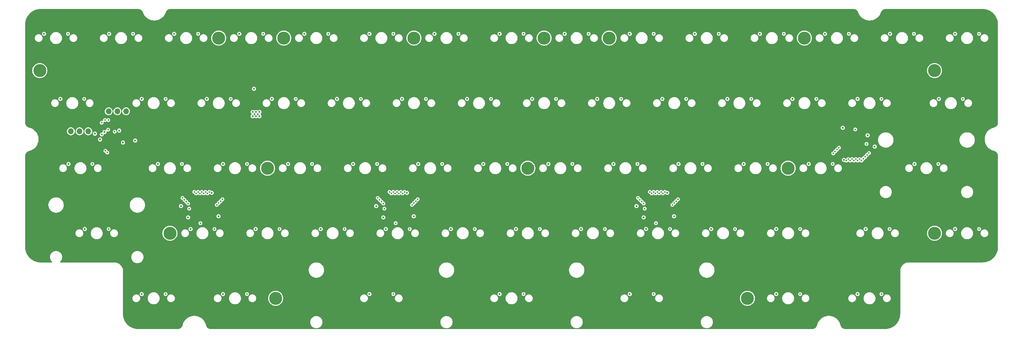
<source format=gbr>
%TF.GenerationSoftware,KiCad,Pcbnew,8.0.9*%
%TF.CreationDate,2025-07-01T01:33:12+07:00*%
%TF.ProjectId,Agar HE,41676172-2048-4452-9e6b-696361645f70,rev?*%
%TF.SameCoordinates,Original*%
%TF.FileFunction,Copper,L2,Inr*%
%TF.FilePolarity,Positive*%
%FSLAX46Y46*%
G04 Gerber Fmt 4.6, Leading zero omitted, Abs format (unit mm)*
G04 Created by KiCad (PCBNEW 8.0.9) date 2025-07-01 01:33:12*
%MOMM*%
%LPD*%
G01*
G04 APERTURE LIST*
%TA.AperFunction,ComponentPad*%
%ADD10C,3.800000*%
%TD*%
%TA.AperFunction,ComponentPad*%
%ADD11R,1.700000X1.700000*%
%TD*%
%TA.AperFunction,ComponentPad*%
%ADD12O,1.700000X1.700000*%
%TD*%
%TA.AperFunction,ComponentPad*%
%ADD13C,0.500000*%
%TD*%
%TA.AperFunction,ViaPad*%
%ADD14C,0.600000*%
%TD*%
%TA.AperFunction,ViaPad*%
%ADD15C,0.500000*%
%TD*%
G04 APERTURE END LIST*
D10*
%TO.N,N/C*%
%TO.C,H8*%
X166687500Y-23812500D03*
%TD*%
%TO.N,N/C*%
%TO.C,H4*%
X85725000Y-61912500D03*
%TD*%
%TO.N,N/C*%
%TO.C,H5*%
X71437500Y-23812500D03*
%TD*%
%TO.N,N/C*%
%TO.C,H13*%
X238125000Y-61912500D03*
%TD*%
%TO.N,N/C*%
%TO.C,H10*%
X185737500Y-23812500D03*
%TD*%
%TO.N,N/C*%
%TO.C,H7*%
X161925000Y-61912500D03*
%TD*%
%TO.N,N/C*%
%TO.C,H13*%
X57150000Y-80962500D03*
%TD*%
%TO.N,N/C*%
%TO.C,H9*%
X128587500Y-23812500D03*
%TD*%
%TO.N,N/C*%
%TO.C,H12*%
X19050000Y-33337500D03*
%TD*%
%TO.N,N/C*%
%TO.C,H13*%
X280987500Y-80962500D03*
%TD*%
%TO.N,N/C*%
%TO.C,H18*%
X280987500Y-33337500D03*
%TD*%
%TO.N,N/C*%
%TO.C,H14*%
X88106250Y-100012500D03*
%TD*%
%TO.N,N/C*%
%TO.C,H11*%
X242887500Y-23812500D03*
%TD*%
%TO.N,N/C*%
%TO.C,H15*%
X226218750Y-100012500D03*
%TD*%
%TO.N,N/C*%
%TO.C,H5*%
X90487500Y-23812500D03*
%TD*%
D11*
%TO.N,GND*%
%TO.C,J2*%
X25620000Y-51112500D03*
D12*
%TO.N,SWDIO*%
X28160000Y-51112500D03*
%TO.N,SWCLK*%
X30700000Y-51112500D03*
%TO.N,+3.3V*%
X33240000Y-51112500D03*
%TD*%
D13*
%TO.N,GND*%
%TO.C,U5*%
X258750000Y-56343750D03*
X258750000Y-55293750D03*
X258750000Y-54243750D03*
X258750000Y-53193750D03*
X257700000Y-56343750D03*
X257700000Y-55293750D03*
X257700000Y-54243750D03*
X257700000Y-53193750D03*
X256650000Y-56343750D03*
X256650000Y-55293750D03*
X256650000Y-54243750D03*
X256650000Y-53193750D03*
X255600000Y-56343750D03*
X255600000Y-55293750D03*
X255600000Y-54243750D03*
X255600000Y-53193750D03*
%TD*%
%TO.N,GND*%
%TO.C,U3*%
X122250000Y-72243750D03*
X122250000Y-73293750D03*
X122250000Y-74343750D03*
X122250000Y-75393750D03*
X123300000Y-72243750D03*
X123300000Y-73293750D03*
X123300000Y-74343750D03*
X123300000Y-75393750D03*
X124350000Y-72243750D03*
X124350000Y-73293750D03*
X124350000Y-74343750D03*
X124350000Y-75393750D03*
X125400000Y-72243750D03*
X125400000Y-73293750D03*
X125400000Y-74343750D03*
X125400000Y-75393750D03*
%TD*%
%TO.N,GND*%
%TO.C,U2*%
X65100000Y-72243750D03*
X65100000Y-73293750D03*
X65100000Y-74343750D03*
X65100000Y-75393750D03*
X66150000Y-72243750D03*
X66150000Y-73293750D03*
X66150000Y-74343750D03*
X66150000Y-75393750D03*
X67200000Y-72243750D03*
X67200000Y-73293750D03*
X67200000Y-74343750D03*
X67200000Y-75393750D03*
X68250000Y-72243750D03*
X68250000Y-73293750D03*
X68250000Y-74343750D03*
X68250000Y-75393750D03*
%TD*%
D11*
%TO.N,GND*%
%TO.C,J3*%
X36681250Y-45243750D03*
D12*
%TO.N,UART1_TX*%
X39221250Y-45243750D03*
%TO.N,UART1_RX*%
X41761250Y-45243750D03*
%TO.N,+3.3V*%
X44301250Y-45243750D03*
%TD*%
D13*
%TO.N,GND*%
%TO.C,U4*%
X198450000Y-72243750D03*
X198450000Y-73293750D03*
X198450000Y-74343750D03*
X198450000Y-75393750D03*
X199500000Y-72243750D03*
X199500000Y-73293750D03*
X199500000Y-74343750D03*
X199500000Y-75393750D03*
X200550000Y-72243750D03*
X200550000Y-73293750D03*
X200550000Y-74343750D03*
X200550000Y-75393750D03*
X201600000Y-72243750D03*
X201600000Y-73293750D03*
X201600000Y-74343750D03*
X201600000Y-75393750D03*
%TD*%
%TO.N,GND*%
%TO.C,U1*%
X40658750Y-54867500D03*
X40658750Y-54017500D03*
X40658750Y-53167500D03*
X39808750Y-54867500D03*
X39808750Y-54017500D03*
X39808750Y-53167500D03*
X38958750Y-54867500D03*
X38958750Y-54017500D03*
X38958750Y-53167500D03*
%TD*%
D14*
%TO.N,+3.3V*%
X81371875Y-45471875D03*
X139375000Y-79732500D03*
X167950000Y-60682500D03*
X115562500Y-22582500D03*
X110800000Y-60682500D03*
X248912500Y-22582500D03*
X267962500Y-22582500D03*
X83371875Y-46671875D03*
X128525000Y-76018750D03*
X258437500Y-41632500D03*
X83371875Y-45471875D03*
X119625000Y-76318750D03*
X129850000Y-60682500D03*
X82871875Y-46071875D03*
X177475000Y-79732500D03*
X67937500Y-41632500D03*
X244150000Y-60682500D03*
X58412500Y-22582500D03*
X260818750Y-79732500D03*
X69395000Y-69118750D03*
X96512500Y-22582500D03*
X63175000Y-79732500D03*
X25075000Y-41632500D03*
X254095000Y-50068750D03*
X182237500Y-41632500D03*
X163187500Y-41632500D03*
X35208750Y-51817500D03*
X82371875Y-46671875D03*
X91750000Y-60682500D03*
X263475000Y-55588750D03*
X234625000Y-98782500D03*
X48887500Y-98782500D03*
X81751875Y-38671875D03*
X53650000Y-60682500D03*
X287012500Y-79732500D03*
X42308750Y-50897500D03*
X234625000Y-79732500D03*
X204725000Y-76018750D03*
X117525000Y-72998750D03*
X134612500Y-22582500D03*
X43408750Y-54417500D03*
X239387500Y-41632500D03*
X225100000Y-60682500D03*
X153662500Y-22582500D03*
X81871875Y-46071875D03*
X120325000Y-79732500D03*
X220337500Y-41632500D03*
X254455000Y-59468750D03*
X82371875Y-45471875D03*
X72700000Y-60682500D03*
X39362500Y-22582500D03*
X115562500Y-98782500D03*
X32218750Y-79732500D03*
X282250000Y-41632500D03*
X27456250Y-60682500D03*
X72700000Y-98782500D03*
X206050000Y-60682500D03*
X258437500Y-98782500D03*
X275106250Y-60682500D03*
X81371875Y-46671875D03*
X101275000Y-79732500D03*
X202745000Y-69118750D03*
X191762500Y-98782500D03*
X195825000Y-76318750D03*
X201287500Y-41632500D03*
X191762500Y-22582500D03*
X229862500Y-22582500D03*
X287012500Y-22582500D03*
X86987500Y-41632500D03*
X158425000Y-79732500D03*
X193725000Y-72998750D03*
X48887500Y-41632500D03*
X196525000Y-79732500D03*
X71375000Y-76018750D03*
X62475000Y-76318750D03*
X36688750Y-53517500D03*
X187000000Y-60682500D03*
D15*
X39128750Y-47817500D03*
D14*
X210812500Y-22582500D03*
X77462500Y-22582500D03*
X261375000Y-52268750D03*
X153662500Y-98782500D03*
X144137500Y-41632500D03*
X215575000Y-79732500D03*
X172712500Y-22582500D03*
X82225000Y-79732500D03*
X125087500Y-41632500D03*
X60375000Y-72998750D03*
X20312500Y-22582500D03*
X126545000Y-69118750D03*
X148900000Y-60682500D03*
X106037500Y-41632500D03*
X38008750Y-51317500D03*
D15*
%TO.N,44*%
X122562500Y-98782500D03*
X128575000Y-72118750D03*
D14*
%TO.N,RST*%
X46985700Y-53817500D03*
D15*
%TO.N,SLAVE RST*%
X62785700Y-73768750D03*
X119935700Y-73768750D03*
X261064300Y-54818750D03*
X38808750Y-57317500D03*
X196135700Y-73768750D03*
%TO.N,ADC4_IN1*%
X261225000Y-58032500D03*
%TO.N,ADC4_IN6*%
X258475000Y-59682500D03*
%TO.N,BOOT*%
X40958750Y-51217500D03*
%TO.N,46*%
X129675000Y-71018750D03*
X160662500Y-98782500D03*
%TO.N,48*%
X204775000Y-72118750D03*
X198762500Y-98782500D03*
%TO.N,49*%
X241625000Y-98782500D03*
X256275000Y-59682500D03*
%TO.N,410*%
X256825000Y-59249488D03*
X265437500Y-98782500D03*
%TO.N,00*%
X67025000Y-69301762D03*
X27312500Y-22582500D03*
%TO.N,01*%
X66475000Y-68868750D03*
X46362500Y-22582500D03*
%TO.N,02*%
X65412500Y-22582500D03*
X67575000Y-68868750D03*
%TO.N,03*%
X117975000Y-70618750D03*
X84462500Y-22582500D03*
%TO.N,04*%
X122525000Y-68868750D03*
X103512500Y-22582500D03*
%TO.N,05*%
X123625000Y-68868750D03*
X122562500Y-22582500D03*
%TO.N,06*%
X123075000Y-69301762D03*
X141612500Y-22582500D03*
%TO.N,07*%
X160662500Y-22582500D03*
X199275000Y-69301762D03*
%TO.N,08*%
X198725000Y-68868750D03*
X179712500Y-22582500D03*
%TO.N,09*%
X198762500Y-22582500D03*
X200375000Y-69301762D03*
%TO.N,010*%
X217812500Y-22582500D03*
X199825000Y-68868750D03*
%TO.N,011*%
X251875000Y-57018750D03*
X236862500Y-22582500D03*
%TO.N,012*%
X252425000Y-56468750D03*
X255912500Y-22582500D03*
%TO.N,013*%
X274962500Y-22582500D03*
X261775000Y-57482500D03*
%TO.N,014*%
X294012500Y-22582500D03*
X260125000Y-59132500D03*
%TO.N,10*%
X65925000Y-69301762D03*
X32075000Y-41632500D03*
%TO.N,11*%
X55887500Y-41632500D03*
X65375000Y-68868750D03*
%TO.N,12*%
X68125000Y-69301762D03*
X74937500Y-41632500D03*
%TO.N,13*%
X93987500Y-41632500D03*
X118525000Y-71168750D03*
%TO.N,14*%
X121975000Y-69301762D03*
X113037500Y-41632500D03*
%TO.N,15*%
X132087500Y-41632500D03*
X124725000Y-68868750D03*
%TO.N,16*%
X124175000Y-69301762D03*
X151137500Y-41632500D03*
%TO.N,17*%
X194175000Y-70618750D03*
X170187500Y-41632500D03*
%TO.N,18*%
X189237500Y-41632500D03*
X198175000Y-69301762D03*
%TO.N,19*%
X201475000Y-69301762D03*
X208287500Y-41632500D03*
%TO.N,110*%
X200925000Y-68868750D03*
X227337500Y-41632500D03*
%TO.N,111*%
X251325000Y-57568750D03*
X246387500Y-41632500D03*
%TO.N,112*%
X265437500Y-41632500D03*
X252975000Y-55918750D03*
%TO.N,113*%
X260675000Y-58582500D03*
X289250000Y-41632500D03*
%TO.N,20*%
X34456250Y-60682500D03*
X64825000Y-69301762D03*
%TO.N,21*%
X60650000Y-60682500D03*
X64275000Y-68868750D03*
%TO.N,22*%
X79700000Y-60682500D03*
X68675000Y-68868750D03*
%TO.N,23*%
X119075000Y-71718750D03*
X98750000Y-60682500D03*
%TO.N,24*%
X121425000Y-68868750D03*
X117800000Y-60682500D03*
%TO.N,25*%
X136850000Y-60682500D03*
X125825000Y-68868750D03*
%TO.N,26*%
X125275000Y-69301762D03*
X155900000Y-60682500D03*
%TO.N,27*%
X174950000Y-60682500D03*
X194725000Y-71168750D03*
%TO.N,28*%
X197625000Y-68868750D03*
X194000000Y-60682500D03*
%TO.N,29*%
X202025000Y-68868750D03*
X213050000Y-60682500D03*
%TO.N,210*%
X205875000Y-71018750D03*
X232100000Y-60682500D03*
%TO.N,211*%
X255175000Y-59682500D03*
X251150000Y-60682500D03*
%TO.N,213*%
X259575000Y-59682500D03*
X282106250Y-60682500D03*
%TO.N,31*%
X61375000Y-71168750D03*
X39218750Y-79732500D03*
%TO.N,33*%
X70875000Y-72668750D03*
X70175000Y-79732500D03*
%TO.N,34*%
X72525000Y-71018750D03*
X89225000Y-79732500D03*
%TO.N,35*%
X119625000Y-72268750D03*
X108275000Y-79732500D03*
%TO.N,36*%
X127325000Y-79732500D03*
X128025000Y-72668750D03*
%TO.N,37*%
X146375000Y-79732500D03*
X129125000Y-71568750D03*
%TO.N,38*%
X165425000Y-79732500D03*
X195275000Y-71718750D03*
%TO.N,39*%
X195825000Y-72268750D03*
X184475000Y-79732500D03*
%TO.N,310*%
X204225000Y-72668750D03*
X203525000Y-79732500D03*
%TO.N,311*%
X205325000Y-71568750D03*
X222575000Y-79732500D03*
%TO.N,312*%
X255725000Y-59249488D03*
X241625000Y-79732500D03*
%TO.N,314*%
X267818750Y-79732500D03*
X257375000Y-59682500D03*
%TO.N,315*%
X257925000Y-59249488D03*
X294012500Y-79732500D03*
%TO.N,41*%
X55887500Y-98782500D03*
X71425000Y-72118750D03*
%TO.N,42*%
X71975000Y-71568750D03*
X79700000Y-98782500D03*
%TO.N,ADC1_IN3*%
X60825000Y-70618750D03*
%TO.N,ADC1_IN1*%
X61925000Y-71718750D03*
%TO.N,ADC1_IN0*%
X62475000Y-72268750D03*
%TO.N,SLAVE BOOT*%
X66075000Y-78018750D03*
X123225000Y-78018750D03*
X38258750Y-56817500D03*
X199425000Y-78018750D03*
X257775000Y-50568750D03*
D14*
%TO.N,GND*%
X85725000Y-29845000D03*
X150137500Y-43092500D03*
X250825000Y-90805000D03*
X164465000Y-45085000D03*
X259437500Y-100242500D03*
X222885000Y-57785000D03*
X136525000Y-98425000D03*
X260985000Y-73025000D03*
X80645000Y-75565000D03*
X233045000Y-106045000D03*
X238125000Y-102207500D03*
X136525000Y-17145000D03*
X109537500Y-45057500D03*
X174625000Y-52705000D03*
X253365000Y-103505000D03*
X223837500Y-45057500D03*
X127505000Y-69118750D03*
X146685000Y-100965000D03*
X154305000Y-17145000D03*
X17145000Y-24765000D03*
X210185000Y-67945000D03*
X278765000Y-52705000D03*
X22225000Y-67945000D03*
X42545000Y-47625000D03*
X65405000Y-95885000D03*
X55245000Y-65405000D03*
X288925000Y-45085000D03*
X248285000Y-85725000D03*
X202565000Y-93345000D03*
X88265000Y-34925000D03*
X100965000Y-47625000D03*
X164465000Y-37465000D03*
X197485000Y-95885000D03*
X189865000Y-106045000D03*
X268605000Y-32385000D03*
X95885000Y-75565000D03*
X291465000Y-37465000D03*
X217805000Y-52705000D03*
X156845000Y-65405000D03*
X140612500Y-24042500D03*
X281305000Y-29845000D03*
X117525000Y-73958750D03*
X276225000Y-57785000D03*
X172085000Y-57785000D03*
X174625000Y-29845000D03*
X266065000Y-27305000D03*
X211812500Y-24042500D03*
X278765000Y-85725000D03*
X32385000Y-27305000D03*
X207645000Y-34925000D03*
X261818750Y-81192500D03*
X97512500Y-24042500D03*
X121285000Y-90805000D03*
X40362500Y-24042500D03*
X52705000Y-78105000D03*
X45085000Y-100965000D03*
X27305000Y-29845000D03*
X276225000Y-80645000D03*
X286385000Y-17145000D03*
X107037500Y-43092500D03*
X291465000Y-85725000D03*
X216575000Y-81192500D03*
X119062500Y-26007500D03*
X106045000Y-67945000D03*
X116205000Y-88265000D03*
X161925000Y-75565000D03*
X32385000Y-67945000D03*
X111125000Y-24765000D03*
X52387500Y-102207500D03*
X296545000Y-27305000D03*
X207645000Y-52705000D03*
X202565000Y-57785000D03*
X152400000Y-64107500D03*
X159385000Y-42545000D03*
X281106250Y-62142500D03*
X149900000Y-62142500D03*
X75565000Y-67945000D03*
X70485000Y-65405000D03*
X288925000Y-73025000D03*
X159662500Y-100242500D03*
X230862500Y-24042500D03*
X220345000Y-67945000D03*
X113665000Y-37465000D03*
X188000000Y-62142500D03*
X255905000Y-19685000D03*
X111125000Y-100965000D03*
X179705000Y-83185000D03*
X154305000Y-85725000D03*
X172085000Y-80645000D03*
X54887500Y-100242500D03*
X123825000Y-19685000D03*
X243205000Y-17145000D03*
X283250000Y-43092500D03*
X154662500Y-24042500D03*
X288925000Y-32385000D03*
X23812500Y-26007500D03*
X90805000Y-65405000D03*
X159385000Y-70485000D03*
X35728750Y-53517500D03*
X245745000Y-80645000D03*
X266065000Y-65405000D03*
X243205000Y-106045000D03*
X73025000Y-75565000D03*
X230505000Y-93345000D03*
X88265000Y-60325000D03*
X154305000Y-40005000D03*
X262335000Y-52268750D03*
X243205000Y-27305000D03*
X118745000Y-27305000D03*
X17145000Y-73025000D03*
X283845000Y-34925000D03*
X182245000Y-98425000D03*
X47625000Y-83185000D03*
X42545000Y-65405000D03*
X73025000Y-19685000D03*
X79271875Y-38171875D03*
X128525000Y-75058750D03*
X285750000Y-45057500D03*
X116562500Y-24042500D03*
X260985000Y-32385000D03*
X78105000Y-80645000D03*
X264437500Y-43092500D03*
X210185000Y-75565000D03*
X135612500Y-24042500D03*
X164465000Y-57785000D03*
X235585000Y-45085000D03*
X67945000Y-37465000D03*
X189865000Y-95885000D03*
X161925000Y-103505000D03*
X222885000Y-47625000D03*
X34925000Y-88265000D03*
X141605000Y-60325000D03*
X268605000Y-50165000D03*
X113665000Y-52705000D03*
X92750000Y-62142500D03*
X159425000Y-81192500D03*
X156845000Y-106045000D03*
X42308750Y-49937500D03*
X164187500Y-43092500D03*
X230505000Y-50165000D03*
X238125000Y-34925000D03*
X123825000Y-83157500D03*
X54650000Y-62142500D03*
X78105000Y-47625000D03*
X197762500Y-24042500D03*
X217805000Y-73025000D03*
X100965000Y-70485000D03*
X210185000Y-85725000D03*
X268605000Y-106045000D03*
X68937500Y-43092500D03*
X194945000Y-83185000D03*
X233045000Y-40005000D03*
X247650000Y-64107500D03*
X151765000Y-95885000D03*
X90805000Y-27305000D03*
X45085000Y-93345000D03*
X38218750Y-81192500D03*
X116205000Y-75565000D03*
X210185000Y-27305000D03*
X50165000Y-88265000D03*
X128905000Y-27305000D03*
X273685000Y-75565000D03*
X222885000Y-106045000D03*
X179705000Y-57785000D03*
X29845000Y-34925000D03*
X118745000Y-83185000D03*
X177165000Y-75565000D03*
X187325000Y-100965000D03*
X100965000Y-95885000D03*
X151765000Y-103505000D03*
X97750000Y-62142500D03*
X266818750Y-81192500D03*
X167005000Y-70485000D03*
X88265000Y-17145000D03*
X212725000Y-42545000D03*
X90487500Y-45057500D03*
X159385000Y-95885000D03*
X245745000Y-34925000D03*
X250150000Y-62142500D03*
X178475000Y-81192500D03*
X258445000Y-83185000D03*
X65405000Y-29845000D03*
X121285000Y-42545000D03*
X200025000Y-106045000D03*
X159385000Y-60325000D03*
X108585000Y-50165000D03*
X80962500Y-26007500D03*
X108585000Y-17145000D03*
X167005000Y-50165000D03*
X286385000Y-62865000D03*
X179705000Y-47625000D03*
X225425000Y-73025000D03*
X296545000Y-60325000D03*
X212050000Y-62142500D03*
X177165000Y-103505000D03*
X78105000Y-88265000D03*
X70485000Y-27305000D03*
X189865000Y-40005000D03*
X85725000Y-45085000D03*
X194945000Y-90805000D03*
X73025000Y-45085000D03*
X50165000Y-67945000D03*
X187325000Y-45085000D03*
X238125000Y-93345000D03*
X278765000Y-37465000D03*
X131445000Y-103505000D03*
X172085000Y-40005000D03*
X273685000Y-27305000D03*
X45085000Y-78105000D03*
X209550000Y-64107500D03*
X242887500Y-45057500D03*
X184785000Y-17145000D03*
X27305000Y-80645000D03*
X255055000Y-50068750D03*
X88265000Y-93345000D03*
X172085000Y-65405000D03*
X255905000Y-45085000D03*
X73937500Y-43092500D03*
X212725000Y-50165000D03*
X139065000Y-47625000D03*
X215265000Y-103505000D03*
X45085000Y-37465000D03*
X291465000Y-57785000D03*
X212725000Y-17145000D03*
X164465000Y-93345000D03*
X22225000Y-75565000D03*
X151765000Y-80645000D03*
X95885000Y-100965000D03*
X126365000Y-100965000D03*
X238125000Y-57785000D03*
X204787500Y-45057500D03*
X217805000Y-88265000D03*
X131087500Y-43092500D03*
X197485000Y-27305000D03*
X168950000Y-62142500D03*
X276225000Y-47625000D03*
X197762500Y-100242500D03*
X290512500Y-26007500D03*
X59412500Y-24042500D03*
X103505000Y-29845000D03*
X78700000Y-100242500D03*
X197525000Y-81192500D03*
X141605000Y-37465000D03*
X258445000Y-106045000D03*
X205105000Y-83185000D03*
X27305000Y-17145000D03*
X146685000Y-57785000D03*
X278765000Y-65405000D03*
X116562500Y-100242500D03*
X60375000Y-73958750D03*
X145375000Y-81192500D03*
X183237500Y-43092500D03*
X98425000Y-83185000D03*
X217805000Y-29845000D03*
X32385000Y-75565000D03*
X154900000Y-62142500D03*
X133985000Y-50165000D03*
X28456250Y-62142500D03*
X203705000Y-69118750D03*
X42545000Y-32385000D03*
X238125000Y-103505000D03*
X52705000Y-37465000D03*
X141605000Y-73025000D03*
X253365000Y-80645000D03*
X230505000Y-57785000D03*
X164465000Y-17145000D03*
X70485000Y-106045000D03*
X179705000Y-65405000D03*
X233045000Y-83185000D03*
X154662500Y-100242500D03*
X179705000Y-19685000D03*
X67945000Y-17145000D03*
X187325000Y-34925000D03*
X240665000Y-47625000D03*
X225425000Y-29845000D03*
X172085000Y-47625000D03*
X207287500Y-43092500D03*
X149225000Y-22225000D03*
X235585000Y-52705000D03*
X288012500Y-81192500D03*
X26075000Y-43092500D03*
X27305000Y-65405000D03*
X248285000Y-50165000D03*
X57785000Y-106045000D03*
X230505000Y-67945000D03*
X281305000Y-19685000D03*
X296545000Y-75565000D03*
X266065000Y-90805000D03*
X159385000Y-19685000D03*
X222885000Y-90805000D03*
X131445000Y-22225000D03*
X100965000Y-103505000D03*
X235862500Y-24042500D03*
X32385000Y-83185000D03*
X22225000Y-19685000D03*
X205105000Y-65405000D03*
X62865000Y-19685000D03*
X145137500Y-43092500D03*
X164465000Y-65405000D03*
X78105000Y-95885000D03*
X235625000Y-81192500D03*
X42545000Y-19685000D03*
X62865000Y-34925000D03*
X141605000Y-83185000D03*
X106045000Y-83185000D03*
X245745000Y-22225000D03*
X108585000Y-40005000D03*
X17145000Y-17145000D03*
X192405000Y-29845000D03*
X106045000Y-34925000D03*
X283845000Y-75565000D03*
X233045000Y-98425000D03*
X151765000Y-27305000D03*
X133985000Y-67945000D03*
X189865000Y-50165000D03*
X171450000Y-64107500D03*
X128587500Y-45057500D03*
X219075000Y-83157500D03*
X73700000Y-62142500D03*
X71437500Y-45057500D03*
X266065000Y-45085000D03*
X249912500Y-24042500D03*
X131445000Y-45085000D03*
X83185000Y-19685000D03*
X271145000Y-62865000D03*
X144145000Y-106045000D03*
X55245000Y-24765000D03*
X238125000Y-83157500D03*
X113665000Y-106045000D03*
X73025000Y-32385000D03*
X226337500Y-43092500D03*
X78700000Y-62142500D03*
X220345000Y-34925000D03*
X296545000Y-42545000D03*
X55245000Y-73025000D03*
X32385000Y-19685000D03*
X166687500Y-45057500D03*
X226100000Y-62142500D03*
X231100000Y-62142500D03*
X73700000Y-100242500D03*
X126365000Y-52705000D03*
X59650000Y-62142500D03*
X100012500Y-26007500D03*
X34925000Y-32385000D03*
X37465000Y-78105000D03*
X151765000Y-52705000D03*
X176212500Y-26007500D03*
X173712500Y-24042500D03*
X128905000Y-17145000D03*
X126325000Y-81192500D03*
X296545000Y-83185000D03*
X65405000Y-83185000D03*
X83185000Y-90805000D03*
X230505000Y-27305000D03*
X200025000Y-83157500D03*
X146685000Y-85725000D03*
X149225000Y-90805000D03*
X57785000Y-17145000D03*
X182245000Y-52705000D03*
X215265000Y-65405000D03*
X61515000Y-76318750D03*
X100965000Y-88265000D03*
X78571875Y-40471875D03*
X141605000Y-19685000D03*
X159385000Y-83185000D03*
X169545000Y-27305000D03*
X98425000Y-65405000D03*
X202565000Y-50165000D03*
X264437500Y-100242500D03*
X202287500Y-43092500D03*
X128905000Y-65405000D03*
X215265000Y-83185000D03*
X164465000Y-29845000D03*
X123825000Y-29845000D03*
X161925000Y-88265000D03*
X93345000Y-52705000D03*
X286385000Y-40005000D03*
X240665000Y-70485000D03*
X207645000Y-103505000D03*
X107275000Y-81192500D03*
X106045000Y-90805000D03*
X235585000Y-29845000D03*
X116800000Y-62142500D03*
X50165000Y-50165000D03*
X260985000Y-22225000D03*
X133985000Y-83185000D03*
X260985000Y-62865000D03*
X112037500Y-43092500D03*
X192762500Y-100242500D03*
X183475000Y-81192500D03*
X93345000Y-32385000D03*
X286385000Y-27305000D03*
X42545000Y-88265000D03*
X103505000Y-52705000D03*
X156845000Y-47625000D03*
X222885000Y-24765000D03*
X35718750Y-83157500D03*
X174625000Y-85725000D03*
X93345000Y-45085000D03*
X281305000Y-45085000D03*
X70355000Y-69118750D03*
X47625000Y-45085000D03*
X52387500Y-45057500D03*
X243205000Y-52705000D03*
X22225000Y-60325000D03*
X159662500Y-24042500D03*
X151765000Y-70485000D03*
X24765000Y-40005000D03*
X93345000Y-80645000D03*
X273962500Y-24042500D03*
X283845000Y-57785000D03*
X296545000Y-17145000D03*
X113665000Y-29845000D03*
X159385000Y-34925000D03*
X250825000Y-75565000D03*
X222885000Y-17145000D03*
X147637500Y-45057500D03*
X204725000Y-75058750D03*
X238125000Y-19685000D03*
X55245000Y-83185000D03*
X235625000Y-100242500D03*
X157162500Y-26007500D03*
X200025000Y-19685000D03*
X57785000Y-32385000D03*
X202565000Y-100965000D03*
X253365000Y-95885000D03*
X177165000Y-42545000D03*
X235585000Y-73025000D03*
X250825000Y-17145000D03*
X130850000Y-62142500D03*
X19685000Y-29845000D03*
X27305000Y-88265000D03*
X169545000Y-75565000D03*
X159385000Y-27305000D03*
X259437500Y-43092500D03*
X177165000Y-95885000D03*
X245745000Y-45085000D03*
X139065000Y-32385000D03*
X17145000Y-57785000D03*
X240625000Y-100242500D03*
X61912500Y-26007500D03*
X268962500Y-24042500D03*
X111125000Y-65405000D03*
X271145000Y-88265000D03*
X121562500Y-100242500D03*
X288250000Y-43092500D03*
X273685000Y-67945000D03*
X195262500Y-102207500D03*
X268605000Y-83185000D03*
X146685000Y-50165000D03*
X114300000Y-64107500D03*
X283845000Y-83185000D03*
X154305000Y-32385000D03*
X144145000Y-95885000D03*
X185737500Y-45057500D03*
X266065000Y-17145000D03*
X258445000Y-27305000D03*
X133350000Y-64107500D03*
X111125000Y-73025000D03*
X123825000Y-106045000D03*
X283845000Y-67945000D03*
X139065000Y-65405000D03*
X290512500Y-83157500D03*
X235585000Y-88265000D03*
X83185000Y-40005000D03*
X184785000Y-67945000D03*
X80645000Y-27305000D03*
X133985000Y-37465000D03*
X144145000Y-67945000D03*
X238125000Y-65405000D03*
X116205000Y-67945000D03*
X266065000Y-75565000D03*
X193000000Y-62142500D03*
X83225000Y-81192500D03*
X146685000Y-32385000D03*
X217805000Y-45085000D03*
X24765000Y-47625000D03*
X189865000Y-65405000D03*
X142875000Y-83157500D03*
X126365000Y-85725000D03*
X45362500Y-24042500D03*
X202565000Y-24765000D03*
X288012500Y-24042500D03*
X64412500Y-24042500D03*
X106045000Y-106045000D03*
X180975000Y-83157500D03*
X220345000Y-100965000D03*
X67945000Y-88265000D03*
X190500000Y-64107500D03*
X230505000Y-34925000D03*
X260985000Y-47625000D03*
X192762500Y-24042500D03*
X225425000Y-37465000D03*
X98425000Y-34925000D03*
X240387500Y-43092500D03*
X85725000Y-103505000D03*
X207645000Y-22225000D03*
X118665000Y-76318750D03*
X156845000Y-90805000D03*
X136525000Y-42545000D03*
X278765000Y-24765000D03*
X40005000Y-42545000D03*
X133985000Y-29845000D03*
X49887500Y-43092500D03*
X184785000Y-85725000D03*
X245150000Y-62142500D03*
X113665000Y-45085000D03*
X189865000Y-88265000D03*
X106045000Y-45085000D03*
X291465000Y-65405000D03*
X200025000Y-32385000D03*
X60325000Y-85725000D03*
X100965000Y-40005000D03*
X194945000Y-67945000D03*
X29845000Y-45085000D03*
X188237500Y-43092500D03*
X37465000Y-62865000D03*
X123825000Y-47625000D03*
X202525000Y-81192500D03*
X119062500Y-102207500D03*
X47625000Y-17145000D03*
X264318750Y-83157500D03*
X30956250Y-64107500D03*
X104775000Y-83157500D03*
X278765000Y-73025000D03*
X141605000Y-90805000D03*
X154305000Y-57785000D03*
X50165000Y-32385000D03*
X273685000Y-34925000D03*
X65405000Y-103505000D03*
X167005000Y-106045000D03*
X37465000Y-37465000D03*
X271145000Y-19685000D03*
X293012500Y-81192500D03*
X268605000Y-40005000D03*
X207645000Y-45085000D03*
X118745000Y-34925000D03*
X93345000Y-70485000D03*
X248285000Y-70485000D03*
X228600000Y-64107500D03*
X138112500Y-26007500D03*
X260985000Y-95885000D03*
X98425000Y-27305000D03*
X172085000Y-100965000D03*
X261937500Y-45057500D03*
X174625000Y-17145000D03*
X293012500Y-24042500D03*
X221337500Y-43092500D03*
X62865000Y-90805000D03*
X248285000Y-100965000D03*
X252412500Y-26007500D03*
X222885000Y-83185000D03*
X55245000Y-52705000D03*
X60325000Y-67945000D03*
X227965000Y-80645000D03*
X22225000Y-83185000D03*
X71375000Y-75058750D03*
X189865000Y-19685000D03*
X128905000Y-90805000D03*
X212725000Y-32385000D03*
X278606250Y-64107500D03*
X205105000Y-17145000D03*
X47625000Y-106045000D03*
X52705000Y-19685000D03*
X154305000Y-75565000D03*
X42862500Y-26007500D03*
X17145000Y-37465000D03*
X146685000Y-17145000D03*
X40005000Y-27305000D03*
X34925000Y-47625000D03*
X177165000Y-34925000D03*
X217805000Y-95885000D03*
X31075000Y-43092500D03*
X67945000Y-50165000D03*
X135850000Y-62142500D03*
X85725000Y-67945000D03*
X169545000Y-19685000D03*
X22225000Y-34925000D03*
X286385000Y-88265000D03*
X106045000Y-98425000D03*
X268605000Y-95885000D03*
X90805000Y-40005000D03*
X76200000Y-102207500D03*
X205105000Y-29845000D03*
X187325000Y-75565000D03*
X17145000Y-65405000D03*
X88225000Y-81192500D03*
X102512500Y-24042500D03*
X169187500Y-43092500D03*
X92987500Y-43092500D03*
X123825000Y-95885000D03*
X93345000Y-88265000D03*
X230505000Y-75565000D03*
X126087500Y-43092500D03*
X42545000Y-73025000D03*
X55245000Y-90805000D03*
X81751875Y-39671875D03*
X254912500Y-24042500D03*
X243205000Y-90805000D03*
X200025000Y-45085000D03*
X73025000Y-83185000D03*
X113665000Y-80645000D03*
X131445000Y-95885000D03*
X65405000Y-45085000D03*
X90805000Y-98425000D03*
X50165000Y-95885000D03*
X182245000Y-73025000D03*
X90805000Y-106045000D03*
X291465000Y-50165000D03*
X27305000Y-52705000D03*
X192405000Y-73025000D03*
X98425000Y-17145000D03*
X172085000Y-93345000D03*
X174625000Y-70485000D03*
X263525000Y-103505000D03*
X159385000Y-52705000D03*
X227965000Y-103505000D03*
X253495000Y-59468750D03*
X243205000Y-75565000D03*
X255905000Y-37465000D03*
X227965000Y-19685000D03*
X17145000Y-45085000D03*
X221575000Y-81192500D03*
X169545000Y-88265000D03*
X296545000Y-34925000D03*
X200025000Y-88265000D03*
X184785000Y-93345000D03*
X116205000Y-95885000D03*
X26312500Y-24042500D03*
X88265000Y-85725000D03*
X57785000Y-95885000D03*
X57150000Y-64107500D03*
X182245000Y-37465000D03*
X28575000Y-45057500D03*
X253365000Y-32385000D03*
X210185000Y-57785000D03*
X60325000Y-27305000D03*
X29845000Y-57785000D03*
X111125000Y-93345000D03*
X136525000Y-88265000D03*
X93345000Y-19685000D03*
X78105000Y-17145000D03*
X33218750Y-81192500D03*
X83185000Y-83185000D03*
X95250000Y-64107500D03*
X47625000Y-27305000D03*
X164425000Y-81192500D03*
X80645000Y-52705000D03*
X268605000Y-70485000D03*
X87987500Y-43092500D03*
X80645000Y-106045000D03*
X85725000Y-83157500D03*
X291465000Y-19685000D03*
X215265000Y-37465000D03*
X294005000Y-70485000D03*
X123825000Y-37465000D03*
X19685000Y-50165000D03*
X217805000Y-60325000D03*
X169545000Y-34925000D03*
X27305000Y-73025000D03*
X102275000Y-81192500D03*
X144145000Y-45085000D03*
X69175000Y-81192500D03*
X121562500Y-24042500D03*
X227965000Y-88265000D03*
X182245000Y-29845000D03*
X212725000Y-98425000D03*
X214312500Y-26007500D03*
X245387500Y-43092500D03*
X182245000Y-106045000D03*
X207645000Y-95885000D03*
X33456250Y-62142500D03*
X225425000Y-52705000D03*
X60325000Y-100965000D03*
X253365000Y-65405000D03*
X276225000Y-17145000D03*
X37465000Y-17145000D03*
X54887500Y-43092500D03*
X283845000Y-50165000D03*
X149225000Y-37465000D03*
X240665000Y-40005000D03*
X151765000Y-45085000D03*
X227965000Y-45085000D03*
X271145000Y-55245000D03*
X121325000Y-81192500D03*
X40005000Y-83185000D03*
X271462500Y-26007500D03*
X64175000Y-81192500D03*
X76200000Y-64107500D03*
X248285000Y-29845000D03*
X245745000Y-95885000D03*
X70485000Y-93345000D03*
X106045000Y-60325000D03*
X83185000Y-98425000D03*
X35728750Y-56117500D03*
X88265000Y-50165000D03*
X194865000Y-76318750D03*
X133985000Y-75565000D03*
X17145000Y-80645000D03*
X167005000Y-83185000D03*
X49887500Y-100242500D03*
X225425000Y-65405000D03*
X233045000Y-17145000D03*
X83462500Y-24042500D03*
X140375000Y-81192500D03*
X216812500Y-24042500D03*
X139065000Y-103505000D03*
X78462500Y-24042500D03*
X75565000Y-103505000D03*
X144145000Y-27305000D03*
X149225000Y-65405000D03*
X233362500Y-26007500D03*
X245745000Y-65405000D03*
X161925000Y-83157500D03*
X240625000Y-81192500D03*
X273685000Y-42545000D03*
X276106250Y-62142500D03*
X80645000Y-65405000D03*
X173950000Y-62142500D03*
X202565000Y-37465000D03*
X21312500Y-24042500D03*
X225425000Y-95885000D03*
X194945000Y-17145000D03*
X193725000Y-73958750D03*
X248285000Y-40005000D03*
X187325000Y-27305000D03*
X55245000Y-45085000D03*
X178712500Y-24042500D03*
X95885000Y-93345000D03*
X194945000Y-34925000D03*
X111800000Y-62142500D03*
X167005000Y-98425000D03*
X103505000Y-75565000D03*
X261937500Y-102207500D03*
X263525000Y-85725000D03*
X263475000Y-54628750D03*
X189865000Y-57785000D03*
X47625000Y-62865000D03*
X207050000Y-62142500D03*
X189865000Y-80645000D03*
X88265000Y-73025000D03*
X37465000Y-70485000D03*
X184785000Y-60325000D03*
X141605000Y-52705000D03*
X111125000Y-85725000D03*
X245745000Y-57785000D03*
X118745000Y-103505000D03*
X128905000Y-34925000D03*
X118745000Y-17145000D03*
X263525000Y-37465000D03*
X179705000Y-90805000D03*
X52705000Y-103505000D03*
X113665000Y-19685000D03*
X80645000Y-34925000D03*
X240665000Y-85725000D03*
X194945000Y-103505000D03*
X73025000Y-52705000D03*
X66675000Y-83157500D03*
X103505000Y-19685000D03*
X217805000Y-19685000D03*
X258445000Y-90805000D03*
X157162500Y-102207500D03*
X195262500Y-26007500D03*
X17145000Y-88265000D03*
D15*
%TO.N,ADC4_IN5*%
X259025000Y-59249488D03*
%TO.N,SPI1_CS*%
X37178750Y-52067500D03*
X37178750Y-48592500D03*
%TO.N,SPI1_MISO*%
X38128750Y-47817500D03*
X39058750Y-50617500D03*
%TD*%
%TA.AperFunction,Conductor*%
%TO.N,GND*%
G36*
X47865471Y-15288294D02*
G01*
X48058777Y-15301643D01*
X48075677Y-15303988D01*
X48261136Y-15342903D01*
X48277561Y-15347552D01*
X48455905Y-15411589D01*
X48471537Y-15418451D01*
X48636625Y-15504947D01*
X48639379Y-15506390D01*
X48653925Y-15515339D01*
X48808078Y-15625508D01*
X48821260Y-15636375D01*
X48958818Y-15766697D01*
X48970381Y-15779274D01*
X49088708Y-15927252D01*
X49098433Y-15941298D01*
X49195300Y-16104140D01*
X49203003Y-16119391D01*
X49278263Y-16298030D01*
X49281307Y-16306015D01*
X49303787Y-16371690D01*
X49303875Y-16371900D01*
X49338604Y-16473293D01*
X49490703Y-16802149D01*
X49675940Y-17113549D01*
X49675941Y-17113550D01*
X49892335Y-17404165D01*
X50137575Y-17670889D01*
X50409039Y-17910871D01*
X50703826Y-18121546D01*
X51018787Y-18300664D01*
X51350557Y-18446311D01*
X51695589Y-18556930D01*
X52050197Y-18631340D01*
X52258561Y-18652965D01*
X52410573Y-18668742D01*
X52410578Y-18668742D01*
X52410593Y-18668744D01*
X52410595Y-18668744D01*
X52772924Y-18668744D01*
X53133319Y-18631339D01*
X53487927Y-18556930D01*
X53832960Y-18446311D01*
X54164729Y-18300664D01*
X54479690Y-18121546D01*
X54774478Y-17910870D01*
X55045942Y-17670889D01*
X55291181Y-17404165D01*
X55507576Y-17113550D01*
X55692813Y-16802148D01*
X55717666Y-16748414D01*
X55749850Y-16678825D01*
X55844914Y-16473287D01*
X55879587Y-16372055D01*
X55879678Y-16371838D01*
X55902237Y-16305935D01*
X55905274Y-16297967D01*
X55980512Y-16119383D01*
X55988205Y-16104150D01*
X56085082Y-15941293D01*
X56094798Y-15927260D01*
X56213135Y-15779271D01*
X56224687Y-15766706D01*
X56362254Y-15636376D01*
X56375420Y-15625522D01*
X56529601Y-15515334D01*
X56544116Y-15506404D01*
X56711987Y-15418451D01*
X56727601Y-15411597D01*
X56905953Y-15347559D01*
X56922368Y-15342914D01*
X57107822Y-15304000D01*
X57124743Y-15301653D01*
X57124903Y-15301642D01*
X57133488Y-15301049D01*
X57318206Y-15288295D01*
X57326747Y-15288000D01*
X57388201Y-15288001D01*
X57388205Y-15288000D01*
X257145308Y-15288000D01*
X257206930Y-15288000D01*
X257215471Y-15288294D01*
X257408777Y-15301643D01*
X257425677Y-15303988D01*
X257611136Y-15342903D01*
X257627561Y-15347552D01*
X257805905Y-15411589D01*
X257821537Y-15418451D01*
X257986625Y-15504947D01*
X257989379Y-15506390D01*
X258003925Y-15515339D01*
X258158078Y-15625508D01*
X258171260Y-15636375D01*
X258308818Y-15766697D01*
X258320381Y-15779274D01*
X258438708Y-15927252D01*
X258448433Y-15941298D01*
X258545300Y-16104140D01*
X258553003Y-16119391D01*
X258628261Y-16298025D01*
X258631305Y-16306010D01*
X258653782Y-16371676D01*
X258653881Y-16371913D01*
X258688603Y-16473285D01*
X258688611Y-16473305D01*
X258840705Y-16802149D01*
X259025942Y-17113549D01*
X259242340Y-17404168D01*
X259440482Y-17619668D01*
X259487576Y-17670888D01*
X259759040Y-17910870D01*
X260053827Y-18121545D01*
X260368788Y-18300663D01*
X260368790Y-18300664D01*
X260451730Y-18337074D01*
X260700558Y-18446310D01*
X261045590Y-18556929D01*
X261400198Y-18631339D01*
X261608555Y-18652963D01*
X261760573Y-18668741D01*
X261760578Y-18668741D01*
X261760593Y-18668743D01*
X261760595Y-18668743D01*
X262122922Y-18668743D01*
X262122924Y-18668743D01*
X262483320Y-18631339D01*
X262837928Y-18556929D01*
X263182960Y-18446310D01*
X263514729Y-18300663D01*
X263829690Y-18121545D01*
X264124478Y-17910870D01*
X264395942Y-17670888D01*
X264641181Y-17404165D01*
X264857576Y-17113549D01*
X265042813Y-16802148D01*
X265194913Y-16473287D01*
X265229537Y-16372198D01*
X265229630Y-16371980D01*
X265252236Y-16305935D01*
X265255276Y-16297961D01*
X265330509Y-16119389D01*
X265338205Y-16104150D01*
X265435082Y-15941293D01*
X265444798Y-15927260D01*
X265563135Y-15779271D01*
X265574687Y-15766706D01*
X265712254Y-15636376D01*
X265725420Y-15625522D01*
X265879601Y-15515334D01*
X265894116Y-15506404D01*
X266061987Y-15418451D01*
X266077601Y-15411597D01*
X266255953Y-15347559D01*
X266272368Y-15342914D01*
X266457822Y-15304000D01*
X266474743Y-15301653D01*
X266474903Y-15301642D01*
X266483488Y-15301049D01*
X266668206Y-15288295D01*
X266676747Y-15288000D01*
X266738201Y-15288001D01*
X266738205Y-15288000D01*
X294971608Y-15288000D01*
X295034794Y-15288000D01*
X295040202Y-15288117D01*
X295424271Y-15304886D01*
X295435006Y-15305826D01*
X295813471Y-15355652D01*
X295824097Y-15357525D01*
X296196784Y-15440148D01*
X296207210Y-15442942D01*
X296571265Y-15557727D01*
X296581411Y-15561420D01*
X296934078Y-15707500D01*
X296943869Y-15712066D01*
X297197606Y-15844153D01*
X297282442Y-15888316D01*
X297291810Y-15893724D01*
X297613744Y-16098818D01*
X297622605Y-16105023D01*
X297925430Y-16337389D01*
X297933717Y-16344343D01*
X298215135Y-16602215D01*
X298222784Y-16609864D01*
X298480656Y-16891282D01*
X298487610Y-16899569D01*
X298719976Y-17202394D01*
X298726181Y-17211255D01*
X298931275Y-17533189D01*
X298936683Y-17542557D01*
X299112930Y-17881123D01*
X299117502Y-17890927D01*
X299263575Y-18243578D01*
X299267275Y-18253744D01*
X299382054Y-18617778D01*
X299384854Y-18628227D01*
X299467471Y-19000889D01*
X299469349Y-19011542D01*
X299519171Y-19389973D01*
X299520114Y-19400749D01*
X299536882Y-19784797D01*
X299537000Y-19790206D01*
X299537000Y-48547265D01*
X299536654Y-48556522D01*
X299520980Y-48765890D01*
X299518224Y-48784196D01*
X299472588Y-48984370D01*
X299467137Y-49002063D01*
X299392206Y-49193210D01*
X299384181Y-49209893D01*
X299281632Y-49387747D01*
X299271214Y-49403050D01*
X299143318Y-49563668D01*
X299130737Y-49577249D01*
X299110385Y-49596167D01*
X298980363Y-49717024D01*
X298965905Y-49728578D01*
X298796387Y-49844416D01*
X298780365Y-49853690D01*
X298595500Y-49942994D01*
X298578275Y-49949780D01*
X298378355Y-50011750D01*
X298369411Y-50014161D01*
X298301848Y-50029685D01*
X298300582Y-50030064D01*
X298196696Y-50053959D01*
X297853708Y-50171176D01*
X297524657Y-50323189D01*
X297213062Y-50508372D01*
X296922267Y-50724737D01*
X296922247Y-50724753D01*
X296655366Y-50969978D01*
X296415206Y-51241490D01*
X296204387Y-51536329D01*
X296204383Y-51536334D01*
X296025138Y-51851369D01*
X295879382Y-52183241D01*
X295768678Y-52528392D01*
X295694213Y-52883124D01*
X295694210Y-52883142D01*
X295656778Y-53243657D01*
X295656777Y-53243662D01*
X295656777Y-53606125D01*
X295694208Y-53966646D01*
X295694209Y-53966654D01*
X295768671Y-54321380D01*
X295768675Y-54321396D01*
X295879370Y-54666527D01*
X295879374Y-54666538D01*
X296025121Y-54998393D01*
X296025125Y-54998402D01*
X296025128Y-54998407D01*
X296080866Y-55096372D01*
X296196500Y-55299611D01*
X296204375Y-55313451D01*
X296415199Y-55608299D01*
X296655345Y-55879798D01*
X296922246Y-56125045D01*
X296922253Y-56125050D01*
X296922255Y-56125052D01*
X297033744Y-56208006D01*
X297213047Y-56341417D01*
X297524639Y-56526601D01*
X297524643Y-56526602D01*
X297524645Y-56526604D01*
X297549073Y-56537889D01*
X297853689Y-56678615D01*
X298196678Y-56795835D01*
X298300915Y-56819811D01*
X298301166Y-56819887D01*
X298309080Y-56821705D01*
X298309082Y-56821706D01*
X298333884Y-56827404D01*
X298342074Y-56832001D01*
X298363561Y-56835071D01*
X298382708Y-56839375D01*
X298479164Y-56869246D01*
X298577598Y-56899730D01*
X298594759Y-56906480D01*
X298779077Y-56995344D01*
X298795045Y-57004566D01*
X298867332Y-57053827D01*
X298964136Y-57119796D01*
X298978567Y-57131291D01*
X299128687Y-57270332D01*
X299141253Y-57283842D01*
X299269076Y-57443614D01*
X299279498Y-57458838D01*
X299343284Y-57568750D01*
X299376629Y-57626209D01*
X299382202Y-57635811D01*
X299390249Y-57652412D01*
X299413091Y-57710120D01*
X299465554Y-57842660D01*
X299471050Y-57860272D01*
X299517296Y-58059599D01*
X299520117Y-58077832D01*
X299536613Y-58286079D01*
X299537000Y-58295871D01*
X299537000Y-85009793D01*
X299536882Y-85015202D01*
X299520114Y-85399250D01*
X299519171Y-85410026D01*
X299469349Y-85788457D01*
X299467471Y-85799110D01*
X299384854Y-86171773D01*
X299382054Y-86182222D01*
X299267275Y-86546255D01*
X299263575Y-86556421D01*
X299117502Y-86909072D01*
X299112930Y-86918876D01*
X298936679Y-87257452D01*
X298931270Y-87266820D01*
X298726189Y-87588731D01*
X298719985Y-87597593D01*
X298487610Y-87900429D01*
X298480657Y-87908715D01*
X298222778Y-88190142D01*
X298215128Y-88197791D01*
X297933716Y-88455657D01*
X297925429Y-88462611D01*
X297622596Y-88694982D01*
X297613735Y-88701186D01*
X297291818Y-88906271D01*
X297282450Y-88911680D01*
X296943875Y-89087930D01*
X296934071Y-89092502D01*
X296581422Y-89238574D01*
X296571257Y-89242274D01*
X296207218Y-89357056D01*
X296196768Y-89359856D01*
X295824109Y-89442472D01*
X295813456Y-89444350D01*
X295435025Y-89494171D01*
X295424249Y-89495114D01*
X295362041Y-89497830D01*
X295040077Y-89511887D01*
X295034686Y-89512005D01*
X273363549Y-89512005D01*
X273363487Y-89512009D01*
X273286246Y-89512009D01*
X273136099Y-89530240D01*
X272985950Y-89548472D01*
X272836962Y-89585194D01*
X272692231Y-89620867D01*
X272469637Y-89705286D01*
X272409391Y-89728135D01*
X272409388Y-89728136D01*
X272409384Y-89728138D01*
X272409383Y-89728138D01*
X272141540Y-89868714D01*
X271892591Y-90040549D01*
X271892589Y-90040551D01*
X271892583Y-90040556D01*
X271892582Y-90040557D01*
X271666154Y-90241154D01*
X271465562Y-90467577D01*
X271465551Y-90467589D01*
X271465549Y-90467591D01*
X271340674Y-90648506D01*
X271293720Y-90716532D01*
X271293714Y-90716540D01*
X271153138Y-90984383D01*
X271153138Y-90984384D01*
X271045867Y-91267231D01*
X271015710Y-91389585D01*
X270973472Y-91560950D01*
X270967468Y-91610400D01*
X270937009Y-91861245D01*
X270937009Y-104534793D01*
X270936891Y-104540202D01*
X270920123Y-104924251D01*
X270919180Y-104935027D01*
X270869358Y-105313459D01*
X270867480Y-105324112D01*
X270784864Y-105696772D01*
X270782064Y-105707222D01*
X270667282Y-106071262D01*
X270663582Y-106081427D01*
X270517510Y-106434076D01*
X270512938Y-106443880D01*
X270336687Y-106782456D01*
X270331278Y-106791824D01*
X270126193Y-107113741D01*
X270119989Y-107122602D01*
X269887617Y-107425436D01*
X269880663Y-107433723D01*
X269622790Y-107715141D01*
X269615141Y-107722790D01*
X269333723Y-107980663D01*
X269325436Y-107987617D01*
X269022602Y-108219989D01*
X269013741Y-108226193D01*
X268691824Y-108431278D01*
X268682456Y-108436687D01*
X268343880Y-108612938D01*
X268334076Y-108617510D01*
X267981427Y-108763582D01*
X267971262Y-108767282D01*
X267607222Y-108882064D01*
X267596772Y-108884864D01*
X267224112Y-108967480D01*
X267213459Y-108969358D01*
X266835027Y-109019180D01*
X266824251Y-109020123D01*
X266506767Y-109033984D01*
X266442975Y-109036770D01*
X266440295Y-109036887D01*
X266434886Y-109037005D01*
X254899636Y-109037005D01*
X254890378Y-109036659D01*
X254680979Y-109020982D01*
X254662670Y-109018225D01*
X254462476Y-108972576D01*
X254444782Y-108967124D01*
X254253606Y-108892172D01*
X254236921Y-108884145D01*
X254059054Y-108781572D01*
X254043750Y-108771151D01*
X253883123Y-108643224D01*
X253869541Y-108630640D01*
X253746751Y-108498513D01*
X253729761Y-108480230D01*
X253718206Y-108465767D01*
X253695836Y-108433022D01*
X253602374Y-108296211D01*
X253593101Y-108280185D01*
X253567028Y-108226193D01*
X253503924Y-108095514D01*
X253503816Y-108095290D01*
X253497032Y-108078063D01*
X253434977Y-107877751D01*
X253434790Y-107877150D01*
X253432386Y-107868225D01*
X253418751Y-107808836D01*
X253418750Y-107808834D01*
X253416938Y-107800942D01*
X253416858Y-107800675D01*
X253392893Y-107696404D01*
X253304086Y-107436418D01*
X253275712Y-107353350D01*
X253123725Y-107024234D01*
X253082810Y-106955370D01*
X252938555Y-106712571D01*
X252722189Y-106421707D01*
X252599565Y-106288228D01*
X252476939Y-106154746D01*
X252205426Y-105914542D01*
X252205427Y-105914542D01*
X252205424Y-105914540D01*
X252205422Y-105914538D01*
X252024259Y-105784981D01*
X251910555Y-105703666D01*
X251595480Y-105524373D01*
X251595473Y-105524370D01*
X251595466Y-105524366D01*
X251263576Y-105378583D01*
X251263577Y-105378583D01*
X250918380Y-105267851D01*
X250563614Y-105193369D01*
X250563607Y-105193368D01*
X250563601Y-105193367D01*
X250203024Y-105155925D01*
X249840508Y-105155925D01*
X249479931Y-105193367D01*
X249479925Y-105193368D01*
X249479917Y-105193369D01*
X249125151Y-105267851D01*
X248779954Y-105378583D01*
X248448065Y-105524366D01*
X248448056Y-105524371D01*
X248448054Y-105524372D01*
X248448052Y-105524373D01*
X248208837Y-105660498D01*
X248132977Y-105703666D01*
X247838109Y-105914538D01*
X247838107Y-105914540D01*
X247566597Y-106154742D01*
X247566590Y-106154749D01*
X247321342Y-106421707D01*
X247104976Y-106712571D01*
X246919807Y-107024232D01*
X246767819Y-107353352D01*
X246650640Y-107696400D01*
X246626575Y-107801101D01*
X246626497Y-107801362D01*
X246624782Y-107808832D01*
X246611075Y-107868530D01*
X246608669Y-107877463D01*
X246546525Y-108078058D01*
X246539740Y-108095287D01*
X246450443Y-108280198D01*
X246441169Y-108296224D01*
X246325340Y-108465768D01*
X246313783Y-108480235D01*
X246173997Y-108630642D01*
X246160414Y-108643226D01*
X245999785Y-108771145D01*
X245984481Y-108781565D01*
X245806600Y-108884138D01*
X245789912Y-108892165D01*
X245598732Y-108967108D01*
X245581037Y-108972559D01*
X245380842Y-109018196D01*
X245362533Y-109020952D01*
X245153138Y-109036617D01*
X245143882Y-109036963D01*
X245101878Y-109036961D01*
X245082618Y-109036960D01*
X245082616Y-109036960D01*
X245075053Y-109036960D01*
X245074987Y-109036964D01*
X69161924Y-109037002D01*
X69152668Y-109036656D01*
X68943298Y-109020983D01*
X68924989Y-109018226D01*
X68724809Y-108972585D01*
X68707117Y-108967134D01*
X68515971Y-108892202D01*
X68499288Y-108884178D01*
X68499219Y-108884138D01*
X68321425Y-108781619D01*
X68306124Y-108771202D01*
X68145510Y-108643303D01*
X68131930Y-108630722D01*
X67992152Y-108480342D01*
X67980595Y-108465879D01*
X67864760Y-108296356D01*
X67855495Y-108280351D01*
X67766183Y-108095458D01*
X67759406Y-108078255D01*
X67697253Y-107877727D01*
X67694851Y-107868807D01*
X67679285Y-107801058D01*
X67679213Y-107800819D01*
X67655254Y-107696641D01*
X67538039Y-107353639D01*
X67538036Y-107353632D01*
X67386029Y-107024578D01*
X67300812Y-106881185D01*
X98238000Y-106881185D01*
X98238000Y-107113814D01*
X98257313Y-107260499D01*
X98268363Y-107344430D01*
X98291219Y-107429729D01*
X98328568Y-107569120D01*
X98417583Y-107784021D01*
X98417588Y-107784032D01*
X98533887Y-107985466D01*
X98533898Y-107985482D01*
X98675496Y-108170017D01*
X98675502Y-108170024D01*
X98839975Y-108334497D01*
X98839982Y-108334503D01*
X98966102Y-108431278D01*
X99024526Y-108476108D01*
X99034331Y-108481769D01*
X99225967Y-108592411D01*
X99225972Y-108592413D01*
X99225975Y-108592415D01*
X99318259Y-108630640D01*
X99440879Y-108681431D01*
X99440880Y-108681431D01*
X99440882Y-108681432D01*
X99665570Y-108741637D01*
X99896193Y-108772000D01*
X99896200Y-108772000D01*
X100128800Y-108772000D01*
X100128807Y-108772000D01*
X100359430Y-108741637D01*
X100584118Y-108681432D01*
X100799025Y-108592415D01*
X101000474Y-108476108D01*
X101185019Y-108334502D01*
X101349502Y-108170019D01*
X101491108Y-107985474D01*
X101607415Y-107784025D01*
X101696432Y-107569118D01*
X101756637Y-107344430D01*
X101787000Y-107113807D01*
X101787000Y-106881193D01*
X101786999Y-106881185D01*
X136338000Y-106881185D01*
X136338000Y-107113814D01*
X136357313Y-107260499D01*
X136368363Y-107344430D01*
X136391219Y-107429729D01*
X136428568Y-107569120D01*
X136517583Y-107784021D01*
X136517588Y-107784032D01*
X136633887Y-107985466D01*
X136633898Y-107985482D01*
X136775496Y-108170017D01*
X136775502Y-108170024D01*
X136939975Y-108334497D01*
X136939982Y-108334503D01*
X137066102Y-108431278D01*
X137124526Y-108476108D01*
X137134331Y-108481769D01*
X137325967Y-108592411D01*
X137325972Y-108592413D01*
X137325975Y-108592415D01*
X137418259Y-108630640D01*
X137540879Y-108681431D01*
X137540880Y-108681431D01*
X137540882Y-108681432D01*
X137765570Y-108741637D01*
X137996193Y-108772000D01*
X137996200Y-108772000D01*
X138228800Y-108772000D01*
X138228807Y-108772000D01*
X138459430Y-108741637D01*
X138684118Y-108681432D01*
X138899025Y-108592415D01*
X139100474Y-108476108D01*
X139285019Y-108334502D01*
X139449502Y-108170019D01*
X139591108Y-107985474D01*
X139707415Y-107784025D01*
X139796432Y-107569118D01*
X139856637Y-107344430D01*
X139887000Y-107113807D01*
X139887000Y-106881193D01*
X139886999Y-106881185D01*
X174438000Y-106881185D01*
X174438000Y-107113814D01*
X174457313Y-107260499D01*
X174468363Y-107344430D01*
X174491219Y-107429729D01*
X174528568Y-107569120D01*
X174617583Y-107784021D01*
X174617588Y-107784032D01*
X174733887Y-107985466D01*
X174733898Y-107985482D01*
X174875496Y-108170017D01*
X174875502Y-108170024D01*
X175039975Y-108334497D01*
X175039982Y-108334503D01*
X175166102Y-108431278D01*
X175224526Y-108476108D01*
X175234331Y-108481769D01*
X175425967Y-108592411D01*
X175425972Y-108592413D01*
X175425975Y-108592415D01*
X175518259Y-108630640D01*
X175640879Y-108681431D01*
X175640880Y-108681431D01*
X175640882Y-108681432D01*
X175865570Y-108741637D01*
X176096193Y-108772000D01*
X176096200Y-108772000D01*
X176328800Y-108772000D01*
X176328807Y-108772000D01*
X176559430Y-108741637D01*
X176784118Y-108681432D01*
X176999025Y-108592415D01*
X177200474Y-108476108D01*
X177385019Y-108334502D01*
X177549502Y-108170019D01*
X177691108Y-107985474D01*
X177807415Y-107784025D01*
X177896432Y-107569118D01*
X177956637Y-107344430D01*
X177987000Y-107113807D01*
X177987000Y-106881193D01*
X177986999Y-106881185D01*
X212538000Y-106881185D01*
X212538000Y-107113814D01*
X212557313Y-107260499D01*
X212568363Y-107344430D01*
X212591219Y-107429729D01*
X212628568Y-107569120D01*
X212717583Y-107784021D01*
X212717588Y-107784032D01*
X212833887Y-107985466D01*
X212833898Y-107985482D01*
X212975496Y-108170017D01*
X212975502Y-108170024D01*
X213139975Y-108334497D01*
X213139982Y-108334503D01*
X213266102Y-108431278D01*
X213324526Y-108476108D01*
X213334331Y-108481769D01*
X213525967Y-108592411D01*
X213525972Y-108592413D01*
X213525975Y-108592415D01*
X213618259Y-108630640D01*
X213740879Y-108681431D01*
X213740880Y-108681431D01*
X213740882Y-108681432D01*
X213965570Y-108741637D01*
X214196193Y-108772000D01*
X214196200Y-108772000D01*
X214428800Y-108772000D01*
X214428807Y-108772000D01*
X214659430Y-108741637D01*
X214884118Y-108681432D01*
X215099025Y-108592415D01*
X215300474Y-108476108D01*
X215485019Y-108334502D01*
X215649502Y-108170019D01*
X215791108Y-107985474D01*
X215907415Y-107784025D01*
X215996432Y-107569118D01*
X216056637Y-107344430D01*
X216087000Y-107113807D01*
X216087000Y-106881193D01*
X216056637Y-106650570D01*
X215996432Y-106425882D01*
X215994890Y-106422160D01*
X215907416Y-106210978D01*
X215907411Y-106210967D01*
X215791112Y-106009533D01*
X215791108Y-106009526D01*
X215649502Y-105824981D01*
X215649497Y-105824975D01*
X215485024Y-105660502D01*
X215485017Y-105660496D01*
X215300482Y-105518898D01*
X215300480Y-105518896D01*
X215300474Y-105518892D01*
X215300469Y-105518889D01*
X215300466Y-105518887D01*
X215099032Y-105402588D01*
X215099021Y-105402583D01*
X214884120Y-105313568D01*
X214771774Y-105283465D01*
X214659430Y-105253363D01*
X214608180Y-105246615D01*
X214428814Y-105223000D01*
X214428807Y-105223000D01*
X214196193Y-105223000D01*
X214196185Y-105223000D01*
X213991194Y-105249989D01*
X213965570Y-105253363D01*
X213911500Y-105267851D01*
X213740879Y-105313568D01*
X213525978Y-105402583D01*
X213525967Y-105402588D01*
X213324533Y-105518887D01*
X213324517Y-105518898D01*
X213139982Y-105660496D01*
X213139975Y-105660502D01*
X212975502Y-105824975D01*
X212975496Y-105824982D01*
X212833898Y-106009517D01*
X212833887Y-106009533D01*
X212717588Y-106210967D01*
X212717583Y-106210978D01*
X212628568Y-106425879D01*
X212568363Y-106650571D01*
X212538000Y-106881185D01*
X177986999Y-106881185D01*
X177956637Y-106650570D01*
X177896432Y-106425882D01*
X177894890Y-106422160D01*
X177807416Y-106210978D01*
X177807411Y-106210967D01*
X177691112Y-106009533D01*
X177691108Y-106009526D01*
X177549502Y-105824981D01*
X177549497Y-105824975D01*
X177385024Y-105660502D01*
X177385017Y-105660496D01*
X177200482Y-105518898D01*
X177200480Y-105518896D01*
X177200474Y-105518892D01*
X177200469Y-105518889D01*
X177200466Y-105518887D01*
X176999032Y-105402588D01*
X176999021Y-105402583D01*
X176784120Y-105313568D01*
X176671774Y-105283465D01*
X176559430Y-105253363D01*
X176508180Y-105246615D01*
X176328814Y-105223000D01*
X176328807Y-105223000D01*
X176096193Y-105223000D01*
X176096185Y-105223000D01*
X175891194Y-105249989D01*
X175865570Y-105253363D01*
X175811500Y-105267851D01*
X175640879Y-105313568D01*
X175425978Y-105402583D01*
X175425967Y-105402588D01*
X175224533Y-105518887D01*
X175224517Y-105518898D01*
X175039982Y-105660496D01*
X175039975Y-105660502D01*
X174875502Y-105824975D01*
X174875496Y-105824982D01*
X174733898Y-106009517D01*
X174733887Y-106009533D01*
X174617588Y-106210967D01*
X174617583Y-106210978D01*
X174528568Y-106425879D01*
X174468363Y-106650571D01*
X174438000Y-106881185D01*
X139886999Y-106881185D01*
X139856637Y-106650570D01*
X139796432Y-106425882D01*
X139794890Y-106422160D01*
X139707416Y-106210978D01*
X139707411Y-106210967D01*
X139591112Y-106009533D01*
X139591108Y-106009526D01*
X139449502Y-105824981D01*
X139449497Y-105824975D01*
X139285024Y-105660502D01*
X139285017Y-105660496D01*
X139100482Y-105518898D01*
X139100480Y-105518896D01*
X139100474Y-105518892D01*
X139100469Y-105518889D01*
X139100466Y-105518887D01*
X138899032Y-105402588D01*
X138899021Y-105402583D01*
X138684120Y-105313568D01*
X138571774Y-105283465D01*
X138459430Y-105253363D01*
X138408180Y-105246615D01*
X138228814Y-105223000D01*
X138228807Y-105223000D01*
X137996193Y-105223000D01*
X137996185Y-105223000D01*
X137791194Y-105249989D01*
X137765570Y-105253363D01*
X137711500Y-105267851D01*
X137540879Y-105313568D01*
X137325978Y-105402583D01*
X137325967Y-105402588D01*
X137124533Y-105518887D01*
X137124517Y-105518898D01*
X136939982Y-105660496D01*
X136939975Y-105660502D01*
X136775502Y-105824975D01*
X136775496Y-105824982D01*
X136633898Y-106009517D01*
X136633887Y-106009533D01*
X136517588Y-106210967D01*
X136517583Y-106210978D01*
X136428568Y-106425879D01*
X136368363Y-106650571D01*
X136338000Y-106881185D01*
X101786999Y-106881185D01*
X101756637Y-106650570D01*
X101696432Y-106425882D01*
X101694890Y-106422160D01*
X101607416Y-106210978D01*
X101607411Y-106210967D01*
X101491112Y-106009533D01*
X101491108Y-106009526D01*
X101349502Y-105824981D01*
X101349497Y-105824975D01*
X101185024Y-105660502D01*
X101185017Y-105660496D01*
X101000482Y-105518898D01*
X101000480Y-105518896D01*
X101000474Y-105518892D01*
X101000469Y-105518889D01*
X101000466Y-105518887D01*
X100799032Y-105402588D01*
X100799021Y-105402583D01*
X100584120Y-105313568D01*
X100471774Y-105283465D01*
X100359430Y-105253363D01*
X100308180Y-105246615D01*
X100128814Y-105223000D01*
X100128807Y-105223000D01*
X99896193Y-105223000D01*
X99896185Y-105223000D01*
X99691194Y-105249989D01*
X99665570Y-105253363D01*
X99611500Y-105267851D01*
X99440879Y-105313568D01*
X99225978Y-105402583D01*
X99225967Y-105402588D01*
X99024533Y-105518887D01*
X99024517Y-105518898D01*
X98839982Y-105660496D01*
X98839975Y-105660502D01*
X98675502Y-105824975D01*
X98675496Y-105824982D01*
X98533898Y-106009517D01*
X98533887Y-106009533D01*
X98417588Y-106210967D01*
X98417583Y-106210978D01*
X98328568Y-106425879D01*
X98268363Y-106650571D01*
X98238000Y-106881185D01*
X67300812Y-106881185D01*
X67200850Y-106712980D01*
X67200846Y-106712973D01*
X66984473Y-106422160D01*
X66984470Y-106422157D01*
X66984463Y-106422148D01*
X66739236Y-106155260D01*
X66739230Y-106155255D01*
X66739224Y-106155248D01*
X66467721Y-105915091D01*
X66467718Y-105915089D01*
X66467716Y-105915087D01*
X66341693Y-105824975D01*
X66172868Y-105704257D01*
X65857817Y-105525001D01*
X65828110Y-105511954D01*
X65525943Y-105379242D01*
X65180784Y-105268534D01*
X65180778Y-105268533D01*
X64826034Y-105194064D01*
X64512741Y-105161536D01*
X64465498Y-105156631D01*
X64103021Y-105156631D01*
X63742486Y-105194064D01*
X63742484Y-105194064D01*
X63387741Y-105268533D01*
X63387735Y-105268534D01*
X63042576Y-105379242D01*
X62710709Y-105524998D01*
X62710703Y-105525001D01*
X62395652Y-105704257D01*
X62384348Y-105712340D01*
X62100803Y-105915087D01*
X61994048Y-106009517D01*
X61829296Y-106155248D01*
X61829293Y-106155250D01*
X61829283Y-106155260D01*
X61584056Y-106422148D01*
X61584043Y-106422164D01*
X61367669Y-106712981D01*
X61182490Y-107024578D01*
X61030483Y-107353633D01*
X60913265Y-107696643D01*
X60889140Y-107801535D01*
X60889066Y-107801789D01*
X60873686Y-107868729D01*
X60871269Y-107877695D01*
X60808901Y-108078782D01*
X60802090Y-108096051D01*
X60712436Y-108281366D01*
X60703124Y-108297424D01*
X60586810Y-108467281D01*
X60575205Y-108481769D01*
X60434841Y-108632357D01*
X60421203Y-108644951D01*
X60259925Y-108772902D01*
X60244561Y-108783318D01*
X60065996Y-108885757D01*
X60049247Y-108893763D01*
X59857388Y-108968398D01*
X59839633Y-108973814D01*
X59638783Y-109018972D01*
X59620418Y-109021677D01*
X59410438Y-109036677D01*
X59401154Y-109036991D01*
X59334182Y-109036748D01*
X59330161Y-109037005D01*
X47890199Y-109037005D01*
X47884795Y-109036887D01*
X47501099Y-109020149D01*
X47490332Y-109019208D01*
X47112229Y-108969475D01*
X47101585Y-108967600D01*
X46729245Y-108885131D01*
X46718805Y-108882336D01*
X46717941Y-108882064D01*
X46716819Y-108881710D01*
X46355068Y-108767760D01*
X46344911Y-108764067D01*
X45992524Y-108618250D01*
X45982727Y-108613686D01*
X45644391Y-108437745D01*
X45635028Y-108432346D01*
X45313276Y-108227599D01*
X45304420Y-108221404D01*
X45001730Y-107989425D01*
X44993456Y-107982492D01*
X44712111Y-107725031D01*
X44704463Y-107717394D01*
X44446610Y-107436418D01*
X44439668Y-107428159D01*
X44207241Y-107125772D01*
X44201043Y-107116935D01*
X43995848Y-106795485D01*
X43990435Y-106786130D01*
X43814011Y-106448034D01*
X43809433Y-106438243D01*
X43804298Y-106425882D01*
X43663113Y-106086053D01*
X43659409Y-106075907D01*
X43544321Y-105712340D01*
X43541511Y-105701904D01*
X43500703Y-105518887D01*
X43458512Y-105329667D01*
X43456624Y-105319034D01*
X43456597Y-105318832D01*
X43406356Y-104940991D01*
X43405401Y-104930237D01*
X43405131Y-104924251D01*
X43388127Y-104546704D01*
X43388001Y-104541125D01*
X43388001Y-99923921D01*
X46182001Y-99923921D01*
X46182001Y-100101078D01*
X46209715Y-100276056D01*
X46264457Y-100444539D01*
X46264458Y-100444542D01*
X46335132Y-100583245D01*
X46344887Y-100602390D01*
X46449018Y-100745714D01*
X46574287Y-100870983D01*
X46717611Y-100975114D01*
X46795030Y-101014561D01*
X46875458Y-101055542D01*
X46875461Y-101055543D01*
X46959702Y-101082914D01*
X47043946Y-101110286D01*
X47218922Y-101138000D01*
X47218923Y-101138000D01*
X47396079Y-101138000D01*
X47396080Y-101138000D01*
X47571056Y-101110286D01*
X47739543Y-101055542D01*
X47897391Y-100975114D01*
X48040715Y-100870983D01*
X48165984Y-100745714D01*
X48270115Y-100602390D01*
X48350543Y-100444542D01*
X48405287Y-100276055D01*
X48433001Y-100101079D01*
X48433001Y-100012495D01*
X50637500Y-100012495D01*
X50637500Y-100012504D01*
X50657044Y-100273314D01*
X50657045Y-100273319D01*
X50715244Y-100528308D01*
X50715250Y-100528327D01*
X50810805Y-100771797D01*
X50810804Y-100771797D01*
X50868070Y-100870983D01*
X50941583Y-100998310D01*
X51073300Y-101163479D01*
X51104662Y-101202806D01*
X51268638Y-101354952D01*
X51296393Y-101380705D01*
X51512500Y-101528044D01*
X51748153Y-101641529D01*
X51998088Y-101718624D01*
X52256722Y-101757607D01*
X52256723Y-101757607D01*
X52518277Y-101757607D01*
X52518278Y-101757607D01*
X52776912Y-101718624D01*
X53026847Y-101641529D01*
X53262500Y-101528044D01*
X53478607Y-101380705D01*
X53670341Y-101202802D01*
X53833417Y-100998310D01*
X53964195Y-100771797D01*
X54059752Y-100528322D01*
X54117954Y-100273324D01*
X54137500Y-100012500D01*
X54130862Y-99923921D01*
X56341999Y-99923921D01*
X56341999Y-100101078D01*
X56369713Y-100276056D01*
X56424455Y-100444539D01*
X56424456Y-100444542D01*
X56495130Y-100583245D01*
X56504885Y-100602390D01*
X56609016Y-100745714D01*
X56734285Y-100870983D01*
X56877609Y-100975114D01*
X56955028Y-101014561D01*
X57035456Y-101055542D01*
X57035459Y-101055543D01*
X57119700Y-101082914D01*
X57203944Y-101110286D01*
X57378920Y-101138000D01*
X57378921Y-101138000D01*
X57556077Y-101138000D01*
X57556078Y-101138000D01*
X57731054Y-101110286D01*
X57899541Y-101055542D01*
X58057389Y-100975114D01*
X58200713Y-100870983D01*
X58325982Y-100745714D01*
X58430113Y-100602390D01*
X58510541Y-100444542D01*
X58565285Y-100276055D01*
X58592999Y-100101079D01*
X58592999Y-99923921D01*
X69994500Y-99923921D01*
X69994500Y-100101078D01*
X70022214Y-100276056D01*
X70076956Y-100444539D01*
X70076957Y-100444542D01*
X70147631Y-100583245D01*
X70157386Y-100602390D01*
X70261517Y-100745714D01*
X70386786Y-100870983D01*
X70530110Y-100975114D01*
X70607529Y-101014561D01*
X70687957Y-101055542D01*
X70687960Y-101055543D01*
X70772201Y-101082914D01*
X70856445Y-101110286D01*
X71031421Y-101138000D01*
X71031422Y-101138000D01*
X71208578Y-101138000D01*
X71208579Y-101138000D01*
X71383555Y-101110286D01*
X71552042Y-101055542D01*
X71709890Y-100975114D01*
X71853214Y-100870983D01*
X71978483Y-100745714D01*
X72082614Y-100602390D01*
X72163042Y-100444542D01*
X72217786Y-100276055D01*
X72245500Y-100101079D01*
X72245500Y-100012495D01*
X74450000Y-100012495D01*
X74450000Y-100012504D01*
X74469544Y-100273314D01*
X74469545Y-100273319D01*
X74527747Y-100528324D01*
X74623304Y-100771797D01*
X74623303Y-100771797D01*
X74680569Y-100870983D01*
X74754082Y-100998310D01*
X74865481Y-101138000D01*
X74917162Y-101202806D01*
X75081138Y-101354952D01*
X75108893Y-101380705D01*
X75325000Y-101528044D01*
X75560653Y-101641529D01*
X75810588Y-101718624D01*
X76069222Y-101757607D01*
X76069223Y-101757607D01*
X76330777Y-101757607D01*
X76330778Y-101757607D01*
X76589412Y-101718624D01*
X76839347Y-101641529D01*
X77075000Y-101528044D01*
X77291107Y-101380705D01*
X77482841Y-101202802D01*
X77645918Y-100998310D01*
X77776696Y-100771797D01*
X77850691Y-100583260D01*
X77872252Y-100528324D01*
X77891375Y-100444539D01*
X77930454Y-100273324D01*
X77950000Y-100012500D01*
X77943362Y-99923921D01*
X80154500Y-99923921D01*
X80154500Y-100101078D01*
X80182214Y-100276056D01*
X80236956Y-100444539D01*
X80236957Y-100444542D01*
X80307631Y-100583245D01*
X80317386Y-100602390D01*
X80421517Y-100745714D01*
X80546786Y-100870983D01*
X80690110Y-100975114D01*
X80767529Y-101014561D01*
X80847957Y-101055542D01*
X80847960Y-101055543D01*
X80932201Y-101082914D01*
X81016445Y-101110286D01*
X81191421Y-101138000D01*
X81191422Y-101138000D01*
X81368578Y-101138000D01*
X81368579Y-101138000D01*
X81543555Y-101110286D01*
X81712042Y-101055542D01*
X81869890Y-100975114D01*
X82013214Y-100870983D01*
X82138483Y-100745714D01*
X82242614Y-100602390D01*
X82323042Y-100444542D01*
X82377786Y-100276055D01*
X82405500Y-100101079D01*
X82405500Y-100012500D01*
X85901028Y-100012500D01*
X85918302Y-100276056D01*
X85919894Y-100300337D01*
X85919896Y-100300349D01*
X85976167Y-100583245D01*
X85976171Y-100583260D01*
X86068892Y-100856405D01*
X86196469Y-101115106D01*
X86196473Y-101115113D01*
X86356728Y-101354952D01*
X86546922Y-101571827D01*
X86714309Y-101718621D01*
X86763796Y-101762020D01*
X87003639Y-101922278D01*
X87262348Y-102049859D01*
X87535497Y-102142581D01*
X87818411Y-102198856D01*
X88106250Y-102217722D01*
X88394089Y-102198856D01*
X88677003Y-102142581D01*
X88950152Y-102049859D01*
X89208861Y-101922278D01*
X89448704Y-101762020D01*
X89665577Y-101571827D01*
X89855770Y-101354954D01*
X90016028Y-101115111D01*
X90143609Y-100856402D01*
X90236331Y-100583253D01*
X90292606Y-100300339D01*
X90311472Y-100012500D01*
X90305666Y-99923921D01*
X112857000Y-99923921D01*
X112857000Y-100101078D01*
X112884714Y-100276056D01*
X112939456Y-100444539D01*
X112939457Y-100444542D01*
X113010131Y-100583245D01*
X113019886Y-100602390D01*
X113124017Y-100745714D01*
X113249286Y-100870983D01*
X113392610Y-100975114D01*
X113470029Y-101014561D01*
X113550457Y-101055542D01*
X113550460Y-101055543D01*
X113634701Y-101082914D01*
X113718945Y-101110286D01*
X113893921Y-101138000D01*
X113893922Y-101138000D01*
X114071078Y-101138000D01*
X114071079Y-101138000D01*
X114246055Y-101110286D01*
X114414542Y-101055542D01*
X114572390Y-100975114D01*
X114715714Y-100870983D01*
X114840983Y-100745714D01*
X114945114Y-100602390D01*
X115025542Y-100444542D01*
X115080286Y-100276055D01*
X115108000Y-100101079D01*
X115108000Y-99923921D01*
X123017000Y-99923921D01*
X123017000Y-100101078D01*
X123044714Y-100276056D01*
X123099456Y-100444539D01*
X123099457Y-100444542D01*
X123170131Y-100583245D01*
X123179886Y-100602390D01*
X123284017Y-100745714D01*
X123409286Y-100870983D01*
X123552610Y-100975114D01*
X123630029Y-101014561D01*
X123710457Y-101055542D01*
X123710460Y-101055543D01*
X123794701Y-101082914D01*
X123878945Y-101110286D01*
X124053921Y-101138000D01*
X124053922Y-101138000D01*
X124231078Y-101138000D01*
X124231079Y-101138000D01*
X124406055Y-101110286D01*
X124574542Y-101055542D01*
X124732390Y-100975114D01*
X124875714Y-100870983D01*
X125000983Y-100745714D01*
X125105114Y-100602390D01*
X125185542Y-100444542D01*
X125240286Y-100276055D01*
X125268000Y-100101079D01*
X125268000Y-99923921D01*
X150957001Y-99923921D01*
X150957001Y-100101078D01*
X150984715Y-100276056D01*
X151039457Y-100444539D01*
X151039458Y-100444542D01*
X151110132Y-100583245D01*
X151119887Y-100602390D01*
X151224018Y-100745714D01*
X151349287Y-100870983D01*
X151492611Y-100975114D01*
X151570030Y-101014561D01*
X151650458Y-101055542D01*
X151650461Y-101055543D01*
X151734702Y-101082914D01*
X151818946Y-101110286D01*
X151993922Y-101138000D01*
X151993923Y-101138000D01*
X152171079Y-101138000D01*
X152171080Y-101138000D01*
X152346056Y-101110286D01*
X152514543Y-101055542D01*
X152672391Y-100975114D01*
X152815715Y-100870983D01*
X152940984Y-100745714D01*
X153045115Y-100602390D01*
X153125543Y-100444542D01*
X153180287Y-100276055D01*
X153208001Y-100101079D01*
X153208001Y-100012495D01*
X155412500Y-100012495D01*
X155412500Y-100012504D01*
X155432044Y-100273314D01*
X155432045Y-100273319D01*
X155490244Y-100528308D01*
X155490250Y-100528327D01*
X155585805Y-100771797D01*
X155585804Y-100771797D01*
X155643070Y-100870983D01*
X155716583Y-100998310D01*
X155848300Y-101163479D01*
X155879662Y-101202806D01*
X156043638Y-101354952D01*
X156071393Y-101380705D01*
X156287500Y-101528044D01*
X156523153Y-101641529D01*
X156773088Y-101718624D01*
X157031722Y-101757607D01*
X157031723Y-101757607D01*
X157293277Y-101757607D01*
X157293278Y-101757607D01*
X157551912Y-101718624D01*
X157801847Y-101641529D01*
X158037500Y-101528044D01*
X158253607Y-101380705D01*
X158445341Y-101202802D01*
X158608417Y-100998310D01*
X158739195Y-100771797D01*
X158834752Y-100528322D01*
X158892954Y-100273324D01*
X158912500Y-100012500D01*
X158905862Y-99923921D01*
X161116999Y-99923921D01*
X161116999Y-100101078D01*
X161144713Y-100276056D01*
X161199455Y-100444539D01*
X161199456Y-100444542D01*
X161270130Y-100583245D01*
X161279885Y-100602390D01*
X161384016Y-100745714D01*
X161509285Y-100870983D01*
X161652609Y-100975114D01*
X161730028Y-101014561D01*
X161810456Y-101055542D01*
X161810459Y-101055543D01*
X161894700Y-101082914D01*
X161978944Y-101110286D01*
X162153920Y-101138000D01*
X162153921Y-101138000D01*
X162331077Y-101138000D01*
X162331078Y-101138000D01*
X162506054Y-101110286D01*
X162674541Y-101055542D01*
X162832389Y-100975114D01*
X162975713Y-100870983D01*
X163100982Y-100745714D01*
X163205113Y-100602390D01*
X163285541Y-100444542D01*
X163340285Y-100276055D01*
X163367999Y-100101079D01*
X163367999Y-99923921D01*
X189057000Y-99923921D01*
X189057000Y-100101078D01*
X189084714Y-100276056D01*
X189139456Y-100444539D01*
X189139457Y-100444542D01*
X189210131Y-100583245D01*
X189219886Y-100602390D01*
X189324017Y-100745714D01*
X189449286Y-100870983D01*
X189592610Y-100975114D01*
X189670029Y-101014561D01*
X189750457Y-101055542D01*
X189750460Y-101055543D01*
X189834701Y-101082914D01*
X189918945Y-101110286D01*
X190093921Y-101138000D01*
X190093922Y-101138000D01*
X190271078Y-101138000D01*
X190271079Y-101138000D01*
X190446055Y-101110286D01*
X190614542Y-101055542D01*
X190772390Y-100975114D01*
X190915714Y-100870983D01*
X191040983Y-100745714D01*
X191145114Y-100602390D01*
X191225542Y-100444542D01*
X191280286Y-100276055D01*
X191308000Y-100101079D01*
X191308000Y-99923921D01*
X199217000Y-99923921D01*
X199217000Y-100101078D01*
X199244714Y-100276056D01*
X199299456Y-100444539D01*
X199299457Y-100444542D01*
X199370131Y-100583245D01*
X199379886Y-100602390D01*
X199484017Y-100745714D01*
X199609286Y-100870983D01*
X199752610Y-100975114D01*
X199830029Y-101014561D01*
X199910457Y-101055542D01*
X199910460Y-101055543D01*
X199994701Y-101082914D01*
X200078945Y-101110286D01*
X200253921Y-101138000D01*
X200253922Y-101138000D01*
X200431078Y-101138000D01*
X200431079Y-101138000D01*
X200606055Y-101110286D01*
X200774542Y-101055542D01*
X200932390Y-100975114D01*
X201075714Y-100870983D01*
X201200983Y-100745714D01*
X201305114Y-100602390D01*
X201385542Y-100444542D01*
X201440286Y-100276055D01*
X201468000Y-100101079D01*
X201468000Y-100012500D01*
X224013528Y-100012500D01*
X224030802Y-100276056D01*
X224032394Y-100300337D01*
X224032396Y-100300349D01*
X224088667Y-100583245D01*
X224088671Y-100583260D01*
X224181392Y-100856405D01*
X224308969Y-101115106D01*
X224308973Y-101115113D01*
X224469228Y-101354952D01*
X224659422Y-101571827D01*
X224826809Y-101718621D01*
X224876296Y-101762020D01*
X225116139Y-101922278D01*
X225374848Y-102049859D01*
X225647997Y-102142581D01*
X225930911Y-102198856D01*
X226218750Y-102217722D01*
X226506589Y-102198856D01*
X226789503Y-102142581D01*
X227062652Y-102049859D01*
X227321361Y-101922278D01*
X227561204Y-101762020D01*
X227778077Y-101571827D01*
X227968270Y-101354954D01*
X228128528Y-101115111D01*
X228256109Y-100856402D01*
X228348831Y-100583253D01*
X228405106Y-100300339D01*
X228423972Y-100012500D01*
X228418166Y-99923921D01*
X231919500Y-99923921D01*
X231919500Y-100101078D01*
X231947214Y-100276056D01*
X232001956Y-100444539D01*
X232001957Y-100444542D01*
X232072631Y-100583245D01*
X232082386Y-100602390D01*
X232186517Y-100745714D01*
X232311786Y-100870983D01*
X232455110Y-100975114D01*
X232532529Y-101014561D01*
X232612957Y-101055542D01*
X232612960Y-101055543D01*
X232697201Y-101082914D01*
X232781445Y-101110286D01*
X232956421Y-101138000D01*
X232956422Y-101138000D01*
X233133578Y-101138000D01*
X233133579Y-101138000D01*
X233308555Y-101110286D01*
X233477042Y-101055542D01*
X233634890Y-100975114D01*
X233778214Y-100870983D01*
X233903483Y-100745714D01*
X234007614Y-100602390D01*
X234088042Y-100444542D01*
X234142786Y-100276055D01*
X234170500Y-100101079D01*
X234170500Y-100012495D01*
X236375000Y-100012495D01*
X236375000Y-100012504D01*
X236394544Y-100273314D01*
X236394545Y-100273319D01*
X236452747Y-100528324D01*
X236548304Y-100771797D01*
X236548303Y-100771797D01*
X236605569Y-100870983D01*
X236679082Y-100998310D01*
X236790481Y-101138000D01*
X236842162Y-101202806D01*
X237006138Y-101354952D01*
X237033893Y-101380705D01*
X237250000Y-101528044D01*
X237485653Y-101641529D01*
X237735588Y-101718624D01*
X237994222Y-101757607D01*
X237994223Y-101757607D01*
X238255777Y-101757607D01*
X238255778Y-101757607D01*
X238514412Y-101718624D01*
X238764347Y-101641529D01*
X239000000Y-101528044D01*
X239216107Y-101380705D01*
X239407841Y-101202802D01*
X239570918Y-100998310D01*
X239701696Y-100771797D01*
X239775691Y-100583260D01*
X239797252Y-100528324D01*
X239816375Y-100444539D01*
X239855454Y-100273324D01*
X239875000Y-100012500D01*
X239868362Y-99923921D01*
X242079500Y-99923921D01*
X242079500Y-100101078D01*
X242107214Y-100276056D01*
X242161956Y-100444539D01*
X242161957Y-100444542D01*
X242232631Y-100583245D01*
X242242386Y-100602390D01*
X242346517Y-100745714D01*
X242471786Y-100870983D01*
X242615110Y-100975114D01*
X242692529Y-101014561D01*
X242772957Y-101055542D01*
X242772960Y-101055543D01*
X242857201Y-101082914D01*
X242941445Y-101110286D01*
X243116421Y-101138000D01*
X243116422Y-101138000D01*
X243293578Y-101138000D01*
X243293579Y-101138000D01*
X243468555Y-101110286D01*
X243637042Y-101055542D01*
X243794890Y-100975114D01*
X243938214Y-100870983D01*
X244063483Y-100745714D01*
X244167614Y-100602390D01*
X244248042Y-100444542D01*
X244302786Y-100276055D01*
X244330500Y-100101079D01*
X244330500Y-99923921D01*
X255732001Y-99923921D01*
X255732001Y-100101078D01*
X255759715Y-100276056D01*
X255814457Y-100444539D01*
X255814458Y-100444542D01*
X255885132Y-100583245D01*
X255894887Y-100602390D01*
X255999018Y-100745714D01*
X256124287Y-100870983D01*
X256267611Y-100975114D01*
X256345030Y-101014561D01*
X256425458Y-101055542D01*
X256425461Y-101055543D01*
X256509702Y-101082914D01*
X256593946Y-101110286D01*
X256768922Y-101138000D01*
X256768923Y-101138000D01*
X256946079Y-101138000D01*
X256946080Y-101138000D01*
X257121056Y-101110286D01*
X257289543Y-101055542D01*
X257447391Y-100975114D01*
X257590715Y-100870983D01*
X257715984Y-100745714D01*
X257820115Y-100602390D01*
X257900543Y-100444542D01*
X257955287Y-100276055D01*
X257983001Y-100101079D01*
X257983001Y-100012495D01*
X260187500Y-100012495D01*
X260187500Y-100012504D01*
X260207044Y-100273314D01*
X260207045Y-100273319D01*
X260265244Y-100528308D01*
X260265250Y-100528327D01*
X260360805Y-100771797D01*
X260360804Y-100771797D01*
X260418070Y-100870983D01*
X260491583Y-100998310D01*
X260623300Y-101163479D01*
X260654662Y-101202806D01*
X260818638Y-101354952D01*
X260846393Y-101380705D01*
X261062500Y-101528044D01*
X261298153Y-101641529D01*
X261548088Y-101718624D01*
X261806722Y-101757607D01*
X261806723Y-101757607D01*
X262068277Y-101757607D01*
X262068278Y-101757607D01*
X262326912Y-101718624D01*
X262576847Y-101641529D01*
X262812500Y-101528044D01*
X263028607Y-101380705D01*
X263220341Y-101202802D01*
X263383417Y-100998310D01*
X263514195Y-100771797D01*
X263609752Y-100528322D01*
X263667954Y-100273324D01*
X263687500Y-100012500D01*
X263680862Y-99923921D01*
X265891999Y-99923921D01*
X265891999Y-100101078D01*
X265919713Y-100276056D01*
X265974455Y-100444539D01*
X265974456Y-100444542D01*
X266045130Y-100583245D01*
X266054885Y-100602390D01*
X266159016Y-100745714D01*
X266284285Y-100870983D01*
X266427609Y-100975114D01*
X266505028Y-101014561D01*
X266585456Y-101055542D01*
X266585459Y-101055543D01*
X266669700Y-101082914D01*
X266753944Y-101110286D01*
X266928920Y-101138000D01*
X266928921Y-101138000D01*
X267106077Y-101138000D01*
X267106078Y-101138000D01*
X267281054Y-101110286D01*
X267449541Y-101055542D01*
X267607389Y-100975114D01*
X267750713Y-100870983D01*
X267875982Y-100745714D01*
X267980113Y-100602390D01*
X268060541Y-100444542D01*
X268115285Y-100276055D01*
X268142999Y-100101079D01*
X268142999Y-99923921D01*
X268115285Y-99748945D01*
X268060541Y-99580458D01*
X268060541Y-99580457D01*
X267989867Y-99441754D01*
X267980113Y-99422610D01*
X267875982Y-99279286D01*
X267750713Y-99154017D01*
X267607389Y-99049886D01*
X267561865Y-99026690D01*
X267449541Y-98969457D01*
X267449538Y-98969456D01*
X267281055Y-98914714D01*
X267193566Y-98900857D01*
X267106078Y-98887000D01*
X266928920Y-98887000D01*
X266870594Y-98896238D01*
X266753942Y-98914714D01*
X266585459Y-98969456D01*
X266585456Y-98969457D01*
X266427608Y-99049886D01*
X266378812Y-99085339D01*
X266284285Y-99154017D01*
X266284283Y-99154019D01*
X266284282Y-99154019D01*
X266159018Y-99279283D01*
X266159018Y-99279284D01*
X266159016Y-99279286D01*
X266130286Y-99318830D01*
X266054885Y-99422609D01*
X265974456Y-99580457D01*
X265974455Y-99580460D01*
X265919713Y-99748943D01*
X265891999Y-99923921D01*
X263680862Y-99923921D01*
X263667954Y-99751676D01*
X263609752Y-99496678D01*
X263514195Y-99253203D01*
X263514194Y-99253202D01*
X263514195Y-99253202D01*
X263417278Y-99085339D01*
X263383417Y-99026690D01*
X263220341Y-98822198D01*
X263220340Y-98822197D01*
X263220337Y-98822193D01*
X263177558Y-98782500D01*
X264882250Y-98782500D01*
X264899021Y-98909889D01*
X264901170Y-98926208D01*
X264901171Y-98926212D01*
X264956637Y-99060122D01*
X264956638Y-99060124D01*
X264956639Y-99060125D01*
X265044879Y-99175121D01*
X265159875Y-99263361D01*
X265293791Y-99318830D01*
X265420780Y-99335548D01*
X265437499Y-99337750D01*
X265437500Y-99337750D01*
X265437501Y-99337750D01*
X265452477Y-99335778D01*
X265581209Y-99318830D01*
X265715125Y-99263361D01*
X265830121Y-99175121D01*
X265918361Y-99060125D01*
X265973830Y-98926209D01*
X265992750Y-98782500D01*
X265973830Y-98638791D01*
X265918361Y-98504875D01*
X265830121Y-98389879D01*
X265715125Y-98301639D01*
X265715124Y-98301638D01*
X265715122Y-98301637D01*
X265581212Y-98246171D01*
X265581210Y-98246170D01*
X265581209Y-98246170D01*
X265509354Y-98236710D01*
X265437501Y-98227250D01*
X265437499Y-98227250D01*
X265293791Y-98246170D01*
X265293787Y-98246171D01*
X265159877Y-98301637D01*
X265044879Y-98389879D01*
X264956637Y-98504877D01*
X264901171Y-98638787D01*
X264901170Y-98638791D01*
X264882250Y-98782500D01*
X263177558Y-98782500D01*
X263028607Y-98644295D01*
X263001387Y-98625737D01*
X262812500Y-98496956D01*
X262812497Y-98496955D01*
X262812495Y-98496953D01*
X262576847Y-98383471D01*
X262326920Y-98306378D01*
X262326916Y-98306377D01*
X262326912Y-98306376D01*
X262202503Y-98287624D01*
X262068283Y-98267393D01*
X262068278Y-98267393D01*
X261806722Y-98267393D01*
X261806716Y-98267393D01*
X261645651Y-98291670D01*
X261548088Y-98306376D01*
X261548085Y-98306377D01*
X261548079Y-98306378D01*
X261298152Y-98383471D01*
X261062504Y-98496953D01*
X260846392Y-98644295D01*
X260654662Y-98822193D01*
X260491583Y-99026690D01*
X260360805Y-99253202D01*
X260265250Y-99496672D01*
X260265244Y-99496691D01*
X260207045Y-99751680D01*
X260207044Y-99751685D01*
X260187500Y-100012495D01*
X257983001Y-100012495D01*
X257983001Y-99923921D01*
X257955287Y-99748945D01*
X257900543Y-99580458D01*
X257900543Y-99580457D01*
X257829869Y-99441754D01*
X257820115Y-99422610D01*
X257715984Y-99279286D01*
X257590715Y-99154017D01*
X257447391Y-99049886D01*
X257401867Y-99026690D01*
X257289543Y-98969457D01*
X257289540Y-98969456D01*
X257121057Y-98914714D01*
X257033568Y-98900857D01*
X256946080Y-98887000D01*
X256768922Y-98887000D01*
X256710596Y-98896238D01*
X256593944Y-98914714D01*
X256425461Y-98969456D01*
X256425458Y-98969457D01*
X256267610Y-99049886D01*
X256218814Y-99085339D01*
X256124287Y-99154017D01*
X256124285Y-99154019D01*
X256124284Y-99154019D01*
X255999020Y-99279283D01*
X255999020Y-99279284D01*
X255999018Y-99279286D01*
X255970288Y-99318830D01*
X255894887Y-99422609D01*
X255814458Y-99580457D01*
X255814457Y-99580460D01*
X255759715Y-99748943D01*
X255732001Y-99923921D01*
X244330500Y-99923921D01*
X244302786Y-99748945D01*
X244248042Y-99580458D01*
X244248042Y-99580457D01*
X244177368Y-99441754D01*
X244167614Y-99422610D01*
X244063483Y-99279286D01*
X243938214Y-99154017D01*
X243794890Y-99049886D01*
X243749366Y-99026690D01*
X243637042Y-98969457D01*
X243637039Y-98969456D01*
X243468556Y-98914714D01*
X243381067Y-98900857D01*
X243293579Y-98887000D01*
X243116421Y-98887000D01*
X243058095Y-98896238D01*
X242941443Y-98914714D01*
X242772960Y-98969456D01*
X242772957Y-98969457D01*
X242615109Y-99049886D01*
X242566313Y-99085339D01*
X242471786Y-99154017D01*
X242471784Y-99154019D01*
X242471783Y-99154019D01*
X242346519Y-99279283D01*
X242346519Y-99279284D01*
X242346517Y-99279286D01*
X242317787Y-99318830D01*
X242242386Y-99422609D01*
X242161957Y-99580457D01*
X242161956Y-99580460D01*
X242107214Y-99748943D01*
X242079500Y-99923921D01*
X239868362Y-99923921D01*
X239855454Y-99751676D01*
X239816375Y-99580460D01*
X239797252Y-99496675D01*
X239727452Y-99318828D01*
X239701696Y-99253203D01*
X239701695Y-99253202D01*
X239701696Y-99253202D01*
X239604779Y-99085339D01*
X239570918Y-99026690D01*
X239407841Y-98822198D01*
X239407840Y-98822197D01*
X239407837Y-98822193D01*
X239365058Y-98782500D01*
X241069750Y-98782500D01*
X241086521Y-98909889D01*
X241088670Y-98926208D01*
X241088671Y-98926212D01*
X241144137Y-99060122D01*
X241144138Y-99060124D01*
X241144139Y-99060125D01*
X241232379Y-99175121D01*
X241347375Y-99263361D01*
X241481291Y-99318830D01*
X241608280Y-99335548D01*
X241624999Y-99337750D01*
X241625000Y-99337750D01*
X241625001Y-99337750D01*
X241639977Y-99335778D01*
X241768709Y-99318830D01*
X241902625Y-99263361D01*
X242017621Y-99175121D01*
X242105861Y-99060125D01*
X242161330Y-98926209D01*
X242180250Y-98782500D01*
X242180250Y-98782498D01*
X257831818Y-98782498D01*
X257831818Y-98782501D01*
X257852455Y-98939260D01*
X257852456Y-98939262D01*
X257912964Y-99085341D01*
X258009218Y-99210782D01*
X258134659Y-99307036D01*
X258280738Y-99367544D01*
X258359119Y-99377863D01*
X258437499Y-99388182D01*
X258437500Y-99388182D01*
X258437501Y-99388182D01*
X258489754Y-99381302D01*
X258594262Y-99367544D01*
X258740341Y-99307036D01*
X258865782Y-99210782D01*
X258962036Y-99085341D01*
X259022544Y-98939262D01*
X259043182Y-98782500D01*
X259022544Y-98625738D01*
X258962036Y-98479659D01*
X258865782Y-98354218D01*
X258740341Y-98257964D01*
X258711870Y-98246171D01*
X258594262Y-98197456D01*
X258594260Y-98197455D01*
X258437501Y-98176818D01*
X258437499Y-98176818D01*
X258280739Y-98197455D01*
X258280737Y-98197456D01*
X258134660Y-98257963D01*
X258009218Y-98354218D01*
X257912963Y-98479660D01*
X257852456Y-98625737D01*
X257852455Y-98625739D01*
X257831818Y-98782498D01*
X242180250Y-98782498D01*
X242161330Y-98638791D01*
X242105861Y-98504875D01*
X242017621Y-98389879D01*
X241902625Y-98301639D01*
X241902624Y-98301638D01*
X241902622Y-98301637D01*
X241768712Y-98246171D01*
X241768710Y-98246170D01*
X241768709Y-98246170D01*
X241696854Y-98236710D01*
X241625001Y-98227250D01*
X241624999Y-98227250D01*
X241481291Y-98246170D01*
X241481287Y-98246171D01*
X241347377Y-98301637D01*
X241232379Y-98389879D01*
X241144137Y-98504877D01*
X241088671Y-98638787D01*
X241088670Y-98638791D01*
X241069750Y-98782500D01*
X239365058Y-98782500D01*
X239216107Y-98644295D01*
X239188887Y-98625737D01*
X239000000Y-98496956D01*
X238999997Y-98496955D01*
X238999995Y-98496953D01*
X238764347Y-98383471D01*
X238514420Y-98306378D01*
X238514416Y-98306377D01*
X238514412Y-98306376D01*
X238390003Y-98287624D01*
X238255783Y-98267393D01*
X238255778Y-98267393D01*
X237994222Y-98267393D01*
X237994216Y-98267393D01*
X237833151Y-98291670D01*
X237735588Y-98306376D01*
X237735585Y-98306377D01*
X237735579Y-98306378D01*
X237485652Y-98383471D01*
X237250004Y-98496953D01*
X237033892Y-98644295D01*
X236842162Y-98822193D01*
X236679082Y-99026690D01*
X236548304Y-99253202D01*
X236452747Y-99496675D01*
X236394545Y-99751680D01*
X236394544Y-99751685D01*
X236375000Y-100012495D01*
X234170500Y-100012495D01*
X234170500Y-99923921D01*
X234142786Y-99748945D01*
X234088042Y-99580458D01*
X234088042Y-99580457D01*
X234017368Y-99441754D01*
X234007614Y-99422610D01*
X233903483Y-99279286D01*
X233778214Y-99154017D01*
X233634890Y-99049886D01*
X233589366Y-99026690D01*
X233477042Y-98969457D01*
X233477039Y-98969456D01*
X233308556Y-98914714D01*
X233221067Y-98900857D01*
X233133579Y-98887000D01*
X232956421Y-98887000D01*
X232898095Y-98896238D01*
X232781443Y-98914714D01*
X232612960Y-98969456D01*
X232612957Y-98969457D01*
X232455109Y-99049886D01*
X232406313Y-99085339D01*
X232311786Y-99154017D01*
X232311784Y-99154019D01*
X232311783Y-99154019D01*
X232186519Y-99279283D01*
X232186519Y-99279284D01*
X232186517Y-99279286D01*
X232157787Y-99318830D01*
X232082386Y-99422609D01*
X232001957Y-99580457D01*
X232001956Y-99580460D01*
X231947214Y-99748943D01*
X231919500Y-99923921D01*
X228418166Y-99923921D01*
X228405106Y-99724661D01*
X228348831Y-99441747D01*
X228256109Y-99168598D01*
X228128528Y-98909889D01*
X228069935Y-98822198D01*
X228043408Y-98782498D01*
X234019318Y-98782498D01*
X234019318Y-98782501D01*
X234039955Y-98939260D01*
X234039956Y-98939262D01*
X234100464Y-99085341D01*
X234196718Y-99210782D01*
X234322159Y-99307036D01*
X234468238Y-99367544D01*
X234546619Y-99377863D01*
X234624999Y-99388182D01*
X234625000Y-99388182D01*
X234625001Y-99388182D01*
X234677254Y-99381302D01*
X234781762Y-99367544D01*
X234927841Y-99307036D01*
X235053282Y-99210782D01*
X235149536Y-99085341D01*
X235210044Y-98939262D01*
X235230682Y-98782500D01*
X235210044Y-98625738D01*
X235149536Y-98479659D01*
X235053282Y-98354218D01*
X234927841Y-98257964D01*
X234899370Y-98246171D01*
X234781762Y-98197456D01*
X234781760Y-98197455D01*
X234625001Y-98176818D01*
X234624999Y-98176818D01*
X234468239Y-98197455D01*
X234468237Y-98197456D01*
X234322160Y-98257963D01*
X234196718Y-98354218D01*
X234100463Y-98479660D01*
X234039956Y-98625737D01*
X234039955Y-98625739D01*
X234019318Y-98782498D01*
X228043408Y-98782498D01*
X227968271Y-98670047D01*
X227778077Y-98453172D01*
X227561202Y-98262978D01*
X227321363Y-98102723D01*
X227321356Y-98102719D01*
X227062655Y-97975142D01*
X226789510Y-97882421D01*
X226789504Y-97882419D01*
X226789503Y-97882419D01*
X226789501Y-97882418D01*
X226789495Y-97882417D01*
X226506599Y-97826146D01*
X226506589Y-97826144D01*
X226218750Y-97807278D01*
X225930911Y-97826144D01*
X225930905Y-97826145D01*
X225930900Y-97826146D01*
X225648004Y-97882417D01*
X225647989Y-97882421D01*
X225374844Y-97975142D01*
X225116143Y-98102719D01*
X225116136Y-98102723D01*
X224876297Y-98262978D01*
X224659422Y-98453172D01*
X224469228Y-98670047D01*
X224308973Y-98909886D01*
X224308969Y-98909893D01*
X224181392Y-99168594D01*
X224088671Y-99441739D01*
X224088667Y-99441754D01*
X224061077Y-99580460D01*
X224032394Y-99724661D01*
X224013528Y-100012500D01*
X201468000Y-100012500D01*
X201468000Y-99923921D01*
X201440286Y-99748945D01*
X201385542Y-99580458D01*
X201385542Y-99580457D01*
X201314868Y-99441754D01*
X201305114Y-99422610D01*
X201200983Y-99279286D01*
X201075714Y-99154017D01*
X200932390Y-99049886D01*
X200886866Y-99026690D01*
X200774542Y-98969457D01*
X200774539Y-98969456D01*
X200606056Y-98914714D01*
X200518567Y-98900857D01*
X200431079Y-98887000D01*
X200253921Y-98887000D01*
X200195595Y-98896238D01*
X200078943Y-98914714D01*
X199910460Y-98969456D01*
X199910457Y-98969457D01*
X199752609Y-99049886D01*
X199703813Y-99085339D01*
X199609286Y-99154017D01*
X199609284Y-99154019D01*
X199609283Y-99154019D01*
X199484019Y-99279283D01*
X199484019Y-99279284D01*
X199484017Y-99279286D01*
X199455287Y-99318830D01*
X199379886Y-99422609D01*
X199299457Y-99580457D01*
X199299456Y-99580460D01*
X199244714Y-99748943D01*
X199217000Y-99923921D01*
X191308000Y-99923921D01*
X191280286Y-99748945D01*
X191225542Y-99580458D01*
X191225542Y-99580457D01*
X191154868Y-99441754D01*
X191145114Y-99422610D01*
X191040983Y-99279286D01*
X190915714Y-99154017D01*
X190772390Y-99049886D01*
X190726866Y-99026690D01*
X190614542Y-98969457D01*
X190614539Y-98969456D01*
X190446056Y-98914714D01*
X190358567Y-98900857D01*
X190271079Y-98887000D01*
X190093921Y-98887000D01*
X190035595Y-98896238D01*
X189918943Y-98914714D01*
X189750460Y-98969456D01*
X189750457Y-98969457D01*
X189592609Y-99049886D01*
X189543813Y-99085339D01*
X189449286Y-99154017D01*
X189449284Y-99154019D01*
X189449283Y-99154019D01*
X189324019Y-99279283D01*
X189324019Y-99279284D01*
X189324017Y-99279286D01*
X189295287Y-99318830D01*
X189219886Y-99422609D01*
X189139457Y-99580457D01*
X189139456Y-99580460D01*
X189084714Y-99748943D01*
X189057000Y-99923921D01*
X163367999Y-99923921D01*
X163340285Y-99748945D01*
X163285541Y-99580458D01*
X163285541Y-99580457D01*
X163214867Y-99441754D01*
X163205113Y-99422610D01*
X163100982Y-99279286D01*
X162975713Y-99154017D01*
X162832389Y-99049886D01*
X162786865Y-99026690D01*
X162674541Y-98969457D01*
X162674538Y-98969456D01*
X162506055Y-98914714D01*
X162418566Y-98900857D01*
X162331078Y-98887000D01*
X162153920Y-98887000D01*
X162095594Y-98896238D01*
X161978942Y-98914714D01*
X161810459Y-98969456D01*
X161810456Y-98969457D01*
X161652608Y-99049886D01*
X161603812Y-99085339D01*
X161509285Y-99154017D01*
X161509283Y-99154019D01*
X161509282Y-99154019D01*
X161384018Y-99279283D01*
X161384018Y-99279284D01*
X161384016Y-99279286D01*
X161355286Y-99318830D01*
X161279885Y-99422609D01*
X161199456Y-99580457D01*
X161199455Y-99580460D01*
X161144713Y-99748943D01*
X161116999Y-99923921D01*
X158905862Y-99923921D01*
X158892954Y-99751676D01*
X158834752Y-99496678D01*
X158739195Y-99253203D01*
X158739194Y-99253202D01*
X158739195Y-99253202D01*
X158642278Y-99085339D01*
X158608417Y-99026690D01*
X158445341Y-98822198D01*
X158445340Y-98822197D01*
X158445337Y-98822193D01*
X158402558Y-98782500D01*
X160107250Y-98782500D01*
X160124021Y-98909889D01*
X160126170Y-98926208D01*
X160126171Y-98926212D01*
X160181637Y-99060122D01*
X160181638Y-99060124D01*
X160181639Y-99060125D01*
X160269879Y-99175121D01*
X160384875Y-99263361D01*
X160518791Y-99318830D01*
X160645780Y-99335548D01*
X160662499Y-99337750D01*
X160662500Y-99337750D01*
X160662501Y-99337750D01*
X160677477Y-99335778D01*
X160806209Y-99318830D01*
X160940125Y-99263361D01*
X161055121Y-99175121D01*
X161143361Y-99060125D01*
X161198830Y-98926209D01*
X161217750Y-98782500D01*
X161217750Y-98782498D01*
X191156818Y-98782498D01*
X191156818Y-98782501D01*
X191177455Y-98939260D01*
X191177456Y-98939262D01*
X191237964Y-99085341D01*
X191334218Y-99210782D01*
X191459659Y-99307036D01*
X191605738Y-99367544D01*
X191684119Y-99377863D01*
X191762499Y-99388182D01*
X191762500Y-99388182D01*
X191762501Y-99388182D01*
X191814754Y-99381302D01*
X191919262Y-99367544D01*
X192065341Y-99307036D01*
X192190782Y-99210782D01*
X192287036Y-99085341D01*
X192347544Y-98939262D01*
X192368182Y-98782500D01*
X198207250Y-98782500D01*
X198224021Y-98909889D01*
X198226170Y-98926208D01*
X198226171Y-98926212D01*
X198281637Y-99060122D01*
X198281638Y-99060124D01*
X198281639Y-99060125D01*
X198369879Y-99175121D01*
X198484875Y-99263361D01*
X198618791Y-99318830D01*
X198745780Y-99335548D01*
X198762499Y-99337750D01*
X198762500Y-99337750D01*
X198762501Y-99337750D01*
X198777477Y-99335778D01*
X198906209Y-99318830D01*
X199040125Y-99263361D01*
X199155121Y-99175121D01*
X199243361Y-99060125D01*
X199298830Y-98926209D01*
X199317750Y-98782500D01*
X199298830Y-98638791D01*
X199243361Y-98504875D01*
X199155121Y-98389879D01*
X199040125Y-98301639D01*
X199040124Y-98301638D01*
X199040122Y-98301637D01*
X198906212Y-98246171D01*
X198906210Y-98246170D01*
X198906209Y-98246170D01*
X198834354Y-98236710D01*
X198762501Y-98227250D01*
X198762499Y-98227250D01*
X198618791Y-98246170D01*
X198618787Y-98246171D01*
X198484877Y-98301637D01*
X198369879Y-98389879D01*
X198281637Y-98504877D01*
X198226171Y-98638787D01*
X198226170Y-98638791D01*
X198207250Y-98782500D01*
X192368182Y-98782500D01*
X192347544Y-98625738D01*
X192287036Y-98479659D01*
X192190782Y-98354218D01*
X192065341Y-98257964D01*
X192036870Y-98246171D01*
X191919262Y-98197456D01*
X191919260Y-98197455D01*
X191762501Y-98176818D01*
X191762499Y-98176818D01*
X191605739Y-98197455D01*
X191605737Y-98197456D01*
X191459660Y-98257963D01*
X191334218Y-98354218D01*
X191237963Y-98479660D01*
X191177456Y-98625737D01*
X191177455Y-98625739D01*
X191156818Y-98782498D01*
X161217750Y-98782498D01*
X161198830Y-98638791D01*
X161143361Y-98504875D01*
X161055121Y-98389879D01*
X160940125Y-98301639D01*
X160940124Y-98301638D01*
X160940122Y-98301637D01*
X160806212Y-98246171D01*
X160806210Y-98246170D01*
X160806209Y-98246170D01*
X160734354Y-98236710D01*
X160662501Y-98227250D01*
X160662499Y-98227250D01*
X160518791Y-98246170D01*
X160518787Y-98246171D01*
X160384877Y-98301637D01*
X160269879Y-98389879D01*
X160181637Y-98504877D01*
X160126171Y-98638787D01*
X160126170Y-98638791D01*
X160107250Y-98782500D01*
X158402558Y-98782500D01*
X158253607Y-98644295D01*
X158226387Y-98625737D01*
X158037500Y-98496956D01*
X158037497Y-98496955D01*
X158037495Y-98496953D01*
X157801847Y-98383471D01*
X157551920Y-98306378D01*
X157551916Y-98306377D01*
X157551912Y-98306376D01*
X157427503Y-98287624D01*
X157293283Y-98267393D01*
X157293278Y-98267393D01*
X157031722Y-98267393D01*
X157031716Y-98267393D01*
X156870651Y-98291670D01*
X156773088Y-98306376D01*
X156773085Y-98306377D01*
X156773079Y-98306378D01*
X156523152Y-98383471D01*
X156287504Y-98496953D01*
X156071392Y-98644295D01*
X155879662Y-98822193D01*
X155716583Y-99026690D01*
X155585805Y-99253202D01*
X155490250Y-99496672D01*
X155490244Y-99496691D01*
X155432045Y-99751680D01*
X155432044Y-99751685D01*
X155412500Y-100012495D01*
X153208001Y-100012495D01*
X153208001Y-99923921D01*
X153180287Y-99748945D01*
X153125543Y-99580458D01*
X153125543Y-99580457D01*
X153054869Y-99441754D01*
X153045115Y-99422610D01*
X152940984Y-99279286D01*
X152815715Y-99154017D01*
X152672391Y-99049886D01*
X152626867Y-99026690D01*
X152514543Y-98969457D01*
X152514540Y-98969456D01*
X152346057Y-98914714D01*
X152258568Y-98900857D01*
X152171080Y-98887000D01*
X151993922Y-98887000D01*
X151935596Y-98896238D01*
X151818944Y-98914714D01*
X151650461Y-98969456D01*
X151650458Y-98969457D01*
X151492610Y-99049886D01*
X151443814Y-99085339D01*
X151349287Y-99154017D01*
X151349285Y-99154019D01*
X151349284Y-99154019D01*
X151224020Y-99279283D01*
X151224020Y-99279284D01*
X151224018Y-99279286D01*
X151195288Y-99318830D01*
X151119887Y-99422609D01*
X151039458Y-99580457D01*
X151039457Y-99580460D01*
X150984715Y-99748943D01*
X150957001Y-99923921D01*
X125268000Y-99923921D01*
X125240286Y-99748945D01*
X125185542Y-99580458D01*
X125185542Y-99580457D01*
X125114868Y-99441754D01*
X125105114Y-99422610D01*
X125000983Y-99279286D01*
X124875714Y-99154017D01*
X124732390Y-99049886D01*
X124686866Y-99026690D01*
X124574542Y-98969457D01*
X124574539Y-98969456D01*
X124406056Y-98914714D01*
X124318567Y-98900857D01*
X124231079Y-98887000D01*
X124053921Y-98887000D01*
X123995595Y-98896238D01*
X123878943Y-98914714D01*
X123710460Y-98969456D01*
X123710457Y-98969457D01*
X123552609Y-99049886D01*
X123503813Y-99085339D01*
X123409286Y-99154017D01*
X123409284Y-99154019D01*
X123409283Y-99154019D01*
X123284019Y-99279283D01*
X123284019Y-99279284D01*
X123284017Y-99279286D01*
X123255287Y-99318830D01*
X123179886Y-99422609D01*
X123099457Y-99580457D01*
X123099456Y-99580460D01*
X123044714Y-99748943D01*
X123017000Y-99923921D01*
X115108000Y-99923921D01*
X115080286Y-99748945D01*
X115025542Y-99580458D01*
X115025542Y-99580457D01*
X114954868Y-99441754D01*
X114945114Y-99422610D01*
X114840983Y-99279286D01*
X114715714Y-99154017D01*
X114572390Y-99049886D01*
X114526866Y-99026690D01*
X114414542Y-98969457D01*
X114414539Y-98969456D01*
X114246056Y-98914714D01*
X114158567Y-98900857D01*
X114071079Y-98887000D01*
X113893921Y-98887000D01*
X113835595Y-98896238D01*
X113718943Y-98914714D01*
X113550460Y-98969456D01*
X113550457Y-98969457D01*
X113392609Y-99049886D01*
X113343813Y-99085339D01*
X113249286Y-99154017D01*
X113249284Y-99154019D01*
X113249283Y-99154019D01*
X113124019Y-99279283D01*
X113124019Y-99279284D01*
X113124017Y-99279286D01*
X113095287Y-99318830D01*
X113019886Y-99422609D01*
X112939457Y-99580457D01*
X112939456Y-99580460D01*
X112884714Y-99748943D01*
X112857000Y-99923921D01*
X90305666Y-99923921D01*
X90292606Y-99724661D01*
X90236331Y-99441747D01*
X90143609Y-99168598D01*
X90016028Y-98909889D01*
X89957435Y-98822198D01*
X89930908Y-98782498D01*
X114956818Y-98782498D01*
X114956818Y-98782501D01*
X114977455Y-98939260D01*
X114977456Y-98939262D01*
X115037964Y-99085341D01*
X115134218Y-99210782D01*
X115259659Y-99307036D01*
X115405738Y-99367544D01*
X115484119Y-99377863D01*
X115562499Y-99388182D01*
X115562500Y-99388182D01*
X115562501Y-99388182D01*
X115614754Y-99381302D01*
X115719262Y-99367544D01*
X115865341Y-99307036D01*
X115990782Y-99210782D01*
X116087036Y-99085341D01*
X116147544Y-98939262D01*
X116168182Y-98782500D01*
X122007250Y-98782500D01*
X122024021Y-98909889D01*
X122026170Y-98926208D01*
X122026171Y-98926212D01*
X122081637Y-99060122D01*
X122081638Y-99060124D01*
X122081639Y-99060125D01*
X122169879Y-99175121D01*
X122284875Y-99263361D01*
X122418791Y-99318830D01*
X122545780Y-99335548D01*
X122562499Y-99337750D01*
X122562500Y-99337750D01*
X122562501Y-99337750D01*
X122577477Y-99335778D01*
X122706209Y-99318830D01*
X122840125Y-99263361D01*
X122955121Y-99175121D01*
X123043361Y-99060125D01*
X123098830Y-98926209D01*
X123117750Y-98782500D01*
X123117750Y-98782498D01*
X153056818Y-98782498D01*
X153056818Y-98782501D01*
X153077455Y-98939260D01*
X153077456Y-98939262D01*
X153137964Y-99085341D01*
X153234218Y-99210782D01*
X153359659Y-99307036D01*
X153505738Y-99367544D01*
X153584119Y-99377863D01*
X153662499Y-99388182D01*
X153662500Y-99388182D01*
X153662501Y-99388182D01*
X153714754Y-99381302D01*
X153819262Y-99367544D01*
X153965341Y-99307036D01*
X154090782Y-99210782D01*
X154187036Y-99085341D01*
X154247544Y-98939262D01*
X154268182Y-98782500D01*
X154247544Y-98625738D01*
X154187036Y-98479659D01*
X154090782Y-98354218D01*
X153965341Y-98257964D01*
X153936870Y-98246171D01*
X153819262Y-98197456D01*
X153819260Y-98197455D01*
X153662501Y-98176818D01*
X153662499Y-98176818D01*
X153505739Y-98197455D01*
X153505737Y-98197456D01*
X153359660Y-98257963D01*
X153234218Y-98354218D01*
X153137963Y-98479660D01*
X153077456Y-98625737D01*
X153077455Y-98625739D01*
X153056818Y-98782498D01*
X123117750Y-98782498D01*
X123098830Y-98638791D01*
X123043361Y-98504875D01*
X122955121Y-98389879D01*
X122840125Y-98301639D01*
X122840124Y-98301638D01*
X122840122Y-98301637D01*
X122706212Y-98246171D01*
X122706210Y-98246170D01*
X122706209Y-98246170D01*
X122634354Y-98236710D01*
X122562501Y-98227250D01*
X122562499Y-98227250D01*
X122418791Y-98246170D01*
X122418787Y-98246171D01*
X122284877Y-98301637D01*
X122169879Y-98389879D01*
X122081637Y-98504877D01*
X122026171Y-98638787D01*
X122026170Y-98638791D01*
X122007250Y-98782500D01*
X116168182Y-98782500D01*
X116147544Y-98625738D01*
X116087036Y-98479659D01*
X115990782Y-98354218D01*
X115865341Y-98257964D01*
X115836870Y-98246171D01*
X115719262Y-98197456D01*
X115719260Y-98197455D01*
X115562501Y-98176818D01*
X115562499Y-98176818D01*
X115405739Y-98197455D01*
X115405737Y-98197456D01*
X115259660Y-98257963D01*
X115134218Y-98354218D01*
X115037963Y-98479660D01*
X114977456Y-98625737D01*
X114977455Y-98625739D01*
X114956818Y-98782498D01*
X89930908Y-98782498D01*
X89855771Y-98670047D01*
X89665577Y-98453172D01*
X89448702Y-98262978D01*
X89208863Y-98102723D01*
X89208856Y-98102719D01*
X88950155Y-97975142D01*
X88677010Y-97882421D01*
X88677004Y-97882419D01*
X88677003Y-97882419D01*
X88677001Y-97882418D01*
X88676995Y-97882417D01*
X88394099Y-97826146D01*
X88394089Y-97826144D01*
X88106250Y-97807278D01*
X87818411Y-97826144D01*
X87818405Y-97826145D01*
X87818400Y-97826146D01*
X87535504Y-97882417D01*
X87535489Y-97882421D01*
X87262344Y-97975142D01*
X87003643Y-98102719D01*
X87003636Y-98102723D01*
X86763797Y-98262978D01*
X86546922Y-98453172D01*
X86356728Y-98670047D01*
X86196473Y-98909886D01*
X86196469Y-98909893D01*
X86068892Y-99168594D01*
X85976171Y-99441739D01*
X85976167Y-99441754D01*
X85948577Y-99580460D01*
X85919894Y-99724661D01*
X85901028Y-100012500D01*
X82405500Y-100012500D01*
X82405500Y-99923921D01*
X82377786Y-99748945D01*
X82323042Y-99580458D01*
X82323042Y-99580457D01*
X82252368Y-99441754D01*
X82242614Y-99422610D01*
X82138483Y-99279286D01*
X82013214Y-99154017D01*
X81869890Y-99049886D01*
X81824366Y-99026690D01*
X81712042Y-98969457D01*
X81712039Y-98969456D01*
X81543556Y-98914714D01*
X81456067Y-98900857D01*
X81368579Y-98887000D01*
X81191421Y-98887000D01*
X81133095Y-98896238D01*
X81016443Y-98914714D01*
X80847960Y-98969456D01*
X80847957Y-98969457D01*
X80690109Y-99049886D01*
X80641313Y-99085339D01*
X80546786Y-99154017D01*
X80546784Y-99154019D01*
X80546783Y-99154019D01*
X80421519Y-99279283D01*
X80421519Y-99279284D01*
X80421517Y-99279286D01*
X80392787Y-99318830D01*
X80317386Y-99422609D01*
X80236957Y-99580457D01*
X80236956Y-99580460D01*
X80182214Y-99748943D01*
X80154500Y-99923921D01*
X77943362Y-99923921D01*
X77930454Y-99751676D01*
X77891375Y-99580460D01*
X77872252Y-99496675D01*
X77802452Y-99318828D01*
X77776696Y-99253203D01*
X77776695Y-99253202D01*
X77776696Y-99253202D01*
X77679779Y-99085339D01*
X77645918Y-99026690D01*
X77482841Y-98822198D01*
X77482840Y-98822197D01*
X77482837Y-98822193D01*
X77440058Y-98782500D01*
X79144750Y-98782500D01*
X79161521Y-98909889D01*
X79163670Y-98926208D01*
X79163671Y-98926212D01*
X79219137Y-99060122D01*
X79219138Y-99060124D01*
X79219139Y-99060125D01*
X79307379Y-99175121D01*
X79422375Y-99263361D01*
X79556291Y-99318830D01*
X79683280Y-99335548D01*
X79699999Y-99337750D01*
X79700000Y-99337750D01*
X79700001Y-99337750D01*
X79714977Y-99335778D01*
X79843709Y-99318830D01*
X79977625Y-99263361D01*
X80092621Y-99175121D01*
X80180861Y-99060125D01*
X80236330Y-98926209D01*
X80255250Y-98782500D01*
X80236330Y-98638791D01*
X80180861Y-98504875D01*
X80092621Y-98389879D01*
X79977625Y-98301639D01*
X79977624Y-98301638D01*
X79977622Y-98301637D01*
X79843712Y-98246171D01*
X79843710Y-98246170D01*
X79843709Y-98246170D01*
X79771854Y-98236710D01*
X79700001Y-98227250D01*
X79699999Y-98227250D01*
X79556291Y-98246170D01*
X79556287Y-98246171D01*
X79422377Y-98301637D01*
X79307379Y-98389879D01*
X79219137Y-98504877D01*
X79163671Y-98638787D01*
X79163670Y-98638791D01*
X79144750Y-98782500D01*
X77440058Y-98782500D01*
X77291107Y-98644295D01*
X77263887Y-98625737D01*
X77075000Y-98496956D01*
X77074997Y-98496955D01*
X77074995Y-98496953D01*
X76839347Y-98383471D01*
X76589420Y-98306378D01*
X76589416Y-98306377D01*
X76589412Y-98306376D01*
X76465003Y-98287624D01*
X76330783Y-98267393D01*
X76330778Y-98267393D01*
X76069222Y-98267393D01*
X76069216Y-98267393D01*
X75908151Y-98291670D01*
X75810588Y-98306376D01*
X75810585Y-98306377D01*
X75810579Y-98306378D01*
X75560652Y-98383471D01*
X75325004Y-98496953D01*
X75108892Y-98644295D01*
X74917162Y-98822193D01*
X74754082Y-99026690D01*
X74623304Y-99253202D01*
X74527747Y-99496675D01*
X74469545Y-99751680D01*
X74469544Y-99751685D01*
X74450000Y-100012495D01*
X72245500Y-100012495D01*
X72245500Y-99923921D01*
X72217786Y-99748945D01*
X72163042Y-99580458D01*
X72163042Y-99580457D01*
X72092368Y-99441754D01*
X72082614Y-99422610D01*
X71978483Y-99279286D01*
X71853214Y-99154017D01*
X71709890Y-99049886D01*
X71664366Y-99026690D01*
X71552042Y-98969457D01*
X71552039Y-98969456D01*
X71383556Y-98914714D01*
X71296067Y-98900857D01*
X71208579Y-98887000D01*
X71031421Y-98887000D01*
X70973095Y-98896238D01*
X70856443Y-98914714D01*
X70687960Y-98969456D01*
X70687957Y-98969457D01*
X70530109Y-99049886D01*
X70481313Y-99085339D01*
X70386786Y-99154017D01*
X70386784Y-99154019D01*
X70386783Y-99154019D01*
X70261519Y-99279283D01*
X70261519Y-99279284D01*
X70261517Y-99279286D01*
X70232787Y-99318830D01*
X70157386Y-99422609D01*
X70076957Y-99580457D01*
X70076956Y-99580460D01*
X70022214Y-99748943D01*
X69994500Y-99923921D01*
X58592999Y-99923921D01*
X58565285Y-99748945D01*
X58510541Y-99580458D01*
X58510541Y-99580457D01*
X58439867Y-99441754D01*
X58430113Y-99422610D01*
X58325982Y-99279286D01*
X58200713Y-99154017D01*
X58057389Y-99049886D01*
X58011865Y-99026690D01*
X57899541Y-98969457D01*
X57899538Y-98969456D01*
X57731055Y-98914714D01*
X57643566Y-98900857D01*
X57556078Y-98887000D01*
X57378920Y-98887000D01*
X57320594Y-98896238D01*
X57203942Y-98914714D01*
X57035459Y-98969456D01*
X57035456Y-98969457D01*
X56877608Y-99049886D01*
X56828812Y-99085339D01*
X56734285Y-99154017D01*
X56734283Y-99154019D01*
X56734282Y-99154019D01*
X56609018Y-99279283D01*
X56609018Y-99279284D01*
X56609016Y-99279286D01*
X56580286Y-99318830D01*
X56504885Y-99422609D01*
X56424456Y-99580457D01*
X56424455Y-99580460D01*
X56369713Y-99748943D01*
X56341999Y-99923921D01*
X54130862Y-99923921D01*
X54117954Y-99751676D01*
X54059752Y-99496678D01*
X53964195Y-99253203D01*
X53964194Y-99253202D01*
X53964195Y-99253202D01*
X53867278Y-99085339D01*
X53833417Y-99026690D01*
X53670341Y-98822198D01*
X53670340Y-98822197D01*
X53670337Y-98822193D01*
X53627558Y-98782500D01*
X55332250Y-98782500D01*
X55349021Y-98909889D01*
X55351170Y-98926208D01*
X55351171Y-98926212D01*
X55406637Y-99060122D01*
X55406638Y-99060124D01*
X55406639Y-99060125D01*
X55494879Y-99175121D01*
X55609875Y-99263361D01*
X55743791Y-99318830D01*
X55870780Y-99335548D01*
X55887499Y-99337750D01*
X55887500Y-99337750D01*
X55887501Y-99337750D01*
X55902477Y-99335778D01*
X56031209Y-99318830D01*
X56165125Y-99263361D01*
X56280121Y-99175121D01*
X56368361Y-99060125D01*
X56423830Y-98926209D01*
X56442750Y-98782500D01*
X56442750Y-98782498D01*
X72094318Y-98782498D01*
X72094318Y-98782501D01*
X72114955Y-98939260D01*
X72114956Y-98939262D01*
X72175464Y-99085341D01*
X72271718Y-99210782D01*
X72397159Y-99307036D01*
X72543238Y-99367544D01*
X72621619Y-99377863D01*
X72699999Y-99388182D01*
X72700000Y-99388182D01*
X72700001Y-99388182D01*
X72752254Y-99381302D01*
X72856762Y-99367544D01*
X73002841Y-99307036D01*
X73128282Y-99210782D01*
X73224536Y-99085341D01*
X73285044Y-98939262D01*
X73305682Y-98782500D01*
X73285044Y-98625738D01*
X73224536Y-98479659D01*
X73128282Y-98354218D01*
X73002841Y-98257964D01*
X72974370Y-98246171D01*
X72856762Y-98197456D01*
X72856760Y-98197455D01*
X72700001Y-98176818D01*
X72699999Y-98176818D01*
X72543239Y-98197455D01*
X72543237Y-98197456D01*
X72397160Y-98257963D01*
X72271718Y-98354218D01*
X72175463Y-98479660D01*
X72114956Y-98625737D01*
X72114955Y-98625739D01*
X72094318Y-98782498D01*
X56442750Y-98782498D01*
X56423830Y-98638791D01*
X56368361Y-98504875D01*
X56280121Y-98389879D01*
X56165125Y-98301639D01*
X56165124Y-98301638D01*
X56165122Y-98301637D01*
X56031212Y-98246171D01*
X56031210Y-98246170D01*
X56031209Y-98246170D01*
X55959354Y-98236710D01*
X55887501Y-98227250D01*
X55887499Y-98227250D01*
X55743791Y-98246170D01*
X55743787Y-98246171D01*
X55609877Y-98301637D01*
X55494879Y-98389879D01*
X55406637Y-98504877D01*
X55351171Y-98638787D01*
X55351170Y-98638791D01*
X55332250Y-98782500D01*
X53627558Y-98782500D01*
X53478607Y-98644295D01*
X53451387Y-98625737D01*
X53262500Y-98496956D01*
X53262497Y-98496955D01*
X53262495Y-98496953D01*
X53026847Y-98383471D01*
X52776920Y-98306378D01*
X52776916Y-98306377D01*
X52776912Y-98306376D01*
X52652503Y-98287624D01*
X52518283Y-98267393D01*
X52518278Y-98267393D01*
X52256722Y-98267393D01*
X52256716Y-98267393D01*
X52095651Y-98291670D01*
X51998088Y-98306376D01*
X51998085Y-98306377D01*
X51998079Y-98306378D01*
X51748152Y-98383471D01*
X51512504Y-98496953D01*
X51296392Y-98644295D01*
X51104662Y-98822193D01*
X50941583Y-99026690D01*
X50810805Y-99253202D01*
X50715250Y-99496672D01*
X50715244Y-99496691D01*
X50657045Y-99751680D01*
X50657044Y-99751685D01*
X50637500Y-100012495D01*
X48433001Y-100012495D01*
X48433001Y-99923921D01*
X48405287Y-99748945D01*
X48350543Y-99580458D01*
X48350543Y-99580457D01*
X48279869Y-99441754D01*
X48270115Y-99422610D01*
X48165984Y-99279286D01*
X48040715Y-99154017D01*
X47897391Y-99049886D01*
X47851867Y-99026690D01*
X47739543Y-98969457D01*
X47739540Y-98969456D01*
X47571057Y-98914714D01*
X47483568Y-98900857D01*
X47396080Y-98887000D01*
X47218922Y-98887000D01*
X47160596Y-98896238D01*
X47043944Y-98914714D01*
X46875461Y-98969456D01*
X46875458Y-98969457D01*
X46717610Y-99049886D01*
X46668814Y-99085339D01*
X46574287Y-99154017D01*
X46574285Y-99154019D01*
X46574284Y-99154019D01*
X46449020Y-99279283D01*
X46449020Y-99279284D01*
X46449018Y-99279286D01*
X46420288Y-99318830D01*
X46344887Y-99422609D01*
X46264458Y-99580457D01*
X46264457Y-99580460D01*
X46209715Y-99748943D01*
X46182001Y-99923921D01*
X43388001Y-99923921D01*
X43388001Y-98782498D01*
X48281818Y-98782498D01*
X48281818Y-98782501D01*
X48302455Y-98939260D01*
X48302456Y-98939262D01*
X48362964Y-99085341D01*
X48459218Y-99210782D01*
X48584659Y-99307036D01*
X48730738Y-99367544D01*
X48809119Y-99377863D01*
X48887499Y-99388182D01*
X48887500Y-99388182D01*
X48887501Y-99388182D01*
X48939754Y-99381302D01*
X49044262Y-99367544D01*
X49190341Y-99307036D01*
X49315782Y-99210782D01*
X49412036Y-99085341D01*
X49472544Y-98939262D01*
X49493182Y-98782500D01*
X49472544Y-98625738D01*
X49412036Y-98479659D01*
X49315782Y-98354218D01*
X49190341Y-98257964D01*
X49161870Y-98246171D01*
X49044262Y-98197456D01*
X49044260Y-98197455D01*
X48887501Y-98176818D01*
X48887499Y-98176818D01*
X48730739Y-98197455D01*
X48730737Y-98197456D01*
X48584660Y-98257963D01*
X48459218Y-98354218D01*
X48362963Y-98479660D01*
X48302456Y-98625737D01*
X48302455Y-98625739D01*
X48281818Y-98782498D01*
X43388001Y-98782498D01*
X43388001Y-91861245D01*
X43379736Y-91793180D01*
X43357543Y-91610400D01*
X97768100Y-91610400D01*
X97768100Y-91904599D01*
X97768101Y-91904616D01*
X97806501Y-92196296D01*
X97882652Y-92480494D01*
X97995234Y-92752294D01*
X97995242Y-92752310D01*
X98142340Y-93007089D01*
X98142351Y-93007105D01*
X98321448Y-93240509D01*
X98321454Y-93240516D01*
X98529483Y-93448545D01*
X98529489Y-93448550D01*
X98762903Y-93627655D01*
X98762910Y-93627659D01*
X99017689Y-93774757D01*
X99017705Y-93774765D01*
X99289505Y-93887347D01*
X99289507Y-93887347D01*
X99289513Y-93887350D01*
X99573700Y-93963498D01*
X99865394Y-94001900D01*
X99865401Y-94001900D01*
X100159599Y-94001900D01*
X100159606Y-94001900D01*
X100451300Y-93963498D01*
X100735487Y-93887350D01*
X100808818Y-93856975D01*
X101007294Y-93774765D01*
X101007297Y-93774763D01*
X101007303Y-93774761D01*
X101262097Y-93627655D01*
X101495511Y-93448550D01*
X101703550Y-93240511D01*
X101882655Y-93007097D01*
X102029761Y-92752303D01*
X102142350Y-92480487D01*
X102218498Y-92196300D01*
X102256900Y-91904606D01*
X102256900Y-91610400D01*
X135868100Y-91610400D01*
X135868100Y-91904599D01*
X135868101Y-91904616D01*
X135906501Y-92196296D01*
X135982652Y-92480494D01*
X136095234Y-92752294D01*
X136095242Y-92752310D01*
X136242340Y-93007089D01*
X136242351Y-93007105D01*
X136421448Y-93240509D01*
X136421454Y-93240516D01*
X136629483Y-93448545D01*
X136629489Y-93448550D01*
X136862903Y-93627655D01*
X136862910Y-93627659D01*
X137117689Y-93774757D01*
X137117705Y-93774765D01*
X137389505Y-93887347D01*
X137389507Y-93887347D01*
X137389513Y-93887350D01*
X137673700Y-93963498D01*
X137965394Y-94001900D01*
X137965401Y-94001900D01*
X138259599Y-94001900D01*
X138259606Y-94001900D01*
X138551300Y-93963498D01*
X138835487Y-93887350D01*
X138908818Y-93856975D01*
X139107294Y-93774765D01*
X139107297Y-93774763D01*
X139107303Y-93774761D01*
X139362097Y-93627655D01*
X139595511Y-93448550D01*
X139803550Y-93240511D01*
X139982655Y-93007097D01*
X140129761Y-92752303D01*
X140242350Y-92480487D01*
X140318498Y-92196300D01*
X140356900Y-91904606D01*
X140356900Y-91610400D01*
X173968100Y-91610400D01*
X173968100Y-91904599D01*
X173968101Y-91904616D01*
X174006501Y-92196296D01*
X174082652Y-92480494D01*
X174195234Y-92752294D01*
X174195242Y-92752310D01*
X174342340Y-93007089D01*
X174342351Y-93007105D01*
X174521448Y-93240509D01*
X174521454Y-93240516D01*
X174729483Y-93448545D01*
X174729489Y-93448550D01*
X174962903Y-93627655D01*
X174962910Y-93627659D01*
X175217689Y-93774757D01*
X175217705Y-93774765D01*
X175489505Y-93887347D01*
X175489507Y-93887347D01*
X175489513Y-93887350D01*
X175773700Y-93963498D01*
X176065394Y-94001900D01*
X176065401Y-94001900D01*
X176359599Y-94001900D01*
X176359606Y-94001900D01*
X176651300Y-93963498D01*
X176935487Y-93887350D01*
X177008818Y-93856975D01*
X177207294Y-93774765D01*
X177207297Y-93774763D01*
X177207303Y-93774761D01*
X177462097Y-93627655D01*
X177695511Y-93448550D01*
X177903550Y-93240511D01*
X178082655Y-93007097D01*
X178229761Y-92752303D01*
X178342350Y-92480487D01*
X178418498Y-92196300D01*
X178456900Y-91904606D01*
X178456900Y-91610400D01*
X212068100Y-91610400D01*
X212068100Y-91904599D01*
X212068101Y-91904616D01*
X212106501Y-92196296D01*
X212182652Y-92480494D01*
X212295234Y-92752294D01*
X212295242Y-92752310D01*
X212442340Y-93007089D01*
X212442351Y-93007105D01*
X212621448Y-93240509D01*
X212621454Y-93240516D01*
X212829483Y-93448545D01*
X212829489Y-93448550D01*
X213062903Y-93627655D01*
X213062910Y-93627659D01*
X213317689Y-93774757D01*
X213317705Y-93774765D01*
X213589505Y-93887347D01*
X213589507Y-93887347D01*
X213589513Y-93887350D01*
X213873700Y-93963498D01*
X214165394Y-94001900D01*
X214165401Y-94001900D01*
X214459599Y-94001900D01*
X214459606Y-94001900D01*
X214751300Y-93963498D01*
X215035487Y-93887350D01*
X215108818Y-93856975D01*
X215307294Y-93774765D01*
X215307297Y-93774763D01*
X215307303Y-93774761D01*
X215562097Y-93627655D01*
X215795511Y-93448550D01*
X216003550Y-93240511D01*
X216182655Y-93007097D01*
X216329761Y-92752303D01*
X216442350Y-92480487D01*
X216518498Y-92196300D01*
X216556900Y-91904606D01*
X216556900Y-91610394D01*
X216518498Y-91318700D01*
X216442350Y-91034513D01*
X216421589Y-90984391D01*
X216329765Y-90762705D01*
X216329757Y-90762689D01*
X216182659Y-90507910D01*
X216182655Y-90507903D01*
X216014561Y-90288839D01*
X216003551Y-90274490D01*
X216003545Y-90274483D01*
X215795516Y-90066454D01*
X215795509Y-90066448D01*
X215562105Y-89887351D01*
X215562103Y-89887349D01*
X215562097Y-89887345D01*
X215562092Y-89887342D01*
X215562089Y-89887340D01*
X215307310Y-89740242D01*
X215307294Y-89740234D01*
X215035494Y-89627652D01*
X215010172Y-89620867D01*
X214751300Y-89551502D01*
X214751299Y-89551501D01*
X214751296Y-89551501D01*
X214459616Y-89513101D01*
X214459611Y-89513100D01*
X214459606Y-89513100D01*
X214165394Y-89513100D01*
X214165388Y-89513100D01*
X214165383Y-89513101D01*
X213873703Y-89551501D01*
X213589505Y-89627652D01*
X213317705Y-89740234D01*
X213317689Y-89740242D01*
X213062910Y-89887340D01*
X213062894Y-89887351D01*
X212829490Y-90066448D01*
X212829483Y-90066454D01*
X212621454Y-90274483D01*
X212621448Y-90274490D01*
X212442351Y-90507894D01*
X212442340Y-90507910D01*
X212295242Y-90762689D01*
X212295234Y-90762705D01*
X212182652Y-91034505D01*
X212106501Y-91318703D01*
X212068101Y-91610383D01*
X212068100Y-91610400D01*
X178456900Y-91610400D01*
X178456900Y-91610394D01*
X178418498Y-91318700D01*
X178342350Y-91034513D01*
X178321589Y-90984391D01*
X178229765Y-90762705D01*
X178229757Y-90762689D01*
X178082659Y-90507910D01*
X178082655Y-90507903D01*
X177914561Y-90288839D01*
X177903551Y-90274490D01*
X177903545Y-90274483D01*
X177695516Y-90066454D01*
X177695509Y-90066448D01*
X177462105Y-89887351D01*
X177462103Y-89887349D01*
X177462097Y-89887345D01*
X177462092Y-89887342D01*
X177462089Y-89887340D01*
X177207310Y-89740242D01*
X177207294Y-89740234D01*
X176935494Y-89627652D01*
X176910172Y-89620867D01*
X176651300Y-89551502D01*
X176651299Y-89551501D01*
X176651296Y-89551501D01*
X176359616Y-89513101D01*
X176359611Y-89513100D01*
X176359606Y-89513100D01*
X176065394Y-89513100D01*
X176065388Y-89513100D01*
X176065383Y-89513101D01*
X175773703Y-89551501D01*
X175489505Y-89627652D01*
X175217705Y-89740234D01*
X175217689Y-89740242D01*
X174962910Y-89887340D01*
X174962894Y-89887351D01*
X174729490Y-90066448D01*
X174729483Y-90066454D01*
X174521454Y-90274483D01*
X174521448Y-90274490D01*
X174342351Y-90507894D01*
X174342340Y-90507910D01*
X174195242Y-90762689D01*
X174195234Y-90762705D01*
X174082652Y-91034505D01*
X174006501Y-91318703D01*
X173968101Y-91610383D01*
X173968100Y-91610400D01*
X140356900Y-91610400D01*
X140356900Y-91610394D01*
X140318498Y-91318700D01*
X140242350Y-91034513D01*
X140221589Y-90984391D01*
X140129765Y-90762705D01*
X140129757Y-90762689D01*
X139982659Y-90507910D01*
X139982655Y-90507903D01*
X139814561Y-90288839D01*
X139803551Y-90274490D01*
X139803545Y-90274483D01*
X139595516Y-90066454D01*
X139595509Y-90066448D01*
X139362105Y-89887351D01*
X139362103Y-89887349D01*
X139362097Y-89887345D01*
X139362092Y-89887342D01*
X139362089Y-89887340D01*
X139107310Y-89740242D01*
X139107294Y-89740234D01*
X138835494Y-89627652D01*
X138810172Y-89620867D01*
X138551300Y-89551502D01*
X138551299Y-89551501D01*
X138551296Y-89551501D01*
X138259616Y-89513101D01*
X138259611Y-89513100D01*
X138259606Y-89513100D01*
X137965394Y-89513100D01*
X137965388Y-89513100D01*
X137965383Y-89513101D01*
X137673703Y-89551501D01*
X137389505Y-89627652D01*
X137117705Y-89740234D01*
X137117689Y-89740242D01*
X136862910Y-89887340D01*
X136862894Y-89887351D01*
X136629490Y-90066448D01*
X136629483Y-90066454D01*
X136421454Y-90274483D01*
X136421448Y-90274490D01*
X136242351Y-90507894D01*
X136242340Y-90507910D01*
X136095242Y-90762689D01*
X136095234Y-90762705D01*
X135982652Y-91034505D01*
X135906501Y-91318703D01*
X135868101Y-91610383D01*
X135868100Y-91610400D01*
X102256900Y-91610400D01*
X102256900Y-91610394D01*
X102218498Y-91318700D01*
X102142350Y-91034513D01*
X102121589Y-90984391D01*
X102029765Y-90762705D01*
X102029757Y-90762689D01*
X101882659Y-90507910D01*
X101882655Y-90507903D01*
X101714561Y-90288839D01*
X101703551Y-90274490D01*
X101703545Y-90274483D01*
X101495516Y-90066454D01*
X101495509Y-90066448D01*
X101262105Y-89887351D01*
X101262103Y-89887349D01*
X101262097Y-89887345D01*
X101262092Y-89887342D01*
X101262089Y-89887340D01*
X101007310Y-89740242D01*
X101007294Y-89740234D01*
X100735494Y-89627652D01*
X100710172Y-89620867D01*
X100451300Y-89551502D01*
X100451299Y-89551501D01*
X100451296Y-89551501D01*
X100159616Y-89513101D01*
X100159611Y-89513100D01*
X100159606Y-89513100D01*
X99865394Y-89513100D01*
X99865388Y-89513100D01*
X99865383Y-89513101D01*
X99573703Y-89551501D01*
X99289505Y-89627652D01*
X99017705Y-89740234D01*
X99017689Y-89740242D01*
X98762910Y-89887340D01*
X98762894Y-89887351D01*
X98529490Y-90066448D01*
X98529483Y-90066454D01*
X98321454Y-90274483D01*
X98321448Y-90274490D01*
X98142351Y-90507894D01*
X98142340Y-90507910D01*
X97995242Y-90762689D01*
X97995234Y-90762705D01*
X97882652Y-91034505D01*
X97806501Y-91318703D01*
X97768101Y-91610383D01*
X97768100Y-91610400D01*
X43357543Y-91610400D01*
X43351538Y-91560948D01*
X43279144Y-91267234D01*
X43171874Y-90984387D01*
X43031293Y-90716532D01*
X42984338Y-90648506D01*
X42859453Y-90467577D01*
X42859448Y-90467571D01*
X42658854Y-90241147D01*
X42658852Y-90241145D01*
X42432428Y-90040551D01*
X42432422Y-90040546D01*
X42183474Y-89868711D01*
X42183472Y-89868710D01*
X42183468Y-89868707D01*
X42060201Y-89804011D01*
X41915620Y-89728129D01*
X41915615Y-89728127D01*
X41915613Y-89728126D01*
X41819397Y-89691636D01*
X41632771Y-89620857D01*
X41562534Y-89603545D01*
X41339052Y-89548462D01*
X41158872Y-89526584D01*
X41038754Y-89511999D01*
X41038752Y-89511999D01*
X40887500Y-89511999D01*
X40821608Y-89511999D01*
X40812981Y-89511999D01*
X40812953Y-89512001D01*
X25053829Y-89512001D01*
X24986790Y-89492316D01*
X24941035Y-89439512D01*
X24931091Y-89370354D01*
X24960116Y-89306798D01*
X24978344Y-89289624D01*
X24980424Y-89288027D01*
X24985019Y-89284502D01*
X25149502Y-89120019D01*
X25291108Y-88935474D01*
X25407415Y-88734025D01*
X25496432Y-88519118D01*
X25556637Y-88294430D01*
X25587000Y-88063807D01*
X25587000Y-87831193D01*
X25586999Y-87831185D01*
X45850500Y-87831185D01*
X45850500Y-88063814D01*
X45868139Y-88197785D01*
X45880863Y-88294430D01*
X45910965Y-88406774D01*
X45941068Y-88519120D01*
X46030083Y-88734021D01*
X46030088Y-88734032D01*
X46146387Y-88935466D01*
X46146398Y-88935482D01*
X46287996Y-89120017D01*
X46288002Y-89120024D01*
X46452475Y-89284497D01*
X46452480Y-89284501D01*
X46452481Y-89284502D01*
X46637026Y-89426108D01*
X46637033Y-89426112D01*
X46838467Y-89542411D01*
X46838472Y-89542413D01*
X46838475Y-89542415D01*
X46945928Y-89586923D01*
X47053379Y-89631431D01*
X47053380Y-89631431D01*
X47053382Y-89631432D01*
X47278070Y-89691637D01*
X47508693Y-89722000D01*
X47508700Y-89722000D01*
X47741300Y-89722000D01*
X47741307Y-89722000D01*
X47971930Y-89691637D01*
X48196618Y-89631432D01*
X48411525Y-89542415D01*
X48612974Y-89426108D01*
X48797519Y-89284502D01*
X48962002Y-89120019D01*
X49103608Y-88935474D01*
X49219915Y-88734025D01*
X49308932Y-88519118D01*
X49369137Y-88294430D01*
X49399500Y-88063807D01*
X49399500Y-87831193D01*
X49369137Y-87600570D01*
X49308932Y-87375882D01*
X49219915Y-87160975D01*
X49219913Y-87160972D01*
X49219911Y-87160967D01*
X49103612Y-86959533D01*
X49103608Y-86959526D01*
X48962002Y-86774981D01*
X48961997Y-86774975D01*
X48797524Y-86610502D01*
X48797517Y-86610496D01*
X48612982Y-86468898D01*
X48612980Y-86468896D01*
X48612974Y-86468892D01*
X48612969Y-86468889D01*
X48612966Y-86468887D01*
X48411532Y-86352588D01*
X48411521Y-86352583D01*
X48196620Y-86263568D01*
X48084274Y-86233465D01*
X47971930Y-86203363D01*
X47920680Y-86196615D01*
X47741314Y-86173000D01*
X47741307Y-86173000D01*
X47508693Y-86173000D01*
X47508685Y-86173000D01*
X47303694Y-86199989D01*
X47278070Y-86203363D01*
X47221898Y-86218414D01*
X47053379Y-86263568D01*
X46838478Y-86352583D01*
X46838467Y-86352588D01*
X46637033Y-86468887D01*
X46637017Y-86468898D01*
X46452482Y-86610496D01*
X46452475Y-86610502D01*
X46288002Y-86774975D01*
X46287996Y-86774982D01*
X46146398Y-86959517D01*
X46146387Y-86959533D01*
X46030088Y-87160967D01*
X46030083Y-87160978D01*
X45941068Y-87375879D01*
X45895914Y-87544398D01*
X45881660Y-87597598D01*
X45880863Y-87600571D01*
X45850500Y-87831185D01*
X25586999Y-87831185D01*
X25556637Y-87600570D01*
X25496432Y-87375882D01*
X25407415Y-87160975D01*
X25407413Y-87160972D01*
X25407411Y-87160967D01*
X25291112Y-86959533D01*
X25291108Y-86959526D01*
X25149502Y-86774981D01*
X25149497Y-86774975D01*
X24985024Y-86610502D01*
X24985017Y-86610496D01*
X24800482Y-86468898D01*
X24800480Y-86468896D01*
X24800474Y-86468892D01*
X24800469Y-86468889D01*
X24800466Y-86468887D01*
X24599032Y-86352588D01*
X24599021Y-86352583D01*
X24384120Y-86263568D01*
X24271774Y-86233465D01*
X24159430Y-86203363D01*
X24108180Y-86196615D01*
X23928814Y-86173000D01*
X23928807Y-86173000D01*
X23696193Y-86173000D01*
X23696185Y-86173000D01*
X23491194Y-86199989D01*
X23465570Y-86203363D01*
X23409398Y-86218414D01*
X23240879Y-86263568D01*
X23025978Y-86352583D01*
X23025967Y-86352588D01*
X22824533Y-86468887D01*
X22824517Y-86468898D01*
X22639982Y-86610496D01*
X22639975Y-86610502D01*
X22475502Y-86774975D01*
X22475496Y-86774982D01*
X22333898Y-86959517D01*
X22333887Y-86959533D01*
X22217588Y-87160967D01*
X22217583Y-87160978D01*
X22128568Y-87375879D01*
X22083414Y-87544398D01*
X22069160Y-87597598D01*
X22068363Y-87600571D01*
X22038000Y-87831185D01*
X22038000Y-88063814D01*
X22055639Y-88197785D01*
X22068363Y-88294430D01*
X22098465Y-88406774D01*
X22128568Y-88519120D01*
X22217583Y-88734021D01*
X22217588Y-88734032D01*
X22333887Y-88935466D01*
X22333898Y-88935482D01*
X22475496Y-89120017D01*
X22475502Y-89120024D01*
X22639979Y-89284501D01*
X22646656Y-89289624D01*
X22687860Y-89346051D01*
X22692015Y-89415797D01*
X22657804Y-89476718D01*
X22596087Y-89509472D01*
X22571171Y-89512001D01*
X19290206Y-89512001D01*
X19284797Y-89511883D01*
X19229576Y-89509472D01*
X19156781Y-89506293D01*
X18900749Y-89495115D01*
X18889973Y-89494172D01*
X18511542Y-89444350D01*
X18500889Y-89442472D01*
X18128227Y-89359855D01*
X18117778Y-89357055D01*
X17753744Y-89242276D01*
X17743578Y-89238576D01*
X17390927Y-89092503D01*
X17381123Y-89087931D01*
X17042557Y-88911684D01*
X17033189Y-88906276D01*
X16711255Y-88701182D01*
X16702394Y-88694977D01*
X16399569Y-88462611D01*
X16391282Y-88455657D01*
X16109864Y-88197785D01*
X16102215Y-88190136D01*
X15844343Y-87908718D01*
X15837389Y-87900431D01*
X15605017Y-87597598D01*
X15598813Y-87588737D01*
X15585508Y-87567853D01*
X15393720Y-87266806D01*
X15388327Y-87257465D01*
X15212065Y-86918870D01*
X15207496Y-86909073D01*
X15151954Y-86774982D01*
X15061419Y-86556412D01*
X15057723Y-86546256D01*
X15057723Y-86546255D01*
X14942941Y-86182211D01*
X14940147Y-86171785D01*
X14857524Y-85799098D01*
X14855651Y-85788472D01*
X14805825Y-85410007D01*
X14804885Y-85399272D01*
X14788117Y-85015202D01*
X14788000Y-85009816D01*
X14788000Y-80873921D01*
X29513251Y-80873921D01*
X29513251Y-81051078D01*
X29540965Y-81226056D01*
X29595707Y-81394539D01*
X29595708Y-81394542D01*
X29666382Y-81533245D01*
X29676137Y-81552390D01*
X29780268Y-81695714D01*
X29905537Y-81820983D01*
X30048861Y-81925114D01*
X30126280Y-81964561D01*
X30206708Y-82005542D01*
X30206711Y-82005543D01*
X30290952Y-82032914D01*
X30375196Y-82060286D01*
X30550172Y-82088000D01*
X30550173Y-82088000D01*
X30727329Y-82088000D01*
X30727330Y-82088000D01*
X30902306Y-82060286D01*
X31070793Y-82005542D01*
X31228641Y-81925114D01*
X31371965Y-81820983D01*
X31497234Y-81695714D01*
X31601365Y-81552390D01*
X31681793Y-81394542D01*
X31736537Y-81226055D01*
X31764251Y-81051079D01*
X31764251Y-80962495D01*
X33968750Y-80962495D01*
X33968750Y-80962504D01*
X33988294Y-81223314D01*
X33988295Y-81223319D01*
X34046494Y-81478308D01*
X34046500Y-81478327D01*
X34142055Y-81721797D01*
X34142054Y-81721797D01*
X34199320Y-81820983D01*
X34272833Y-81948310D01*
X34404550Y-82113479D01*
X34435912Y-82152806D01*
X34599888Y-82304952D01*
X34627643Y-82330705D01*
X34843750Y-82478044D01*
X35079403Y-82591529D01*
X35329338Y-82668624D01*
X35587972Y-82707607D01*
X35587973Y-82707607D01*
X35849527Y-82707607D01*
X35849528Y-82707607D01*
X36108162Y-82668624D01*
X36358097Y-82591529D01*
X36593750Y-82478044D01*
X36809857Y-82330705D01*
X37001591Y-82152802D01*
X37164667Y-81948310D01*
X37295445Y-81721797D01*
X37391002Y-81478322D01*
X37449204Y-81223324D01*
X37468750Y-80962500D01*
X37462112Y-80873921D01*
X39673249Y-80873921D01*
X39673249Y-81051078D01*
X39700963Y-81226056D01*
X39755705Y-81394539D01*
X39755706Y-81394542D01*
X39826380Y-81533245D01*
X39836135Y-81552390D01*
X39940266Y-81695714D01*
X40065535Y-81820983D01*
X40208859Y-81925114D01*
X40286278Y-81964561D01*
X40366706Y-82005542D01*
X40366709Y-82005543D01*
X40450950Y-82032914D01*
X40535194Y-82060286D01*
X40710170Y-82088000D01*
X40710171Y-82088000D01*
X40887327Y-82088000D01*
X40887328Y-82088000D01*
X41062304Y-82060286D01*
X41230791Y-82005542D01*
X41388639Y-81925114D01*
X41531963Y-81820983D01*
X41657232Y-81695714D01*
X41761363Y-81552390D01*
X41841791Y-81394542D01*
X41896535Y-81226055D01*
X41924249Y-81051079D01*
X41924249Y-80962500D01*
X54944778Y-80962500D01*
X54962052Y-81226056D01*
X54963644Y-81250337D01*
X54963646Y-81250349D01*
X55019917Y-81533245D01*
X55019921Y-81533260D01*
X55112642Y-81806405D01*
X55240219Y-82065106D01*
X55240223Y-82065113D01*
X55400478Y-82304952D01*
X55590672Y-82521827D01*
X55758059Y-82668621D01*
X55807546Y-82712020D01*
X56047389Y-82872278D01*
X56306098Y-82999859D01*
X56579247Y-83092581D01*
X56862161Y-83148856D01*
X57150000Y-83167722D01*
X57437839Y-83148856D01*
X57720753Y-83092581D01*
X57993902Y-82999859D01*
X58252611Y-82872278D01*
X58492454Y-82712020D01*
X58709327Y-82521827D01*
X58899520Y-82304954D01*
X59059778Y-82065111D01*
X59187359Y-81806402D01*
X59280081Y-81533253D01*
X59336356Y-81250339D01*
X59355222Y-80962500D01*
X59349416Y-80873921D01*
X60469501Y-80873921D01*
X60469501Y-81051078D01*
X60497215Y-81226056D01*
X60551957Y-81394539D01*
X60551958Y-81394542D01*
X60622632Y-81533245D01*
X60632387Y-81552390D01*
X60736518Y-81695714D01*
X60861787Y-81820983D01*
X61005111Y-81925114D01*
X61082530Y-81964561D01*
X61162958Y-82005542D01*
X61162961Y-82005543D01*
X61247202Y-82032914D01*
X61331446Y-82060286D01*
X61506422Y-82088000D01*
X61506423Y-82088000D01*
X61683579Y-82088000D01*
X61683580Y-82088000D01*
X61858556Y-82060286D01*
X62027043Y-82005542D01*
X62184891Y-81925114D01*
X62328215Y-81820983D01*
X62453484Y-81695714D01*
X62557615Y-81552390D01*
X62638043Y-81394542D01*
X62692787Y-81226055D01*
X62720501Y-81051079D01*
X62720501Y-80962495D01*
X64925000Y-80962495D01*
X64925000Y-80962504D01*
X64944544Y-81223314D01*
X64944545Y-81223319D01*
X65002744Y-81478308D01*
X65002750Y-81478327D01*
X65098305Y-81721797D01*
X65098304Y-81721797D01*
X65155570Y-81820983D01*
X65229083Y-81948310D01*
X65360800Y-82113479D01*
X65392162Y-82152806D01*
X65556138Y-82304952D01*
X65583893Y-82330705D01*
X65800000Y-82478044D01*
X66035653Y-82591529D01*
X66285588Y-82668624D01*
X66544222Y-82707607D01*
X66544223Y-82707607D01*
X66805777Y-82707607D01*
X66805778Y-82707607D01*
X67064412Y-82668624D01*
X67314347Y-82591529D01*
X67550000Y-82478044D01*
X67766107Y-82330705D01*
X67957841Y-82152802D01*
X68120917Y-81948310D01*
X68251695Y-81721797D01*
X68347252Y-81478322D01*
X68405454Y-81223324D01*
X68425000Y-80962500D01*
X68418362Y-80873921D01*
X70629499Y-80873921D01*
X70629499Y-81051078D01*
X70657213Y-81226056D01*
X70711955Y-81394539D01*
X70711956Y-81394542D01*
X70782630Y-81533245D01*
X70792385Y-81552390D01*
X70896516Y-81695714D01*
X71021785Y-81820983D01*
X71165109Y-81925114D01*
X71242528Y-81964561D01*
X71322956Y-82005542D01*
X71322959Y-82005543D01*
X71407200Y-82032914D01*
X71491444Y-82060286D01*
X71666420Y-82088000D01*
X71666421Y-82088000D01*
X71843577Y-82088000D01*
X71843578Y-82088000D01*
X72018554Y-82060286D01*
X72187041Y-82005542D01*
X72344889Y-81925114D01*
X72488213Y-81820983D01*
X72613482Y-81695714D01*
X72717613Y-81552390D01*
X72798041Y-81394542D01*
X72852785Y-81226055D01*
X72880499Y-81051079D01*
X72880499Y-80873921D01*
X79519501Y-80873921D01*
X79519501Y-81051078D01*
X79547215Y-81226056D01*
X79601957Y-81394539D01*
X79601958Y-81394542D01*
X79672632Y-81533245D01*
X79682387Y-81552390D01*
X79786518Y-81695714D01*
X79911787Y-81820983D01*
X80055111Y-81925114D01*
X80132530Y-81964561D01*
X80212958Y-82005542D01*
X80212961Y-82005543D01*
X80297202Y-82032914D01*
X80381446Y-82060286D01*
X80556422Y-82088000D01*
X80556423Y-82088000D01*
X80733579Y-82088000D01*
X80733580Y-82088000D01*
X80908556Y-82060286D01*
X81077043Y-82005542D01*
X81234891Y-81925114D01*
X81378215Y-81820983D01*
X81503484Y-81695714D01*
X81607615Y-81552390D01*
X81688043Y-81394542D01*
X81742787Y-81226055D01*
X81770501Y-81051079D01*
X81770501Y-80962495D01*
X83975000Y-80962495D01*
X83975000Y-80962504D01*
X83994544Y-81223314D01*
X83994545Y-81223319D01*
X84052744Y-81478308D01*
X84052750Y-81478327D01*
X84148305Y-81721797D01*
X84148304Y-81721797D01*
X84205570Y-81820983D01*
X84279083Y-81948310D01*
X84410800Y-82113479D01*
X84442162Y-82152806D01*
X84606138Y-82304952D01*
X84633893Y-82330705D01*
X84850000Y-82478044D01*
X85085653Y-82591529D01*
X85335588Y-82668624D01*
X85594222Y-82707607D01*
X85594223Y-82707607D01*
X85855777Y-82707607D01*
X85855778Y-82707607D01*
X86114412Y-82668624D01*
X86364347Y-82591529D01*
X86600000Y-82478044D01*
X86816107Y-82330705D01*
X87007841Y-82152802D01*
X87170917Y-81948310D01*
X87301695Y-81721797D01*
X87397252Y-81478322D01*
X87455454Y-81223324D01*
X87475000Y-80962500D01*
X87468362Y-80873921D01*
X89679499Y-80873921D01*
X89679499Y-81051078D01*
X89707213Y-81226056D01*
X89761955Y-81394539D01*
X89761956Y-81394542D01*
X89832630Y-81533245D01*
X89842385Y-81552390D01*
X89946516Y-81695714D01*
X90071785Y-81820983D01*
X90215109Y-81925114D01*
X90292528Y-81964561D01*
X90372956Y-82005542D01*
X90372959Y-82005543D01*
X90457200Y-82032914D01*
X90541444Y-82060286D01*
X90716420Y-82088000D01*
X90716421Y-82088000D01*
X90893577Y-82088000D01*
X90893578Y-82088000D01*
X91068554Y-82060286D01*
X91237041Y-82005542D01*
X91394889Y-81925114D01*
X91538213Y-81820983D01*
X91663482Y-81695714D01*
X91767613Y-81552390D01*
X91848041Y-81394542D01*
X91902785Y-81226055D01*
X91930499Y-81051079D01*
X91930499Y-80873921D01*
X98569501Y-80873921D01*
X98569501Y-81051078D01*
X98597215Y-81226056D01*
X98651957Y-81394539D01*
X98651958Y-81394542D01*
X98722632Y-81533245D01*
X98732387Y-81552390D01*
X98836518Y-81695714D01*
X98961787Y-81820983D01*
X99105111Y-81925114D01*
X99182530Y-81964561D01*
X99262958Y-82005542D01*
X99262961Y-82005543D01*
X99347202Y-82032914D01*
X99431446Y-82060286D01*
X99606422Y-82088000D01*
X99606423Y-82088000D01*
X99783579Y-82088000D01*
X99783580Y-82088000D01*
X99958556Y-82060286D01*
X100127043Y-82005542D01*
X100284891Y-81925114D01*
X100428215Y-81820983D01*
X100553484Y-81695714D01*
X100657615Y-81552390D01*
X100738043Y-81394542D01*
X100792787Y-81226055D01*
X100820501Y-81051079D01*
X100820501Y-80962495D01*
X103025000Y-80962495D01*
X103025000Y-80962504D01*
X103044544Y-81223314D01*
X103044545Y-81223319D01*
X103102744Y-81478308D01*
X103102750Y-81478327D01*
X103198305Y-81721797D01*
X103198304Y-81721797D01*
X103255570Y-81820983D01*
X103329083Y-81948310D01*
X103460800Y-82113479D01*
X103492162Y-82152806D01*
X103656138Y-82304952D01*
X103683893Y-82330705D01*
X103900000Y-82478044D01*
X104135653Y-82591529D01*
X104385588Y-82668624D01*
X104644222Y-82707607D01*
X104644223Y-82707607D01*
X104905777Y-82707607D01*
X104905778Y-82707607D01*
X105164412Y-82668624D01*
X105414347Y-82591529D01*
X105650000Y-82478044D01*
X105866107Y-82330705D01*
X106057841Y-82152802D01*
X106220917Y-81948310D01*
X106351695Y-81721797D01*
X106447252Y-81478322D01*
X106505454Y-81223324D01*
X106525000Y-80962500D01*
X106518362Y-80873921D01*
X108729499Y-80873921D01*
X108729499Y-81051078D01*
X108757213Y-81226056D01*
X108811955Y-81394539D01*
X108811956Y-81394542D01*
X108882630Y-81533245D01*
X108892385Y-81552390D01*
X108996516Y-81695714D01*
X109121785Y-81820983D01*
X109265109Y-81925114D01*
X109342528Y-81964561D01*
X109422956Y-82005542D01*
X109422959Y-82005543D01*
X109507200Y-82032914D01*
X109591444Y-82060286D01*
X109766420Y-82088000D01*
X109766421Y-82088000D01*
X109943577Y-82088000D01*
X109943578Y-82088000D01*
X110118554Y-82060286D01*
X110287041Y-82005542D01*
X110444889Y-81925114D01*
X110588213Y-81820983D01*
X110713482Y-81695714D01*
X110817613Y-81552390D01*
X110898041Y-81394542D01*
X110952785Y-81226055D01*
X110980499Y-81051079D01*
X110980499Y-80873921D01*
X117619501Y-80873921D01*
X117619501Y-81051078D01*
X117647215Y-81226056D01*
X117701957Y-81394539D01*
X117701958Y-81394542D01*
X117772632Y-81533245D01*
X117782387Y-81552390D01*
X117886518Y-81695714D01*
X118011787Y-81820983D01*
X118155111Y-81925114D01*
X118232530Y-81964561D01*
X118312958Y-82005542D01*
X118312961Y-82005543D01*
X118397202Y-82032914D01*
X118481446Y-82060286D01*
X118656422Y-82088000D01*
X118656423Y-82088000D01*
X118833579Y-82088000D01*
X118833580Y-82088000D01*
X119008556Y-82060286D01*
X119177043Y-82005542D01*
X119334891Y-81925114D01*
X119478215Y-81820983D01*
X119603484Y-81695714D01*
X119707615Y-81552390D01*
X119788043Y-81394542D01*
X119842787Y-81226055D01*
X119870501Y-81051079D01*
X119870501Y-80962495D01*
X122075000Y-80962495D01*
X122075000Y-80962504D01*
X122094544Y-81223314D01*
X122094545Y-81223319D01*
X122152744Y-81478308D01*
X122152750Y-81478327D01*
X122248305Y-81721797D01*
X122248304Y-81721797D01*
X122305570Y-81820983D01*
X122379083Y-81948310D01*
X122510800Y-82113479D01*
X122542162Y-82152806D01*
X122706138Y-82304952D01*
X122733893Y-82330705D01*
X122950000Y-82478044D01*
X123185653Y-82591529D01*
X123435588Y-82668624D01*
X123694222Y-82707607D01*
X123694223Y-82707607D01*
X123955777Y-82707607D01*
X123955778Y-82707607D01*
X124214412Y-82668624D01*
X124464347Y-82591529D01*
X124700000Y-82478044D01*
X124916107Y-82330705D01*
X125107841Y-82152802D01*
X125270917Y-81948310D01*
X125401695Y-81721797D01*
X125497252Y-81478322D01*
X125555454Y-81223324D01*
X125575000Y-80962500D01*
X125568362Y-80873921D01*
X127779499Y-80873921D01*
X127779499Y-81051078D01*
X127807213Y-81226056D01*
X127861955Y-81394539D01*
X127861956Y-81394542D01*
X127932630Y-81533245D01*
X127942385Y-81552390D01*
X128046516Y-81695714D01*
X128171785Y-81820983D01*
X128315109Y-81925114D01*
X128392528Y-81964561D01*
X128472956Y-82005542D01*
X128472959Y-82005543D01*
X128557200Y-82032914D01*
X128641444Y-82060286D01*
X128816420Y-82088000D01*
X128816421Y-82088000D01*
X128993577Y-82088000D01*
X128993578Y-82088000D01*
X129168554Y-82060286D01*
X129337041Y-82005542D01*
X129494889Y-81925114D01*
X129638213Y-81820983D01*
X129763482Y-81695714D01*
X129867613Y-81552390D01*
X129948041Y-81394542D01*
X130002785Y-81226055D01*
X130030499Y-81051079D01*
X130030499Y-80873921D01*
X136669501Y-80873921D01*
X136669501Y-81051078D01*
X136697215Y-81226056D01*
X136751957Y-81394539D01*
X136751958Y-81394542D01*
X136822632Y-81533245D01*
X136832387Y-81552390D01*
X136936518Y-81695714D01*
X137061787Y-81820983D01*
X137205111Y-81925114D01*
X137282530Y-81964561D01*
X137362958Y-82005542D01*
X137362961Y-82005543D01*
X137447202Y-82032914D01*
X137531446Y-82060286D01*
X137706422Y-82088000D01*
X137706423Y-82088000D01*
X137883579Y-82088000D01*
X137883580Y-82088000D01*
X138058556Y-82060286D01*
X138227043Y-82005542D01*
X138384891Y-81925114D01*
X138528215Y-81820983D01*
X138653484Y-81695714D01*
X138757615Y-81552390D01*
X138838043Y-81394542D01*
X138892787Y-81226055D01*
X138920501Y-81051079D01*
X138920501Y-80962495D01*
X141125000Y-80962495D01*
X141125000Y-80962504D01*
X141144544Y-81223314D01*
X141144545Y-81223319D01*
X141202744Y-81478308D01*
X141202750Y-81478327D01*
X141298305Y-81721797D01*
X141298304Y-81721797D01*
X141355570Y-81820983D01*
X141429083Y-81948310D01*
X141560800Y-82113479D01*
X141592162Y-82152806D01*
X141756138Y-82304952D01*
X141783893Y-82330705D01*
X142000000Y-82478044D01*
X142235653Y-82591529D01*
X142485588Y-82668624D01*
X142744222Y-82707607D01*
X142744223Y-82707607D01*
X143005777Y-82707607D01*
X143005778Y-82707607D01*
X143264412Y-82668624D01*
X143514347Y-82591529D01*
X143750000Y-82478044D01*
X143966107Y-82330705D01*
X144157841Y-82152802D01*
X144320917Y-81948310D01*
X144451695Y-81721797D01*
X144547252Y-81478322D01*
X144605454Y-81223324D01*
X144625000Y-80962500D01*
X144618362Y-80873921D01*
X146829499Y-80873921D01*
X146829499Y-81051078D01*
X146857213Y-81226056D01*
X146911955Y-81394539D01*
X146911956Y-81394542D01*
X146982630Y-81533245D01*
X146992385Y-81552390D01*
X147096516Y-81695714D01*
X147221785Y-81820983D01*
X147365109Y-81925114D01*
X147442528Y-81964561D01*
X147522956Y-82005542D01*
X147522959Y-82005543D01*
X147607200Y-82032914D01*
X147691444Y-82060286D01*
X147866420Y-82088000D01*
X147866421Y-82088000D01*
X148043577Y-82088000D01*
X148043578Y-82088000D01*
X148218554Y-82060286D01*
X148387041Y-82005542D01*
X148544889Y-81925114D01*
X148688213Y-81820983D01*
X148813482Y-81695714D01*
X148917613Y-81552390D01*
X148998041Y-81394542D01*
X149052785Y-81226055D01*
X149080499Y-81051079D01*
X149080499Y-80873921D01*
X155719501Y-80873921D01*
X155719501Y-81051078D01*
X155747215Y-81226056D01*
X155801957Y-81394539D01*
X155801958Y-81394542D01*
X155872632Y-81533245D01*
X155882387Y-81552390D01*
X155986518Y-81695714D01*
X156111787Y-81820983D01*
X156255111Y-81925114D01*
X156332530Y-81964561D01*
X156412958Y-82005542D01*
X156412961Y-82005543D01*
X156497202Y-82032914D01*
X156581446Y-82060286D01*
X156756422Y-82088000D01*
X156756423Y-82088000D01*
X156933579Y-82088000D01*
X156933580Y-82088000D01*
X157108556Y-82060286D01*
X157277043Y-82005542D01*
X157434891Y-81925114D01*
X157578215Y-81820983D01*
X157703484Y-81695714D01*
X157807615Y-81552390D01*
X157888043Y-81394542D01*
X157942787Y-81226055D01*
X157970501Y-81051079D01*
X157970501Y-80962495D01*
X160175000Y-80962495D01*
X160175000Y-80962504D01*
X160194544Y-81223314D01*
X160194545Y-81223319D01*
X160252744Y-81478308D01*
X160252750Y-81478327D01*
X160348305Y-81721797D01*
X160348304Y-81721797D01*
X160405570Y-81820983D01*
X160479083Y-81948310D01*
X160610800Y-82113479D01*
X160642162Y-82152806D01*
X160806138Y-82304952D01*
X160833893Y-82330705D01*
X161050000Y-82478044D01*
X161285653Y-82591529D01*
X161535588Y-82668624D01*
X161794222Y-82707607D01*
X161794223Y-82707607D01*
X162055777Y-82707607D01*
X162055778Y-82707607D01*
X162314412Y-82668624D01*
X162564347Y-82591529D01*
X162800000Y-82478044D01*
X163016107Y-82330705D01*
X163207841Y-82152802D01*
X163370917Y-81948310D01*
X163501695Y-81721797D01*
X163597252Y-81478322D01*
X163655454Y-81223324D01*
X163675000Y-80962500D01*
X163668362Y-80873921D01*
X165879499Y-80873921D01*
X165879499Y-81051078D01*
X165907213Y-81226056D01*
X165961955Y-81394539D01*
X165961956Y-81394542D01*
X166032630Y-81533245D01*
X166042385Y-81552390D01*
X166146516Y-81695714D01*
X166271785Y-81820983D01*
X166415109Y-81925114D01*
X166492528Y-81964561D01*
X166572956Y-82005542D01*
X166572959Y-82005543D01*
X166657200Y-82032914D01*
X166741444Y-82060286D01*
X166916420Y-82088000D01*
X166916421Y-82088000D01*
X167093577Y-82088000D01*
X167093578Y-82088000D01*
X167268554Y-82060286D01*
X167437041Y-82005542D01*
X167594889Y-81925114D01*
X167738213Y-81820983D01*
X167863482Y-81695714D01*
X167967613Y-81552390D01*
X168048041Y-81394542D01*
X168102785Y-81226055D01*
X168130499Y-81051079D01*
X168130499Y-80873921D01*
X174769501Y-80873921D01*
X174769501Y-81051078D01*
X174797215Y-81226056D01*
X174851957Y-81394539D01*
X174851958Y-81394542D01*
X174922632Y-81533245D01*
X174932387Y-81552390D01*
X175036518Y-81695714D01*
X175161787Y-81820983D01*
X175305111Y-81925114D01*
X175382530Y-81964561D01*
X175462958Y-82005542D01*
X175462961Y-82005543D01*
X175547202Y-82032914D01*
X175631446Y-82060286D01*
X175806422Y-82088000D01*
X175806423Y-82088000D01*
X175983579Y-82088000D01*
X175983580Y-82088000D01*
X176158556Y-82060286D01*
X176327043Y-82005542D01*
X176484891Y-81925114D01*
X176628215Y-81820983D01*
X176753484Y-81695714D01*
X176857615Y-81552390D01*
X176938043Y-81394542D01*
X176992787Y-81226055D01*
X177020501Y-81051079D01*
X177020501Y-80962495D01*
X179225000Y-80962495D01*
X179225000Y-80962504D01*
X179244544Y-81223314D01*
X179244545Y-81223319D01*
X179302744Y-81478308D01*
X179302750Y-81478327D01*
X179398305Y-81721797D01*
X179398304Y-81721797D01*
X179455570Y-81820983D01*
X179529083Y-81948310D01*
X179660800Y-82113479D01*
X179692162Y-82152806D01*
X179856138Y-82304952D01*
X179883893Y-82330705D01*
X180100000Y-82478044D01*
X180335653Y-82591529D01*
X180585588Y-82668624D01*
X180844222Y-82707607D01*
X180844223Y-82707607D01*
X181105777Y-82707607D01*
X181105778Y-82707607D01*
X181364412Y-82668624D01*
X181614347Y-82591529D01*
X181850000Y-82478044D01*
X182066107Y-82330705D01*
X182257841Y-82152802D01*
X182420917Y-81948310D01*
X182551695Y-81721797D01*
X182647252Y-81478322D01*
X182705454Y-81223324D01*
X182725000Y-80962500D01*
X182718362Y-80873921D01*
X184929499Y-80873921D01*
X184929499Y-81051078D01*
X184957213Y-81226056D01*
X185011955Y-81394539D01*
X185011956Y-81394542D01*
X185082630Y-81533245D01*
X185092385Y-81552390D01*
X185196516Y-81695714D01*
X185321785Y-81820983D01*
X185465109Y-81925114D01*
X185542528Y-81964561D01*
X185622956Y-82005542D01*
X185622959Y-82005543D01*
X185707200Y-82032914D01*
X185791444Y-82060286D01*
X185966420Y-82088000D01*
X185966421Y-82088000D01*
X186143577Y-82088000D01*
X186143578Y-82088000D01*
X186318554Y-82060286D01*
X186487041Y-82005542D01*
X186644889Y-81925114D01*
X186788213Y-81820983D01*
X186913482Y-81695714D01*
X187017613Y-81552390D01*
X187098041Y-81394542D01*
X187152785Y-81226055D01*
X187180499Y-81051079D01*
X187180499Y-80873921D01*
X193819501Y-80873921D01*
X193819501Y-81051078D01*
X193847215Y-81226056D01*
X193901957Y-81394539D01*
X193901958Y-81394542D01*
X193972632Y-81533245D01*
X193982387Y-81552390D01*
X194086518Y-81695714D01*
X194211787Y-81820983D01*
X194355111Y-81925114D01*
X194432530Y-81964561D01*
X194512958Y-82005542D01*
X194512961Y-82005543D01*
X194597202Y-82032914D01*
X194681446Y-82060286D01*
X194856422Y-82088000D01*
X194856423Y-82088000D01*
X195033579Y-82088000D01*
X195033580Y-82088000D01*
X195208556Y-82060286D01*
X195377043Y-82005542D01*
X195534891Y-81925114D01*
X195678215Y-81820983D01*
X195803484Y-81695714D01*
X195907615Y-81552390D01*
X195988043Y-81394542D01*
X196042787Y-81226055D01*
X196070501Y-81051079D01*
X196070501Y-80962495D01*
X198275000Y-80962495D01*
X198275000Y-80962504D01*
X198294544Y-81223314D01*
X198294545Y-81223319D01*
X198352744Y-81478308D01*
X198352750Y-81478327D01*
X198448305Y-81721797D01*
X198448304Y-81721797D01*
X198505570Y-81820983D01*
X198579083Y-81948310D01*
X198710800Y-82113479D01*
X198742162Y-82152806D01*
X198906138Y-82304952D01*
X198933893Y-82330705D01*
X199150000Y-82478044D01*
X199385653Y-82591529D01*
X199635588Y-82668624D01*
X199894222Y-82707607D01*
X199894223Y-82707607D01*
X200155777Y-82707607D01*
X200155778Y-82707607D01*
X200414412Y-82668624D01*
X200664347Y-82591529D01*
X200900000Y-82478044D01*
X201116107Y-82330705D01*
X201307841Y-82152802D01*
X201470917Y-81948310D01*
X201601695Y-81721797D01*
X201697252Y-81478322D01*
X201755454Y-81223324D01*
X201775000Y-80962500D01*
X201768362Y-80873921D01*
X203979499Y-80873921D01*
X203979499Y-81051078D01*
X204007213Y-81226056D01*
X204061955Y-81394539D01*
X204061956Y-81394542D01*
X204132630Y-81533245D01*
X204142385Y-81552390D01*
X204246516Y-81695714D01*
X204371785Y-81820983D01*
X204515109Y-81925114D01*
X204592528Y-81964561D01*
X204672956Y-82005542D01*
X204672959Y-82005543D01*
X204757200Y-82032914D01*
X204841444Y-82060286D01*
X205016420Y-82088000D01*
X205016421Y-82088000D01*
X205193577Y-82088000D01*
X205193578Y-82088000D01*
X205368554Y-82060286D01*
X205537041Y-82005542D01*
X205694889Y-81925114D01*
X205838213Y-81820983D01*
X205963482Y-81695714D01*
X206067613Y-81552390D01*
X206148041Y-81394542D01*
X206202785Y-81226055D01*
X206230499Y-81051079D01*
X206230499Y-80873921D01*
X212869501Y-80873921D01*
X212869501Y-81051078D01*
X212897215Y-81226056D01*
X212951957Y-81394539D01*
X212951958Y-81394542D01*
X213022632Y-81533245D01*
X213032387Y-81552390D01*
X213136518Y-81695714D01*
X213261787Y-81820983D01*
X213405111Y-81925114D01*
X213482530Y-81964561D01*
X213562958Y-82005542D01*
X213562961Y-82005543D01*
X213647202Y-82032914D01*
X213731446Y-82060286D01*
X213906422Y-82088000D01*
X213906423Y-82088000D01*
X214083579Y-82088000D01*
X214083580Y-82088000D01*
X214258556Y-82060286D01*
X214427043Y-82005542D01*
X214584891Y-81925114D01*
X214728215Y-81820983D01*
X214853484Y-81695714D01*
X214957615Y-81552390D01*
X215038043Y-81394542D01*
X215092787Y-81226055D01*
X215120501Y-81051079D01*
X215120501Y-80962495D01*
X217325000Y-80962495D01*
X217325000Y-80962504D01*
X217344544Y-81223314D01*
X217344545Y-81223319D01*
X217402744Y-81478308D01*
X217402750Y-81478327D01*
X217498305Y-81721797D01*
X217498304Y-81721797D01*
X217555570Y-81820983D01*
X217629083Y-81948310D01*
X217760800Y-82113479D01*
X217792162Y-82152806D01*
X217956138Y-82304952D01*
X217983893Y-82330705D01*
X218200000Y-82478044D01*
X218435653Y-82591529D01*
X218685588Y-82668624D01*
X218944222Y-82707607D01*
X218944223Y-82707607D01*
X219205777Y-82707607D01*
X219205778Y-82707607D01*
X219464412Y-82668624D01*
X219714347Y-82591529D01*
X219950000Y-82478044D01*
X220166107Y-82330705D01*
X220357841Y-82152802D01*
X220520917Y-81948310D01*
X220651695Y-81721797D01*
X220747252Y-81478322D01*
X220805454Y-81223324D01*
X220825000Y-80962500D01*
X220818362Y-80873921D01*
X223029499Y-80873921D01*
X223029499Y-81051078D01*
X223057213Y-81226056D01*
X223111955Y-81394539D01*
X223111956Y-81394542D01*
X223182630Y-81533245D01*
X223192385Y-81552390D01*
X223296516Y-81695714D01*
X223421785Y-81820983D01*
X223565109Y-81925114D01*
X223642528Y-81964561D01*
X223722956Y-82005542D01*
X223722959Y-82005543D01*
X223807200Y-82032914D01*
X223891444Y-82060286D01*
X224066420Y-82088000D01*
X224066421Y-82088000D01*
X224243577Y-82088000D01*
X224243578Y-82088000D01*
X224418554Y-82060286D01*
X224587041Y-82005542D01*
X224744889Y-81925114D01*
X224888213Y-81820983D01*
X225013482Y-81695714D01*
X225117613Y-81552390D01*
X225198041Y-81394542D01*
X225252785Y-81226055D01*
X225280499Y-81051079D01*
X225280499Y-80873921D01*
X231919501Y-80873921D01*
X231919501Y-81051078D01*
X231947215Y-81226056D01*
X232001957Y-81394539D01*
X232001958Y-81394542D01*
X232072632Y-81533245D01*
X232082387Y-81552390D01*
X232186518Y-81695714D01*
X232311787Y-81820983D01*
X232455111Y-81925114D01*
X232532530Y-81964561D01*
X232612958Y-82005542D01*
X232612961Y-82005543D01*
X232697202Y-82032914D01*
X232781446Y-82060286D01*
X232956422Y-82088000D01*
X232956423Y-82088000D01*
X233133579Y-82088000D01*
X233133580Y-82088000D01*
X233308556Y-82060286D01*
X233477043Y-82005542D01*
X233634891Y-81925114D01*
X233778215Y-81820983D01*
X233903484Y-81695714D01*
X234007615Y-81552390D01*
X234088043Y-81394542D01*
X234142787Y-81226055D01*
X234170501Y-81051079D01*
X234170501Y-80962495D01*
X236375000Y-80962495D01*
X236375000Y-80962504D01*
X236394544Y-81223314D01*
X236394545Y-81223319D01*
X236452744Y-81478308D01*
X236452750Y-81478327D01*
X236548305Y-81721797D01*
X236548304Y-81721797D01*
X236605570Y-81820983D01*
X236679083Y-81948310D01*
X236810800Y-82113479D01*
X236842162Y-82152806D01*
X237006138Y-82304952D01*
X237033893Y-82330705D01*
X237250000Y-82478044D01*
X237485653Y-82591529D01*
X237735588Y-82668624D01*
X237994222Y-82707607D01*
X237994223Y-82707607D01*
X238255777Y-82707607D01*
X238255778Y-82707607D01*
X238514412Y-82668624D01*
X238764347Y-82591529D01*
X239000000Y-82478044D01*
X239216107Y-82330705D01*
X239407841Y-82152802D01*
X239570917Y-81948310D01*
X239701695Y-81721797D01*
X239797252Y-81478322D01*
X239855454Y-81223324D01*
X239875000Y-80962500D01*
X239868362Y-80873921D01*
X242079499Y-80873921D01*
X242079499Y-81051078D01*
X242107213Y-81226056D01*
X242161955Y-81394539D01*
X242161956Y-81394542D01*
X242232630Y-81533245D01*
X242242385Y-81552390D01*
X242346516Y-81695714D01*
X242471785Y-81820983D01*
X242615109Y-81925114D01*
X242692528Y-81964561D01*
X242772956Y-82005542D01*
X242772959Y-82005543D01*
X242857200Y-82032914D01*
X242941444Y-82060286D01*
X243116420Y-82088000D01*
X243116421Y-82088000D01*
X243293577Y-82088000D01*
X243293578Y-82088000D01*
X243468554Y-82060286D01*
X243637041Y-82005542D01*
X243794889Y-81925114D01*
X243938213Y-81820983D01*
X244063482Y-81695714D01*
X244167613Y-81552390D01*
X244248041Y-81394542D01*
X244302785Y-81226055D01*
X244330499Y-81051079D01*
X244330499Y-80873921D01*
X258113250Y-80873921D01*
X258113250Y-81051078D01*
X258140964Y-81226056D01*
X258195706Y-81394539D01*
X258195707Y-81394542D01*
X258266381Y-81533245D01*
X258276136Y-81552390D01*
X258380267Y-81695714D01*
X258505536Y-81820983D01*
X258648860Y-81925114D01*
X258726279Y-81964561D01*
X258806707Y-82005542D01*
X258806710Y-82005543D01*
X258890951Y-82032914D01*
X258975195Y-82060286D01*
X259150171Y-82088000D01*
X259150172Y-82088000D01*
X259327328Y-82088000D01*
X259327329Y-82088000D01*
X259502305Y-82060286D01*
X259670792Y-82005542D01*
X259828640Y-81925114D01*
X259971964Y-81820983D01*
X260097233Y-81695714D01*
X260201364Y-81552390D01*
X260281792Y-81394542D01*
X260336536Y-81226055D01*
X260364250Y-81051079D01*
X260364250Y-80962495D01*
X262568750Y-80962495D01*
X262568750Y-80962504D01*
X262588294Y-81223314D01*
X262588295Y-81223319D01*
X262646497Y-81478324D01*
X262742054Y-81721797D01*
X262742053Y-81721797D01*
X262799319Y-81820983D01*
X262872832Y-81948310D01*
X262984231Y-82088000D01*
X263035912Y-82152806D01*
X263199888Y-82304952D01*
X263227643Y-82330705D01*
X263443750Y-82478044D01*
X263679403Y-82591529D01*
X263929338Y-82668624D01*
X264187972Y-82707607D01*
X264187973Y-82707607D01*
X264449527Y-82707607D01*
X264449528Y-82707607D01*
X264708162Y-82668624D01*
X264958097Y-82591529D01*
X265193750Y-82478044D01*
X265409857Y-82330705D01*
X265601591Y-82152802D01*
X265764668Y-81948310D01*
X265895446Y-81721797D01*
X265969441Y-81533260D01*
X265991002Y-81478324D01*
X266010125Y-81394539D01*
X266049204Y-81223324D01*
X266068750Y-80962500D01*
X266062112Y-80873921D01*
X268273250Y-80873921D01*
X268273250Y-81051078D01*
X268300964Y-81226056D01*
X268355706Y-81394539D01*
X268355707Y-81394542D01*
X268426381Y-81533245D01*
X268436136Y-81552390D01*
X268540267Y-81695714D01*
X268665536Y-81820983D01*
X268808860Y-81925114D01*
X268886279Y-81964561D01*
X268966707Y-82005542D01*
X268966710Y-82005543D01*
X269050951Y-82032914D01*
X269135195Y-82060286D01*
X269310171Y-82088000D01*
X269310172Y-82088000D01*
X269487328Y-82088000D01*
X269487329Y-82088000D01*
X269662305Y-82060286D01*
X269830792Y-82005542D01*
X269988640Y-81925114D01*
X270131964Y-81820983D01*
X270257233Y-81695714D01*
X270361364Y-81552390D01*
X270441792Y-81394542D01*
X270496536Y-81226055D01*
X270524250Y-81051079D01*
X270524250Y-80962500D01*
X278782278Y-80962500D01*
X278799552Y-81226056D01*
X278801144Y-81250337D01*
X278801146Y-81250349D01*
X278857417Y-81533245D01*
X278857421Y-81533260D01*
X278950142Y-81806405D01*
X279077719Y-82065106D01*
X279077723Y-82065113D01*
X279237978Y-82304952D01*
X279428172Y-82521827D01*
X279595559Y-82668621D01*
X279645046Y-82712020D01*
X279884889Y-82872278D01*
X280143598Y-82999859D01*
X280416747Y-83092581D01*
X280699661Y-83148856D01*
X280987500Y-83167722D01*
X281275339Y-83148856D01*
X281558253Y-83092581D01*
X281831402Y-82999859D01*
X282090111Y-82872278D01*
X282329954Y-82712020D01*
X282546827Y-82521827D01*
X282737020Y-82304954D01*
X282897278Y-82065111D01*
X283024859Y-81806402D01*
X283117581Y-81533253D01*
X283173856Y-81250339D01*
X283192722Y-80962500D01*
X283186916Y-80873921D01*
X284307001Y-80873921D01*
X284307001Y-81051078D01*
X284334715Y-81226056D01*
X284389457Y-81394539D01*
X284389458Y-81394542D01*
X284460132Y-81533245D01*
X284469887Y-81552390D01*
X284574018Y-81695714D01*
X284699287Y-81820983D01*
X284842611Y-81925114D01*
X284920030Y-81964561D01*
X285000458Y-82005542D01*
X285000461Y-82005543D01*
X285084702Y-82032914D01*
X285168946Y-82060286D01*
X285343922Y-82088000D01*
X285343923Y-82088000D01*
X285521079Y-82088000D01*
X285521080Y-82088000D01*
X285696056Y-82060286D01*
X285864543Y-82005542D01*
X286022391Y-81925114D01*
X286165715Y-81820983D01*
X286290984Y-81695714D01*
X286395115Y-81552390D01*
X286475543Y-81394542D01*
X286530287Y-81226055D01*
X286558001Y-81051079D01*
X286558001Y-80962495D01*
X288762500Y-80962495D01*
X288762500Y-80962504D01*
X288782044Y-81223314D01*
X288782045Y-81223319D01*
X288840244Y-81478308D01*
X288840250Y-81478327D01*
X288935805Y-81721797D01*
X288935804Y-81721797D01*
X288993070Y-81820983D01*
X289066583Y-81948310D01*
X289198300Y-82113479D01*
X289229662Y-82152806D01*
X289393638Y-82304952D01*
X289421393Y-82330705D01*
X289637500Y-82478044D01*
X289873153Y-82591529D01*
X290123088Y-82668624D01*
X290381722Y-82707607D01*
X290381723Y-82707607D01*
X290643277Y-82707607D01*
X290643278Y-82707607D01*
X290901912Y-82668624D01*
X291151847Y-82591529D01*
X291387500Y-82478044D01*
X291603607Y-82330705D01*
X291795341Y-82152802D01*
X291958417Y-81948310D01*
X292089195Y-81721797D01*
X292184752Y-81478322D01*
X292242954Y-81223324D01*
X292262500Y-80962500D01*
X292255862Y-80873921D01*
X294466999Y-80873921D01*
X294466999Y-81051078D01*
X294494713Y-81226056D01*
X294549455Y-81394539D01*
X294549456Y-81394542D01*
X294620130Y-81533245D01*
X294629885Y-81552390D01*
X294734016Y-81695714D01*
X294859285Y-81820983D01*
X295002609Y-81925114D01*
X295080028Y-81964561D01*
X295160456Y-82005542D01*
X295160459Y-82005543D01*
X295244700Y-82032914D01*
X295328944Y-82060286D01*
X295503920Y-82088000D01*
X295503921Y-82088000D01*
X295681077Y-82088000D01*
X295681078Y-82088000D01*
X295856054Y-82060286D01*
X296024541Y-82005542D01*
X296182389Y-81925114D01*
X296325713Y-81820983D01*
X296450982Y-81695714D01*
X296555113Y-81552390D01*
X296635541Y-81394542D01*
X296690285Y-81226055D01*
X296717999Y-81051079D01*
X296717999Y-80873921D01*
X296690285Y-80698945D01*
X296635541Y-80530458D01*
X296635541Y-80530457D01*
X296564867Y-80391754D01*
X296555113Y-80372610D01*
X296450982Y-80229286D01*
X296325713Y-80104017D01*
X296182389Y-79999886D01*
X296136865Y-79976690D01*
X296024541Y-79919457D01*
X296024538Y-79919456D01*
X295856055Y-79864714D01*
X295768566Y-79850857D01*
X295681078Y-79837000D01*
X295503920Y-79837000D01*
X295445594Y-79846238D01*
X295328942Y-79864714D01*
X295160459Y-79919456D01*
X295160456Y-79919457D01*
X295002608Y-79999886D01*
X294953812Y-80035339D01*
X294859285Y-80104017D01*
X294859283Y-80104019D01*
X294859282Y-80104019D01*
X294734018Y-80229283D01*
X294734018Y-80229284D01*
X294734016Y-80229286D01*
X294705286Y-80268830D01*
X294629885Y-80372609D01*
X294549456Y-80530457D01*
X294549455Y-80530460D01*
X294494713Y-80698943D01*
X294466999Y-80873921D01*
X292255862Y-80873921D01*
X292242954Y-80701676D01*
X292184752Y-80446678D01*
X292089195Y-80203203D01*
X292089194Y-80203202D01*
X292089195Y-80203202D01*
X291992278Y-80035339D01*
X291958417Y-79976690D01*
X291795341Y-79772198D01*
X291795340Y-79772197D01*
X291795337Y-79772193D01*
X291752558Y-79732500D01*
X293457250Y-79732500D01*
X293474021Y-79859889D01*
X293476170Y-79876208D01*
X293476171Y-79876212D01*
X293531637Y-80010122D01*
X293531638Y-80010124D01*
X293531639Y-80010125D01*
X293619879Y-80125121D01*
X293734875Y-80213361D01*
X293868791Y-80268830D01*
X293995780Y-80285548D01*
X294012499Y-80287750D01*
X294012500Y-80287750D01*
X294012501Y-80287750D01*
X294027477Y-80285778D01*
X294156209Y-80268830D01*
X294290125Y-80213361D01*
X294405121Y-80125121D01*
X294493361Y-80010125D01*
X294548830Y-79876209D01*
X294567750Y-79732500D01*
X294548830Y-79588791D01*
X294493361Y-79454875D01*
X294405121Y-79339879D01*
X294290125Y-79251639D01*
X294290124Y-79251638D01*
X294290122Y-79251637D01*
X294156212Y-79196171D01*
X294156210Y-79196170D01*
X294156209Y-79196170D01*
X294084354Y-79186710D01*
X294012501Y-79177250D01*
X294012499Y-79177250D01*
X293868791Y-79196170D01*
X293868787Y-79196171D01*
X293734877Y-79251637D01*
X293619879Y-79339879D01*
X293531637Y-79454877D01*
X293476171Y-79588787D01*
X293476170Y-79588791D01*
X293457250Y-79732500D01*
X291752558Y-79732500D01*
X291603607Y-79594295D01*
X291576387Y-79575737D01*
X291387500Y-79446956D01*
X291387497Y-79446955D01*
X291387495Y-79446953D01*
X291151847Y-79333471D01*
X290901920Y-79256378D01*
X290901916Y-79256377D01*
X290901912Y-79256376D01*
X290777503Y-79237624D01*
X290643283Y-79217393D01*
X290643278Y-79217393D01*
X290381722Y-79217393D01*
X290381716Y-79217393D01*
X290220651Y-79241670D01*
X290123088Y-79256376D01*
X290123085Y-79256377D01*
X290123079Y-79256378D01*
X289873152Y-79333471D01*
X289637504Y-79446953D01*
X289421392Y-79594295D01*
X289229662Y-79772193D01*
X289066583Y-79976690D01*
X288935805Y-80203202D01*
X288840250Y-80446672D01*
X288840244Y-80446691D01*
X288782045Y-80701680D01*
X288782044Y-80701685D01*
X288762500Y-80962495D01*
X286558001Y-80962495D01*
X286558001Y-80873921D01*
X286530287Y-80698945D01*
X286475543Y-80530458D01*
X286475543Y-80530457D01*
X286404869Y-80391754D01*
X286395115Y-80372610D01*
X286290984Y-80229286D01*
X286165715Y-80104017D01*
X286022391Y-79999886D01*
X285976867Y-79976690D01*
X285864543Y-79919457D01*
X285864540Y-79919456D01*
X285696057Y-79864714D01*
X285608568Y-79850857D01*
X285521080Y-79837000D01*
X285343922Y-79837000D01*
X285285596Y-79846238D01*
X285168944Y-79864714D01*
X285000461Y-79919456D01*
X285000458Y-79919457D01*
X284842610Y-79999886D01*
X284793814Y-80035339D01*
X284699287Y-80104017D01*
X284699285Y-80104019D01*
X284699284Y-80104019D01*
X284574020Y-80229283D01*
X284574020Y-80229284D01*
X284574018Y-80229286D01*
X284545288Y-80268830D01*
X284469887Y-80372609D01*
X284389458Y-80530457D01*
X284389457Y-80530460D01*
X284334715Y-80698943D01*
X284307001Y-80873921D01*
X283186916Y-80873921D01*
X283173856Y-80674661D01*
X283117581Y-80391747D01*
X283024859Y-80118598D01*
X282897278Y-79859889D01*
X282838685Y-79772198D01*
X282812158Y-79732498D01*
X286406818Y-79732498D01*
X286406818Y-79732501D01*
X286427455Y-79889260D01*
X286427456Y-79889262D01*
X286487964Y-80035341D01*
X286584218Y-80160782D01*
X286709659Y-80257036D01*
X286855738Y-80317544D01*
X286934119Y-80327863D01*
X287012499Y-80338182D01*
X287012500Y-80338182D01*
X287012501Y-80338182D01*
X287064754Y-80331302D01*
X287169262Y-80317544D01*
X287315341Y-80257036D01*
X287440782Y-80160782D01*
X287537036Y-80035341D01*
X287597544Y-79889262D01*
X287618182Y-79732500D01*
X287597544Y-79575738D01*
X287537036Y-79429659D01*
X287440782Y-79304218D01*
X287315341Y-79207964D01*
X287286870Y-79196171D01*
X287169262Y-79147456D01*
X287169260Y-79147455D01*
X287012501Y-79126818D01*
X287012499Y-79126818D01*
X286855739Y-79147455D01*
X286855737Y-79147456D01*
X286709660Y-79207963D01*
X286584218Y-79304218D01*
X286487963Y-79429660D01*
X286427456Y-79575737D01*
X286427455Y-79575739D01*
X286406818Y-79732498D01*
X282812158Y-79732498D01*
X282737021Y-79620047D01*
X282546827Y-79403172D01*
X282329952Y-79212978D01*
X282090113Y-79052723D01*
X282090106Y-79052719D01*
X281831405Y-78925142D01*
X281558260Y-78832421D01*
X281558254Y-78832419D01*
X281558253Y-78832419D01*
X281558251Y-78832418D01*
X281558245Y-78832417D01*
X281275349Y-78776146D01*
X281275339Y-78776144D01*
X280987500Y-78757278D01*
X280699661Y-78776144D01*
X280699655Y-78776145D01*
X280699650Y-78776146D01*
X280416754Y-78832417D01*
X280416739Y-78832421D01*
X280143594Y-78925142D01*
X279884893Y-79052719D01*
X279884886Y-79052723D01*
X279645047Y-79212978D01*
X279428172Y-79403172D01*
X279237978Y-79620047D01*
X279077723Y-79859886D01*
X279077719Y-79859893D01*
X278950142Y-80118594D01*
X278857421Y-80391739D01*
X278857417Y-80391754D01*
X278829827Y-80530460D01*
X278801144Y-80674661D01*
X278782278Y-80962500D01*
X270524250Y-80962500D01*
X270524250Y-80873921D01*
X270496536Y-80698945D01*
X270441792Y-80530458D01*
X270441792Y-80530457D01*
X270371118Y-80391754D01*
X270361364Y-80372610D01*
X270257233Y-80229286D01*
X270131964Y-80104017D01*
X269988640Y-79999886D01*
X269943116Y-79976690D01*
X269830792Y-79919457D01*
X269830789Y-79919456D01*
X269662306Y-79864714D01*
X269574817Y-79850857D01*
X269487329Y-79837000D01*
X269310171Y-79837000D01*
X269251845Y-79846238D01*
X269135193Y-79864714D01*
X268966710Y-79919456D01*
X268966707Y-79919457D01*
X268808859Y-79999886D01*
X268760063Y-80035339D01*
X268665536Y-80104017D01*
X268665534Y-80104019D01*
X268665533Y-80104019D01*
X268540269Y-80229283D01*
X268540269Y-80229284D01*
X268540267Y-80229286D01*
X268511537Y-80268830D01*
X268436136Y-80372609D01*
X268355707Y-80530457D01*
X268355706Y-80530460D01*
X268300964Y-80698943D01*
X268273250Y-80873921D01*
X266062112Y-80873921D01*
X266049204Y-80701676D01*
X266010125Y-80530460D01*
X265991002Y-80446675D01*
X265921202Y-80268828D01*
X265895446Y-80203203D01*
X265895445Y-80203202D01*
X265895446Y-80203202D01*
X265798529Y-80035339D01*
X265764668Y-79976690D01*
X265601591Y-79772198D01*
X265601590Y-79772197D01*
X265601587Y-79772193D01*
X265558808Y-79732500D01*
X267263500Y-79732500D01*
X267280271Y-79859889D01*
X267282420Y-79876208D01*
X267282421Y-79876212D01*
X267337887Y-80010122D01*
X267337888Y-80010124D01*
X267337889Y-80010125D01*
X267426129Y-80125121D01*
X267541125Y-80213361D01*
X267675041Y-80268830D01*
X267802030Y-80285548D01*
X267818749Y-80287750D01*
X267818750Y-80287750D01*
X267818751Y-80287750D01*
X267833727Y-80285778D01*
X267962459Y-80268830D01*
X268096375Y-80213361D01*
X268211371Y-80125121D01*
X268299611Y-80010125D01*
X268355080Y-79876209D01*
X268374000Y-79732500D01*
X268355080Y-79588791D01*
X268299611Y-79454875D01*
X268211371Y-79339879D01*
X268096375Y-79251639D01*
X268096374Y-79251638D01*
X268096372Y-79251637D01*
X267962462Y-79196171D01*
X267962460Y-79196170D01*
X267962459Y-79196170D01*
X267890604Y-79186710D01*
X267818751Y-79177250D01*
X267818749Y-79177250D01*
X267675041Y-79196170D01*
X267675037Y-79196171D01*
X267541127Y-79251637D01*
X267426129Y-79339879D01*
X267337887Y-79454877D01*
X267282421Y-79588787D01*
X267282420Y-79588791D01*
X267263500Y-79732500D01*
X265558808Y-79732500D01*
X265409857Y-79594295D01*
X265382637Y-79575737D01*
X265193750Y-79446956D01*
X265193747Y-79446955D01*
X265193745Y-79446953D01*
X264958097Y-79333471D01*
X264708170Y-79256378D01*
X264708166Y-79256377D01*
X264708162Y-79256376D01*
X264583753Y-79237624D01*
X264449533Y-79217393D01*
X264449528Y-79217393D01*
X264187972Y-79217393D01*
X264187966Y-79217393D01*
X264026901Y-79241670D01*
X263929338Y-79256376D01*
X263929335Y-79256377D01*
X263929329Y-79256378D01*
X263679402Y-79333471D01*
X263443754Y-79446953D01*
X263227642Y-79594295D01*
X263035912Y-79772193D01*
X262872832Y-79976690D01*
X262742054Y-80203202D01*
X262646497Y-80446675D01*
X262588295Y-80701680D01*
X262588294Y-80701685D01*
X262568750Y-80962495D01*
X260364250Y-80962495D01*
X260364250Y-80873921D01*
X260336536Y-80698945D01*
X260281792Y-80530458D01*
X260281792Y-80530457D01*
X260211118Y-80391754D01*
X260201364Y-80372610D01*
X260097233Y-80229286D01*
X259971964Y-80104017D01*
X259828640Y-79999886D01*
X259783116Y-79976690D01*
X259670792Y-79919457D01*
X259670789Y-79919456D01*
X259502306Y-79864714D01*
X259414817Y-79850857D01*
X259327329Y-79837000D01*
X259150171Y-79837000D01*
X259091845Y-79846238D01*
X258975193Y-79864714D01*
X258806710Y-79919456D01*
X258806707Y-79919457D01*
X258648859Y-79999886D01*
X258600063Y-80035339D01*
X258505536Y-80104017D01*
X258505534Y-80104019D01*
X258505533Y-80104019D01*
X258380269Y-80229283D01*
X258380269Y-80229284D01*
X258380267Y-80229286D01*
X258351537Y-80268830D01*
X258276136Y-80372609D01*
X258195707Y-80530457D01*
X258195706Y-80530460D01*
X258140964Y-80698943D01*
X258113250Y-80873921D01*
X244330499Y-80873921D01*
X244302785Y-80698945D01*
X244248041Y-80530458D01*
X244248041Y-80530457D01*
X244177367Y-80391754D01*
X244167613Y-80372610D01*
X244063482Y-80229286D01*
X243938213Y-80104017D01*
X243794889Y-79999886D01*
X243749365Y-79976690D01*
X243637041Y-79919457D01*
X243637038Y-79919456D01*
X243468555Y-79864714D01*
X243381066Y-79850857D01*
X243293578Y-79837000D01*
X243116420Y-79837000D01*
X243058094Y-79846238D01*
X242941442Y-79864714D01*
X242772959Y-79919456D01*
X242772956Y-79919457D01*
X242615108Y-79999886D01*
X242566312Y-80035339D01*
X242471785Y-80104017D01*
X242471783Y-80104019D01*
X242471782Y-80104019D01*
X242346518Y-80229283D01*
X242346518Y-80229284D01*
X242346516Y-80229286D01*
X242317786Y-80268830D01*
X242242385Y-80372609D01*
X242161956Y-80530457D01*
X242161955Y-80530460D01*
X242107213Y-80698943D01*
X242079499Y-80873921D01*
X239868362Y-80873921D01*
X239855454Y-80701676D01*
X239797252Y-80446678D01*
X239701695Y-80203203D01*
X239701694Y-80203202D01*
X239701695Y-80203202D01*
X239604778Y-80035339D01*
X239570917Y-79976690D01*
X239407841Y-79772198D01*
X239407840Y-79772197D01*
X239407837Y-79772193D01*
X239365058Y-79732500D01*
X241069750Y-79732500D01*
X241086521Y-79859889D01*
X241088670Y-79876208D01*
X241088671Y-79876212D01*
X241144137Y-80010122D01*
X241144138Y-80010124D01*
X241144139Y-80010125D01*
X241232379Y-80125121D01*
X241347375Y-80213361D01*
X241481291Y-80268830D01*
X241608280Y-80285548D01*
X241624999Y-80287750D01*
X241625000Y-80287750D01*
X241625001Y-80287750D01*
X241639977Y-80285778D01*
X241768709Y-80268830D01*
X241902625Y-80213361D01*
X242017621Y-80125121D01*
X242105861Y-80010125D01*
X242161330Y-79876209D01*
X242180250Y-79732500D01*
X242180250Y-79732498D01*
X260213068Y-79732498D01*
X260213068Y-79732501D01*
X260233705Y-79889260D01*
X260233706Y-79889262D01*
X260294214Y-80035341D01*
X260390468Y-80160782D01*
X260515909Y-80257036D01*
X260661988Y-80317544D01*
X260740369Y-80327863D01*
X260818749Y-80338182D01*
X260818750Y-80338182D01*
X260818751Y-80338182D01*
X260871004Y-80331302D01*
X260975512Y-80317544D01*
X261121591Y-80257036D01*
X261247032Y-80160782D01*
X261343286Y-80035341D01*
X261403794Y-79889262D01*
X261424432Y-79732500D01*
X261403794Y-79575738D01*
X261343286Y-79429659D01*
X261247032Y-79304218D01*
X261121591Y-79207964D01*
X261093120Y-79196171D01*
X260975512Y-79147456D01*
X260975510Y-79147455D01*
X260818751Y-79126818D01*
X260818749Y-79126818D01*
X260661989Y-79147455D01*
X260661987Y-79147456D01*
X260515910Y-79207963D01*
X260390468Y-79304218D01*
X260294213Y-79429660D01*
X260233706Y-79575737D01*
X260233705Y-79575739D01*
X260213068Y-79732498D01*
X242180250Y-79732498D01*
X242161330Y-79588791D01*
X242105861Y-79454875D01*
X242017621Y-79339879D01*
X241902625Y-79251639D01*
X241902624Y-79251638D01*
X241902622Y-79251637D01*
X241768712Y-79196171D01*
X241768710Y-79196170D01*
X241768709Y-79196170D01*
X241696854Y-79186710D01*
X241625001Y-79177250D01*
X241624999Y-79177250D01*
X241481291Y-79196170D01*
X241481287Y-79196171D01*
X241347377Y-79251637D01*
X241232379Y-79339879D01*
X241144137Y-79454877D01*
X241088671Y-79588787D01*
X241088670Y-79588791D01*
X241069750Y-79732500D01*
X239365058Y-79732500D01*
X239216107Y-79594295D01*
X239188887Y-79575737D01*
X239000000Y-79446956D01*
X238999997Y-79446955D01*
X238999995Y-79446953D01*
X238764347Y-79333471D01*
X238514420Y-79256378D01*
X238514416Y-79256377D01*
X238514412Y-79256376D01*
X238390003Y-79237624D01*
X238255783Y-79217393D01*
X238255778Y-79217393D01*
X237994222Y-79217393D01*
X237994216Y-79217393D01*
X237833151Y-79241670D01*
X237735588Y-79256376D01*
X237735585Y-79256377D01*
X237735579Y-79256378D01*
X237485652Y-79333471D01*
X237250004Y-79446953D01*
X237033892Y-79594295D01*
X236842162Y-79772193D01*
X236679083Y-79976690D01*
X236548305Y-80203202D01*
X236452750Y-80446672D01*
X236452744Y-80446691D01*
X236394545Y-80701680D01*
X236394544Y-80701685D01*
X236375000Y-80962495D01*
X234170501Y-80962495D01*
X234170501Y-80873921D01*
X234142787Y-80698945D01*
X234088043Y-80530458D01*
X234088043Y-80530457D01*
X234017369Y-80391754D01*
X234007615Y-80372610D01*
X233903484Y-80229286D01*
X233778215Y-80104017D01*
X233634891Y-79999886D01*
X233589367Y-79976690D01*
X233477043Y-79919457D01*
X233477040Y-79919456D01*
X233308557Y-79864714D01*
X233221068Y-79850857D01*
X233133580Y-79837000D01*
X232956422Y-79837000D01*
X232898096Y-79846238D01*
X232781444Y-79864714D01*
X232612961Y-79919456D01*
X232612958Y-79919457D01*
X232455110Y-79999886D01*
X232406314Y-80035339D01*
X232311787Y-80104017D01*
X232311785Y-80104019D01*
X232311784Y-80104019D01*
X232186520Y-80229283D01*
X232186520Y-80229284D01*
X232186518Y-80229286D01*
X232157788Y-80268830D01*
X232082387Y-80372609D01*
X232001958Y-80530457D01*
X232001957Y-80530460D01*
X231947215Y-80698943D01*
X231919501Y-80873921D01*
X225280499Y-80873921D01*
X225252785Y-80698945D01*
X225198041Y-80530458D01*
X225198041Y-80530457D01*
X225127367Y-80391754D01*
X225117613Y-80372610D01*
X225013482Y-80229286D01*
X224888213Y-80104017D01*
X224744889Y-79999886D01*
X224699365Y-79976690D01*
X224587041Y-79919457D01*
X224587038Y-79919456D01*
X224418555Y-79864714D01*
X224331066Y-79850857D01*
X224243578Y-79837000D01*
X224066420Y-79837000D01*
X224008094Y-79846238D01*
X223891442Y-79864714D01*
X223722959Y-79919456D01*
X223722956Y-79919457D01*
X223565108Y-79999886D01*
X223516312Y-80035339D01*
X223421785Y-80104017D01*
X223421783Y-80104019D01*
X223421782Y-80104019D01*
X223296518Y-80229283D01*
X223296518Y-80229284D01*
X223296516Y-80229286D01*
X223267786Y-80268830D01*
X223192385Y-80372609D01*
X223111956Y-80530457D01*
X223111955Y-80530460D01*
X223057213Y-80698943D01*
X223029499Y-80873921D01*
X220818362Y-80873921D01*
X220805454Y-80701676D01*
X220747252Y-80446678D01*
X220651695Y-80203203D01*
X220651694Y-80203202D01*
X220651695Y-80203202D01*
X220554778Y-80035339D01*
X220520917Y-79976690D01*
X220357841Y-79772198D01*
X220357840Y-79772197D01*
X220357837Y-79772193D01*
X220315058Y-79732500D01*
X222019750Y-79732500D01*
X222036521Y-79859889D01*
X222038670Y-79876208D01*
X222038671Y-79876212D01*
X222094137Y-80010122D01*
X222094138Y-80010124D01*
X222094139Y-80010125D01*
X222182379Y-80125121D01*
X222297375Y-80213361D01*
X222431291Y-80268830D01*
X222558280Y-80285548D01*
X222574999Y-80287750D01*
X222575000Y-80287750D01*
X222575001Y-80287750D01*
X222589977Y-80285778D01*
X222718709Y-80268830D01*
X222852625Y-80213361D01*
X222967621Y-80125121D01*
X223055861Y-80010125D01*
X223111330Y-79876209D01*
X223130250Y-79732500D01*
X223130250Y-79732498D01*
X234019318Y-79732498D01*
X234019318Y-79732501D01*
X234039955Y-79889260D01*
X234039956Y-79889262D01*
X234100464Y-80035341D01*
X234196718Y-80160782D01*
X234322159Y-80257036D01*
X234468238Y-80317544D01*
X234546619Y-80327863D01*
X234624999Y-80338182D01*
X234625000Y-80338182D01*
X234625001Y-80338182D01*
X234677254Y-80331302D01*
X234781762Y-80317544D01*
X234927841Y-80257036D01*
X235053282Y-80160782D01*
X235149536Y-80035341D01*
X235210044Y-79889262D01*
X235230682Y-79732500D01*
X235210044Y-79575738D01*
X235149536Y-79429659D01*
X235053282Y-79304218D01*
X234927841Y-79207964D01*
X234899370Y-79196171D01*
X234781762Y-79147456D01*
X234781760Y-79147455D01*
X234625001Y-79126818D01*
X234624999Y-79126818D01*
X234468239Y-79147455D01*
X234468237Y-79147456D01*
X234322160Y-79207963D01*
X234196718Y-79304218D01*
X234100463Y-79429660D01*
X234039956Y-79575737D01*
X234039955Y-79575739D01*
X234019318Y-79732498D01*
X223130250Y-79732498D01*
X223111330Y-79588791D01*
X223055861Y-79454875D01*
X222967621Y-79339879D01*
X222852625Y-79251639D01*
X222852624Y-79251638D01*
X222852622Y-79251637D01*
X222718712Y-79196171D01*
X222718710Y-79196170D01*
X222718709Y-79196170D01*
X222646854Y-79186710D01*
X222575001Y-79177250D01*
X222574999Y-79177250D01*
X222431291Y-79196170D01*
X222431287Y-79196171D01*
X222297377Y-79251637D01*
X222182379Y-79339879D01*
X222094137Y-79454877D01*
X222038671Y-79588787D01*
X222038670Y-79588791D01*
X222019750Y-79732500D01*
X220315058Y-79732500D01*
X220166107Y-79594295D01*
X220138887Y-79575737D01*
X219950000Y-79446956D01*
X219949997Y-79446955D01*
X219949995Y-79446953D01*
X219714347Y-79333471D01*
X219464420Y-79256378D01*
X219464416Y-79256377D01*
X219464412Y-79256376D01*
X219340003Y-79237624D01*
X219205783Y-79217393D01*
X219205778Y-79217393D01*
X218944222Y-79217393D01*
X218944216Y-79217393D01*
X218783151Y-79241670D01*
X218685588Y-79256376D01*
X218685585Y-79256377D01*
X218685579Y-79256378D01*
X218435652Y-79333471D01*
X218200004Y-79446953D01*
X217983892Y-79594295D01*
X217792162Y-79772193D01*
X217629083Y-79976690D01*
X217498305Y-80203202D01*
X217402750Y-80446672D01*
X217402744Y-80446691D01*
X217344545Y-80701680D01*
X217344544Y-80701685D01*
X217325000Y-80962495D01*
X215120501Y-80962495D01*
X215120501Y-80873921D01*
X215092787Y-80698945D01*
X215038043Y-80530458D01*
X215038043Y-80530457D01*
X214967369Y-80391754D01*
X214957615Y-80372610D01*
X214853484Y-80229286D01*
X214728215Y-80104017D01*
X214584891Y-79999886D01*
X214539367Y-79976690D01*
X214427043Y-79919457D01*
X214427040Y-79919456D01*
X214258557Y-79864714D01*
X214171068Y-79850857D01*
X214083580Y-79837000D01*
X213906422Y-79837000D01*
X213848096Y-79846238D01*
X213731444Y-79864714D01*
X213562961Y-79919456D01*
X213562958Y-79919457D01*
X213405110Y-79999886D01*
X213356314Y-80035339D01*
X213261787Y-80104017D01*
X213261785Y-80104019D01*
X213261784Y-80104019D01*
X213136520Y-80229283D01*
X213136520Y-80229284D01*
X213136518Y-80229286D01*
X213107788Y-80268830D01*
X213032387Y-80372609D01*
X212951958Y-80530457D01*
X212951957Y-80530460D01*
X212897215Y-80698943D01*
X212869501Y-80873921D01*
X206230499Y-80873921D01*
X206202785Y-80698945D01*
X206148041Y-80530458D01*
X206148041Y-80530457D01*
X206077367Y-80391754D01*
X206067613Y-80372610D01*
X205963482Y-80229286D01*
X205838213Y-80104017D01*
X205694889Y-79999886D01*
X205649365Y-79976690D01*
X205537041Y-79919457D01*
X205537038Y-79919456D01*
X205368555Y-79864714D01*
X205281066Y-79850857D01*
X205193578Y-79837000D01*
X205016420Y-79837000D01*
X204958094Y-79846238D01*
X204841442Y-79864714D01*
X204672959Y-79919456D01*
X204672956Y-79919457D01*
X204515108Y-79999886D01*
X204466312Y-80035339D01*
X204371785Y-80104017D01*
X204371783Y-80104019D01*
X204371782Y-80104019D01*
X204246518Y-80229283D01*
X204246518Y-80229284D01*
X204246516Y-80229286D01*
X204217786Y-80268830D01*
X204142385Y-80372609D01*
X204061956Y-80530457D01*
X204061955Y-80530460D01*
X204007213Y-80698943D01*
X203979499Y-80873921D01*
X201768362Y-80873921D01*
X201755454Y-80701676D01*
X201697252Y-80446678D01*
X201601695Y-80203203D01*
X201601694Y-80203202D01*
X201601695Y-80203202D01*
X201504778Y-80035339D01*
X201470917Y-79976690D01*
X201307841Y-79772198D01*
X201307840Y-79772197D01*
X201307837Y-79772193D01*
X201265058Y-79732500D01*
X202969750Y-79732500D01*
X202986521Y-79859889D01*
X202988670Y-79876208D01*
X202988671Y-79876212D01*
X203044137Y-80010122D01*
X203044138Y-80010124D01*
X203044139Y-80010125D01*
X203132379Y-80125121D01*
X203247375Y-80213361D01*
X203381291Y-80268830D01*
X203508280Y-80285548D01*
X203524999Y-80287750D01*
X203525000Y-80287750D01*
X203525001Y-80287750D01*
X203539977Y-80285778D01*
X203668709Y-80268830D01*
X203802625Y-80213361D01*
X203917621Y-80125121D01*
X204005861Y-80010125D01*
X204061330Y-79876209D01*
X204080250Y-79732500D01*
X204080250Y-79732498D01*
X214969318Y-79732498D01*
X214969318Y-79732501D01*
X214989955Y-79889260D01*
X214989956Y-79889262D01*
X215050464Y-80035341D01*
X215146718Y-80160782D01*
X215272159Y-80257036D01*
X215418238Y-80317544D01*
X215496619Y-80327863D01*
X215574999Y-80338182D01*
X215575000Y-80338182D01*
X215575001Y-80338182D01*
X215627254Y-80331302D01*
X215731762Y-80317544D01*
X215877841Y-80257036D01*
X216003282Y-80160782D01*
X216099536Y-80035341D01*
X216160044Y-79889262D01*
X216180682Y-79732500D01*
X216160044Y-79575738D01*
X216099536Y-79429659D01*
X216003282Y-79304218D01*
X215877841Y-79207964D01*
X215849370Y-79196171D01*
X215731762Y-79147456D01*
X215731760Y-79147455D01*
X215575001Y-79126818D01*
X215574999Y-79126818D01*
X215418239Y-79147455D01*
X215418237Y-79147456D01*
X215272160Y-79207963D01*
X215146718Y-79304218D01*
X215050463Y-79429660D01*
X214989956Y-79575737D01*
X214989955Y-79575739D01*
X214969318Y-79732498D01*
X204080250Y-79732498D01*
X204061330Y-79588791D01*
X204005861Y-79454875D01*
X203917621Y-79339879D01*
X203802625Y-79251639D01*
X203802624Y-79251638D01*
X203802622Y-79251637D01*
X203668712Y-79196171D01*
X203668710Y-79196170D01*
X203668709Y-79196170D01*
X203596854Y-79186710D01*
X203525001Y-79177250D01*
X203524999Y-79177250D01*
X203381291Y-79196170D01*
X203381287Y-79196171D01*
X203247377Y-79251637D01*
X203132379Y-79339879D01*
X203044137Y-79454877D01*
X202988671Y-79588787D01*
X202988670Y-79588791D01*
X202969750Y-79732500D01*
X201265058Y-79732500D01*
X201116107Y-79594295D01*
X201088887Y-79575737D01*
X200900000Y-79446956D01*
X200899997Y-79446955D01*
X200899995Y-79446953D01*
X200664347Y-79333471D01*
X200414420Y-79256378D01*
X200414416Y-79256377D01*
X200414412Y-79256376D01*
X200290003Y-79237624D01*
X200155783Y-79217393D01*
X200155778Y-79217393D01*
X199894222Y-79217393D01*
X199894216Y-79217393D01*
X199733151Y-79241670D01*
X199635588Y-79256376D01*
X199635585Y-79256377D01*
X199635579Y-79256378D01*
X199385652Y-79333471D01*
X199150004Y-79446953D01*
X198933892Y-79594295D01*
X198742162Y-79772193D01*
X198579083Y-79976690D01*
X198448305Y-80203202D01*
X198352750Y-80446672D01*
X198352744Y-80446691D01*
X198294545Y-80701680D01*
X198294544Y-80701685D01*
X198275000Y-80962495D01*
X196070501Y-80962495D01*
X196070501Y-80873921D01*
X196042787Y-80698945D01*
X195988043Y-80530458D01*
X195988043Y-80530457D01*
X195917369Y-80391754D01*
X195907615Y-80372610D01*
X195803484Y-80229286D01*
X195678215Y-80104017D01*
X195534891Y-79999886D01*
X195489367Y-79976690D01*
X195377043Y-79919457D01*
X195377040Y-79919456D01*
X195208557Y-79864714D01*
X195121068Y-79850857D01*
X195033580Y-79837000D01*
X194856422Y-79837000D01*
X194798096Y-79846238D01*
X194681444Y-79864714D01*
X194512961Y-79919456D01*
X194512958Y-79919457D01*
X194355110Y-79999886D01*
X194306314Y-80035339D01*
X194211787Y-80104017D01*
X194211785Y-80104019D01*
X194211784Y-80104019D01*
X194086520Y-80229283D01*
X194086520Y-80229284D01*
X194086518Y-80229286D01*
X194057788Y-80268830D01*
X193982387Y-80372609D01*
X193901958Y-80530457D01*
X193901957Y-80530460D01*
X193847215Y-80698943D01*
X193819501Y-80873921D01*
X187180499Y-80873921D01*
X187152785Y-80698945D01*
X187098041Y-80530458D01*
X187098041Y-80530457D01*
X187027367Y-80391754D01*
X187017613Y-80372610D01*
X186913482Y-80229286D01*
X186788213Y-80104017D01*
X186644889Y-79999886D01*
X186599365Y-79976690D01*
X186487041Y-79919457D01*
X186487038Y-79919456D01*
X186318555Y-79864714D01*
X186231066Y-79850857D01*
X186143578Y-79837000D01*
X185966420Y-79837000D01*
X185908094Y-79846238D01*
X185791442Y-79864714D01*
X185622959Y-79919456D01*
X185622956Y-79919457D01*
X185465108Y-79999886D01*
X185416312Y-80035339D01*
X185321785Y-80104017D01*
X185321783Y-80104019D01*
X185321782Y-80104019D01*
X185196518Y-80229283D01*
X185196518Y-80229284D01*
X185196516Y-80229286D01*
X185167786Y-80268830D01*
X185092385Y-80372609D01*
X185011956Y-80530457D01*
X185011955Y-80530460D01*
X184957213Y-80698943D01*
X184929499Y-80873921D01*
X182718362Y-80873921D01*
X182705454Y-80701676D01*
X182647252Y-80446678D01*
X182551695Y-80203203D01*
X182551694Y-80203202D01*
X182551695Y-80203202D01*
X182454778Y-80035339D01*
X182420917Y-79976690D01*
X182257841Y-79772198D01*
X182257840Y-79772197D01*
X182257837Y-79772193D01*
X182215058Y-79732500D01*
X183919750Y-79732500D01*
X183936521Y-79859889D01*
X183938670Y-79876208D01*
X183938671Y-79876212D01*
X183994137Y-80010122D01*
X183994138Y-80010124D01*
X183994139Y-80010125D01*
X184082379Y-80125121D01*
X184197375Y-80213361D01*
X184331291Y-80268830D01*
X184458280Y-80285548D01*
X184474999Y-80287750D01*
X184475000Y-80287750D01*
X184475001Y-80287750D01*
X184489977Y-80285778D01*
X184618709Y-80268830D01*
X184752625Y-80213361D01*
X184867621Y-80125121D01*
X184955861Y-80010125D01*
X185011330Y-79876209D01*
X185030250Y-79732500D01*
X185030250Y-79732498D01*
X195919318Y-79732498D01*
X195919318Y-79732501D01*
X195939955Y-79889260D01*
X195939956Y-79889262D01*
X196000464Y-80035341D01*
X196096718Y-80160782D01*
X196222159Y-80257036D01*
X196368238Y-80317544D01*
X196446619Y-80327863D01*
X196524999Y-80338182D01*
X196525000Y-80338182D01*
X196525001Y-80338182D01*
X196577254Y-80331302D01*
X196681762Y-80317544D01*
X196827841Y-80257036D01*
X196953282Y-80160782D01*
X197049536Y-80035341D01*
X197110044Y-79889262D01*
X197130682Y-79732500D01*
X197110044Y-79575738D01*
X197049536Y-79429659D01*
X196953282Y-79304218D01*
X196827841Y-79207964D01*
X196799370Y-79196171D01*
X196681762Y-79147456D01*
X196681760Y-79147455D01*
X196525001Y-79126818D01*
X196524999Y-79126818D01*
X196368239Y-79147455D01*
X196368237Y-79147456D01*
X196222160Y-79207963D01*
X196096718Y-79304218D01*
X196000463Y-79429660D01*
X195939956Y-79575737D01*
X195939955Y-79575739D01*
X195919318Y-79732498D01*
X185030250Y-79732498D01*
X185011330Y-79588791D01*
X184955861Y-79454875D01*
X184867621Y-79339879D01*
X184752625Y-79251639D01*
X184752624Y-79251638D01*
X184752622Y-79251637D01*
X184618712Y-79196171D01*
X184618710Y-79196170D01*
X184618709Y-79196170D01*
X184546854Y-79186710D01*
X184475001Y-79177250D01*
X184474999Y-79177250D01*
X184331291Y-79196170D01*
X184331287Y-79196171D01*
X184197377Y-79251637D01*
X184082379Y-79339879D01*
X183994137Y-79454877D01*
X183938671Y-79588787D01*
X183938670Y-79588791D01*
X183919750Y-79732500D01*
X182215058Y-79732500D01*
X182066107Y-79594295D01*
X182038887Y-79575737D01*
X181850000Y-79446956D01*
X181849997Y-79446955D01*
X181849995Y-79446953D01*
X181614347Y-79333471D01*
X181364420Y-79256378D01*
X181364416Y-79256377D01*
X181364412Y-79256376D01*
X181240003Y-79237624D01*
X181105783Y-79217393D01*
X181105778Y-79217393D01*
X180844222Y-79217393D01*
X180844216Y-79217393D01*
X180683151Y-79241670D01*
X180585588Y-79256376D01*
X180585585Y-79256377D01*
X180585579Y-79256378D01*
X180335652Y-79333471D01*
X180100004Y-79446953D01*
X179883892Y-79594295D01*
X179692162Y-79772193D01*
X179529083Y-79976690D01*
X179398305Y-80203202D01*
X179302750Y-80446672D01*
X179302744Y-80446691D01*
X179244545Y-80701680D01*
X179244544Y-80701685D01*
X179225000Y-80962495D01*
X177020501Y-80962495D01*
X177020501Y-80873921D01*
X176992787Y-80698945D01*
X176938043Y-80530458D01*
X176938043Y-80530457D01*
X176867369Y-80391754D01*
X176857615Y-80372610D01*
X176753484Y-80229286D01*
X176628215Y-80104017D01*
X176484891Y-79999886D01*
X176439367Y-79976690D01*
X176327043Y-79919457D01*
X176327040Y-79919456D01*
X176158557Y-79864714D01*
X176071068Y-79850857D01*
X175983580Y-79837000D01*
X175806422Y-79837000D01*
X175748096Y-79846238D01*
X175631444Y-79864714D01*
X175462961Y-79919456D01*
X175462958Y-79919457D01*
X175305110Y-79999886D01*
X175256314Y-80035339D01*
X175161787Y-80104017D01*
X175161785Y-80104019D01*
X175161784Y-80104019D01*
X175036520Y-80229283D01*
X175036520Y-80229284D01*
X175036518Y-80229286D01*
X175007788Y-80268830D01*
X174932387Y-80372609D01*
X174851958Y-80530457D01*
X174851957Y-80530460D01*
X174797215Y-80698943D01*
X174769501Y-80873921D01*
X168130499Y-80873921D01*
X168102785Y-80698945D01*
X168048041Y-80530458D01*
X168048041Y-80530457D01*
X167977367Y-80391754D01*
X167967613Y-80372610D01*
X167863482Y-80229286D01*
X167738213Y-80104017D01*
X167594889Y-79999886D01*
X167549365Y-79976690D01*
X167437041Y-79919457D01*
X167437038Y-79919456D01*
X167268555Y-79864714D01*
X167181066Y-79850857D01*
X167093578Y-79837000D01*
X166916420Y-79837000D01*
X166858094Y-79846238D01*
X166741442Y-79864714D01*
X166572959Y-79919456D01*
X166572956Y-79919457D01*
X166415108Y-79999886D01*
X166366312Y-80035339D01*
X166271785Y-80104017D01*
X166271783Y-80104019D01*
X166271782Y-80104019D01*
X166146518Y-80229283D01*
X166146518Y-80229284D01*
X166146516Y-80229286D01*
X166117786Y-80268830D01*
X166042385Y-80372609D01*
X165961956Y-80530457D01*
X165961955Y-80530460D01*
X165907213Y-80698943D01*
X165879499Y-80873921D01*
X163668362Y-80873921D01*
X163655454Y-80701676D01*
X163597252Y-80446678D01*
X163501695Y-80203203D01*
X163501694Y-80203202D01*
X163501695Y-80203202D01*
X163404778Y-80035339D01*
X163370917Y-79976690D01*
X163207841Y-79772198D01*
X163207840Y-79772197D01*
X163207837Y-79772193D01*
X163165058Y-79732500D01*
X164869750Y-79732500D01*
X164886521Y-79859889D01*
X164888670Y-79876208D01*
X164888671Y-79876212D01*
X164944137Y-80010122D01*
X164944138Y-80010124D01*
X164944139Y-80010125D01*
X165032379Y-80125121D01*
X165147375Y-80213361D01*
X165281291Y-80268830D01*
X165408280Y-80285548D01*
X165424999Y-80287750D01*
X165425000Y-80287750D01*
X165425001Y-80287750D01*
X165439977Y-80285778D01*
X165568709Y-80268830D01*
X165702625Y-80213361D01*
X165817621Y-80125121D01*
X165905861Y-80010125D01*
X165961330Y-79876209D01*
X165980250Y-79732500D01*
X165980250Y-79732498D01*
X176869318Y-79732498D01*
X176869318Y-79732501D01*
X176889955Y-79889260D01*
X176889956Y-79889262D01*
X176950464Y-80035341D01*
X177046718Y-80160782D01*
X177172159Y-80257036D01*
X177318238Y-80317544D01*
X177396619Y-80327863D01*
X177474999Y-80338182D01*
X177475000Y-80338182D01*
X177475001Y-80338182D01*
X177527254Y-80331302D01*
X177631762Y-80317544D01*
X177777841Y-80257036D01*
X177903282Y-80160782D01*
X177999536Y-80035341D01*
X178060044Y-79889262D01*
X178080682Y-79732500D01*
X178060044Y-79575738D01*
X177999536Y-79429659D01*
X177903282Y-79304218D01*
X177777841Y-79207964D01*
X177749370Y-79196171D01*
X177631762Y-79147456D01*
X177631760Y-79147455D01*
X177475001Y-79126818D01*
X177474999Y-79126818D01*
X177318239Y-79147455D01*
X177318237Y-79147456D01*
X177172160Y-79207963D01*
X177046718Y-79304218D01*
X176950463Y-79429660D01*
X176889956Y-79575737D01*
X176889955Y-79575739D01*
X176869318Y-79732498D01*
X165980250Y-79732498D01*
X165961330Y-79588791D01*
X165905861Y-79454875D01*
X165817621Y-79339879D01*
X165702625Y-79251639D01*
X165702624Y-79251638D01*
X165702622Y-79251637D01*
X165568712Y-79196171D01*
X165568710Y-79196170D01*
X165568709Y-79196170D01*
X165496854Y-79186710D01*
X165425001Y-79177250D01*
X165424999Y-79177250D01*
X165281291Y-79196170D01*
X165281287Y-79196171D01*
X165147377Y-79251637D01*
X165032379Y-79339879D01*
X164944137Y-79454877D01*
X164888671Y-79588787D01*
X164888670Y-79588791D01*
X164869750Y-79732500D01*
X163165058Y-79732500D01*
X163016107Y-79594295D01*
X162988887Y-79575737D01*
X162800000Y-79446956D01*
X162799997Y-79446955D01*
X162799995Y-79446953D01*
X162564347Y-79333471D01*
X162314420Y-79256378D01*
X162314416Y-79256377D01*
X162314412Y-79256376D01*
X162190003Y-79237624D01*
X162055783Y-79217393D01*
X162055778Y-79217393D01*
X161794222Y-79217393D01*
X161794216Y-79217393D01*
X161633151Y-79241670D01*
X161535588Y-79256376D01*
X161535585Y-79256377D01*
X161535579Y-79256378D01*
X161285652Y-79333471D01*
X161050004Y-79446953D01*
X160833892Y-79594295D01*
X160642162Y-79772193D01*
X160479083Y-79976690D01*
X160348305Y-80203202D01*
X160252750Y-80446672D01*
X160252744Y-80446691D01*
X160194545Y-80701680D01*
X160194544Y-80701685D01*
X160175000Y-80962495D01*
X157970501Y-80962495D01*
X157970501Y-80873921D01*
X157942787Y-80698945D01*
X157888043Y-80530458D01*
X157888043Y-80530457D01*
X157817369Y-80391754D01*
X157807615Y-80372610D01*
X157703484Y-80229286D01*
X157578215Y-80104017D01*
X157434891Y-79999886D01*
X157389367Y-79976690D01*
X157277043Y-79919457D01*
X157277040Y-79919456D01*
X157108557Y-79864714D01*
X157021068Y-79850857D01*
X156933580Y-79837000D01*
X156756422Y-79837000D01*
X156698096Y-79846238D01*
X156581444Y-79864714D01*
X156412961Y-79919456D01*
X156412958Y-79919457D01*
X156255110Y-79999886D01*
X156206314Y-80035339D01*
X156111787Y-80104017D01*
X156111785Y-80104019D01*
X156111784Y-80104019D01*
X155986520Y-80229283D01*
X155986520Y-80229284D01*
X155986518Y-80229286D01*
X155957788Y-80268830D01*
X155882387Y-80372609D01*
X155801958Y-80530457D01*
X155801957Y-80530460D01*
X155747215Y-80698943D01*
X155719501Y-80873921D01*
X149080499Y-80873921D01*
X149052785Y-80698945D01*
X148998041Y-80530458D01*
X148998041Y-80530457D01*
X148927367Y-80391754D01*
X148917613Y-80372610D01*
X148813482Y-80229286D01*
X148688213Y-80104017D01*
X148544889Y-79999886D01*
X148499365Y-79976690D01*
X148387041Y-79919457D01*
X148387038Y-79919456D01*
X148218555Y-79864714D01*
X148131066Y-79850857D01*
X148043578Y-79837000D01*
X147866420Y-79837000D01*
X147808094Y-79846238D01*
X147691442Y-79864714D01*
X147522959Y-79919456D01*
X147522956Y-79919457D01*
X147365108Y-79999886D01*
X147316312Y-80035339D01*
X147221785Y-80104017D01*
X147221783Y-80104019D01*
X147221782Y-80104019D01*
X147096518Y-80229283D01*
X147096518Y-80229284D01*
X147096516Y-80229286D01*
X147067786Y-80268830D01*
X146992385Y-80372609D01*
X146911956Y-80530457D01*
X146911955Y-80530460D01*
X146857213Y-80698943D01*
X146829499Y-80873921D01*
X144618362Y-80873921D01*
X144605454Y-80701676D01*
X144547252Y-80446678D01*
X144451695Y-80203203D01*
X144451694Y-80203202D01*
X144451695Y-80203202D01*
X144354778Y-80035339D01*
X144320917Y-79976690D01*
X144157841Y-79772198D01*
X144157840Y-79772197D01*
X144157837Y-79772193D01*
X144115058Y-79732500D01*
X145819750Y-79732500D01*
X145836521Y-79859889D01*
X145838670Y-79876208D01*
X145838671Y-79876212D01*
X145894137Y-80010122D01*
X145894138Y-80010124D01*
X145894139Y-80010125D01*
X145982379Y-80125121D01*
X146097375Y-80213361D01*
X146231291Y-80268830D01*
X146358280Y-80285548D01*
X146374999Y-80287750D01*
X146375000Y-80287750D01*
X146375001Y-80287750D01*
X146389977Y-80285778D01*
X146518709Y-80268830D01*
X146652625Y-80213361D01*
X146767621Y-80125121D01*
X146855861Y-80010125D01*
X146911330Y-79876209D01*
X146930250Y-79732500D01*
X146930250Y-79732498D01*
X157819318Y-79732498D01*
X157819318Y-79732501D01*
X157839955Y-79889260D01*
X157839956Y-79889262D01*
X157900464Y-80035341D01*
X157996718Y-80160782D01*
X158122159Y-80257036D01*
X158268238Y-80317544D01*
X158346619Y-80327863D01*
X158424999Y-80338182D01*
X158425000Y-80338182D01*
X158425001Y-80338182D01*
X158477254Y-80331302D01*
X158581762Y-80317544D01*
X158727841Y-80257036D01*
X158853282Y-80160782D01*
X158949536Y-80035341D01*
X159010044Y-79889262D01*
X159030682Y-79732500D01*
X159010044Y-79575738D01*
X158949536Y-79429659D01*
X158853282Y-79304218D01*
X158727841Y-79207964D01*
X158699370Y-79196171D01*
X158581762Y-79147456D01*
X158581760Y-79147455D01*
X158425001Y-79126818D01*
X158424999Y-79126818D01*
X158268239Y-79147455D01*
X158268237Y-79147456D01*
X158122160Y-79207963D01*
X157996718Y-79304218D01*
X157900463Y-79429660D01*
X157839956Y-79575737D01*
X157839955Y-79575739D01*
X157819318Y-79732498D01*
X146930250Y-79732498D01*
X146911330Y-79588791D01*
X146855861Y-79454875D01*
X146767621Y-79339879D01*
X146652625Y-79251639D01*
X146652624Y-79251638D01*
X146652622Y-79251637D01*
X146518712Y-79196171D01*
X146518710Y-79196170D01*
X146518709Y-79196170D01*
X146446854Y-79186710D01*
X146375001Y-79177250D01*
X146374999Y-79177250D01*
X146231291Y-79196170D01*
X146231287Y-79196171D01*
X146097377Y-79251637D01*
X145982379Y-79339879D01*
X145894137Y-79454877D01*
X145838671Y-79588787D01*
X145838670Y-79588791D01*
X145819750Y-79732500D01*
X144115058Y-79732500D01*
X143966107Y-79594295D01*
X143938887Y-79575737D01*
X143750000Y-79446956D01*
X143749997Y-79446955D01*
X143749995Y-79446953D01*
X143514347Y-79333471D01*
X143264420Y-79256378D01*
X143264416Y-79256377D01*
X143264412Y-79256376D01*
X143140003Y-79237624D01*
X143005783Y-79217393D01*
X143005778Y-79217393D01*
X142744222Y-79217393D01*
X142744216Y-79217393D01*
X142583151Y-79241670D01*
X142485588Y-79256376D01*
X142485585Y-79256377D01*
X142485579Y-79256378D01*
X142235652Y-79333471D01*
X142000004Y-79446953D01*
X141783892Y-79594295D01*
X141592162Y-79772193D01*
X141429083Y-79976690D01*
X141298305Y-80203202D01*
X141202750Y-80446672D01*
X141202744Y-80446691D01*
X141144545Y-80701680D01*
X141144544Y-80701685D01*
X141125000Y-80962495D01*
X138920501Y-80962495D01*
X138920501Y-80873921D01*
X138892787Y-80698945D01*
X138838043Y-80530458D01*
X138838043Y-80530457D01*
X138767369Y-80391754D01*
X138757615Y-80372610D01*
X138653484Y-80229286D01*
X138528215Y-80104017D01*
X138384891Y-79999886D01*
X138339367Y-79976690D01*
X138227043Y-79919457D01*
X138227040Y-79919456D01*
X138058557Y-79864714D01*
X137971068Y-79850857D01*
X137883580Y-79837000D01*
X137706422Y-79837000D01*
X137648096Y-79846238D01*
X137531444Y-79864714D01*
X137362961Y-79919456D01*
X137362958Y-79919457D01*
X137205110Y-79999886D01*
X137156314Y-80035339D01*
X137061787Y-80104017D01*
X137061785Y-80104019D01*
X137061784Y-80104019D01*
X136936520Y-80229283D01*
X136936520Y-80229284D01*
X136936518Y-80229286D01*
X136907788Y-80268830D01*
X136832387Y-80372609D01*
X136751958Y-80530457D01*
X136751957Y-80530460D01*
X136697215Y-80698943D01*
X136669501Y-80873921D01*
X130030499Y-80873921D01*
X130002785Y-80698945D01*
X129948041Y-80530458D01*
X129948041Y-80530457D01*
X129877367Y-80391754D01*
X129867613Y-80372610D01*
X129763482Y-80229286D01*
X129638213Y-80104017D01*
X129494889Y-79999886D01*
X129449365Y-79976690D01*
X129337041Y-79919457D01*
X129337038Y-79919456D01*
X129168555Y-79864714D01*
X129081066Y-79850857D01*
X128993578Y-79837000D01*
X128816420Y-79837000D01*
X128758094Y-79846238D01*
X128641442Y-79864714D01*
X128472959Y-79919456D01*
X128472956Y-79919457D01*
X128315108Y-79999886D01*
X128266312Y-80035339D01*
X128171785Y-80104017D01*
X128171783Y-80104019D01*
X128171782Y-80104019D01*
X128046518Y-80229283D01*
X128046518Y-80229284D01*
X128046516Y-80229286D01*
X128017786Y-80268830D01*
X127942385Y-80372609D01*
X127861956Y-80530457D01*
X127861955Y-80530460D01*
X127807213Y-80698943D01*
X127779499Y-80873921D01*
X125568362Y-80873921D01*
X125555454Y-80701676D01*
X125497252Y-80446678D01*
X125401695Y-80203203D01*
X125401694Y-80203202D01*
X125401695Y-80203202D01*
X125304778Y-80035339D01*
X125270917Y-79976690D01*
X125107841Y-79772198D01*
X125107840Y-79772197D01*
X125107837Y-79772193D01*
X125065058Y-79732500D01*
X126769750Y-79732500D01*
X126786521Y-79859889D01*
X126788670Y-79876208D01*
X126788671Y-79876212D01*
X126844137Y-80010122D01*
X126844138Y-80010124D01*
X126844139Y-80010125D01*
X126932379Y-80125121D01*
X127047375Y-80213361D01*
X127181291Y-80268830D01*
X127308280Y-80285548D01*
X127324999Y-80287750D01*
X127325000Y-80287750D01*
X127325001Y-80287750D01*
X127339977Y-80285778D01*
X127468709Y-80268830D01*
X127602625Y-80213361D01*
X127717621Y-80125121D01*
X127805861Y-80010125D01*
X127861330Y-79876209D01*
X127880250Y-79732500D01*
X127880250Y-79732498D01*
X138769318Y-79732498D01*
X138769318Y-79732501D01*
X138789955Y-79889260D01*
X138789956Y-79889262D01*
X138850464Y-80035341D01*
X138946718Y-80160782D01*
X139072159Y-80257036D01*
X139218238Y-80317544D01*
X139296619Y-80327863D01*
X139374999Y-80338182D01*
X139375000Y-80338182D01*
X139375001Y-80338182D01*
X139427254Y-80331302D01*
X139531762Y-80317544D01*
X139677841Y-80257036D01*
X139803282Y-80160782D01*
X139899536Y-80035341D01*
X139960044Y-79889262D01*
X139980682Y-79732500D01*
X139960044Y-79575738D01*
X139899536Y-79429659D01*
X139803282Y-79304218D01*
X139677841Y-79207964D01*
X139649370Y-79196171D01*
X139531762Y-79147456D01*
X139531760Y-79147455D01*
X139375001Y-79126818D01*
X139374999Y-79126818D01*
X139218239Y-79147455D01*
X139218237Y-79147456D01*
X139072160Y-79207963D01*
X138946718Y-79304218D01*
X138850463Y-79429660D01*
X138789956Y-79575737D01*
X138789955Y-79575739D01*
X138769318Y-79732498D01*
X127880250Y-79732498D01*
X127861330Y-79588791D01*
X127805861Y-79454875D01*
X127717621Y-79339879D01*
X127602625Y-79251639D01*
X127602624Y-79251638D01*
X127602622Y-79251637D01*
X127468712Y-79196171D01*
X127468710Y-79196170D01*
X127468709Y-79196170D01*
X127396854Y-79186710D01*
X127325001Y-79177250D01*
X127324999Y-79177250D01*
X127181291Y-79196170D01*
X127181287Y-79196171D01*
X127047377Y-79251637D01*
X126932379Y-79339879D01*
X126844137Y-79454877D01*
X126788671Y-79588787D01*
X126788670Y-79588791D01*
X126769750Y-79732500D01*
X125065058Y-79732500D01*
X124916107Y-79594295D01*
X124888887Y-79575737D01*
X124700000Y-79446956D01*
X124699997Y-79446955D01*
X124699995Y-79446953D01*
X124464347Y-79333471D01*
X124214420Y-79256378D01*
X124214416Y-79256377D01*
X124214412Y-79256376D01*
X124090003Y-79237624D01*
X123955783Y-79217393D01*
X123955778Y-79217393D01*
X123694222Y-79217393D01*
X123694216Y-79217393D01*
X123533151Y-79241670D01*
X123435588Y-79256376D01*
X123435585Y-79256377D01*
X123435579Y-79256378D01*
X123185652Y-79333471D01*
X122950004Y-79446953D01*
X122733892Y-79594295D01*
X122542162Y-79772193D01*
X122379083Y-79976690D01*
X122248305Y-80203202D01*
X122152750Y-80446672D01*
X122152744Y-80446691D01*
X122094545Y-80701680D01*
X122094544Y-80701685D01*
X122075000Y-80962495D01*
X119870501Y-80962495D01*
X119870501Y-80873921D01*
X119842787Y-80698945D01*
X119788043Y-80530458D01*
X119788043Y-80530457D01*
X119717369Y-80391754D01*
X119707615Y-80372610D01*
X119603484Y-80229286D01*
X119478215Y-80104017D01*
X119334891Y-79999886D01*
X119289367Y-79976690D01*
X119177043Y-79919457D01*
X119177040Y-79919456D01*
X119008557Y-79864714D01*
X118921068Y-79850857D01*
X118833580Y-79837000D01*
X118656422Y-79837000D01*
X118598096Y-79846238D01*
X118481444Y-79864714D01*
X118312961Y-79919456D01*
X118312958Y-79919457D01*
X118155110Y-79999886D01*
X118106314Y-80035339D01*
X118011787Y-80104017D01*
X118011785Y-80104019D01*
X118011784Y-80104019D01*
X117886520Y-80229283D01*
X117886520Y-80229284D01*
X117886518Y-80229286D01*
X117857788Y-80268830D01*
X117782387Y-80372609D01*
X117701958Y-80530457D01*
X117701957Y-80530460D01*
X117647215Y-80698943D01*
X117619501Y-80873921D01*
X110980499Y-80873921D01*
X110952785Y-80698945D01*
X110898041Y-80530458D01*
X110898041Y-80530457D01*
X110827367Y-80391754D01*
X110817613Y-80372610D01*
X110713482Y-80229286D01*
X110588213Y-80104017D01*
X110444889Y-79999886D01*
X110399365Y-79976690D01*
X110287041Y-79919457D01*
X110287038Y-79919456D01*
X110118555Y-79864714D01*
X110031066Y-79850857D01*
X109943578Y-79837000D01*
X109766420Y-79837000D01*
X109708094Y-79846238D01*
X109591442Y-79864714D01*
X109422959Y-79919456D01*
X109422956Y-79919457D01*
X109265108Y-79999886D01*
X109216312Y-80035339D01*
X109121785Y-80104017D01*
X109121783Y-80104019D01*
X109121782Y-80104019D01*
X108996518Y-80229283D01*
X108996518Y-80229284D01*
X108996516Y-80229286D01*
X108967786Y-80268830D01*
X108892385Y-80372609D01*
X108811956Y-80530457D01*
X108811955Y-80530460D01*
X108757213Y-80698943D01*
X108729499Y-80873921D01*
X106518362Y-80873921D01*
X106505454Y-80701676D01*
X106447252Y-80446678D01*
X106351695Y-80203203D01*
X106351694Y-80203202D01*
X106351695Y-80203202D01*
X106254778Y-80035339D01*
X106220917Y-79976690D01*
X106057841Y-79772198D01*
X106057840Y-79772197D01*
X106057837Y-79772193D01*
X106015058Y-79732500D01*
X107719750Y-79732500D01*
X107736521Y-79859889D01*
X107738670Y-79876208D01*
X107738671Y-79876212D01*
X107794137Y-80010122D01*
X107794138Y-80010124D01*
X107794139Y-80010125D01*
X107882379Y-80125121D01*
X107997375Y-80213361D01*
X108131291Y-80268830D01*
X108258280Y-80285548D01*
X108274999Y-80287750D01*
X108275000Y-80287750D01*
X108275001Y-80287750D01*
X108289977Y-80285778D01*
X108418709Y-80268830D01*
X108552625Y-80213361D01*
X108667621Y-80125121D01*
X108755861Y-80010125D01*
X108811330Y-79876209D01*
X108830250Y-79732500D01*
X108830250Y-79732498D01*
X119719318Y-79732498D01*
X119719318Y-79732501D01*
X119739955Y-79889260D01*
X119739956Y-79889262D01*
X119800464Y-80035341D01*
X119896718Y-80160782D01*
X120022159Y-80257036D01*
X120168238Y-80317544D01*
X120246619Y-80327863D01*
X120324999Y-80338182D01*
X120325000Y-80338182D01*
X120325001Y-80338182D01*
X120377254Y-80331302D01*
X120481762Y-80317544D01*
X120627841Y-80257036D01*
X120753282Y-80160782D01*
X120849536Y-80035341D01*
X120910044Y-79889262D01*
X120930682Y-79732500D01*
X120910044Y-79575738D01*
X120849536Y-79429659D01*
X120753282Y-79304218D01*
X120627841Y-79207964D01*
X120599370Y-79196171D01*
X120481762Y-79147456D01*
X120481760Y-79147455D01*
X120325001Y-79126818D01*
X120324999Y-79126818D01*
X120168239Y-79147455D01*
X120168237Y-79147456D01*
X120022160Y-79207963D01*
X119896718Y-79304218D01*
X119800463Y-79429660D01*
X119739956Y-79575737D01*
X119739955Y-79575739D01*
X119719318Y-79732498D01*
X108830250Y-79732498D01*
X108811330Y-79588791D01*
X108755861Y-79454875D01*
X108667621Y-79339879D01*
X108552625Y-79251639D01*
X108552624Y-79251638D01*
X108552622Y-79251637D01*
X108418712Y-79196171D01*
X108418710Y-79196170D01*
X108418709Y-79196170D01*
X108346854Y-79186710D01*
X108275001Y-79177250D01*
X108274999Y-79177250D01*
X108131291Y-79196170D01*
X108131287Y-79196171D01*
X107997377Y-79251637D01*
X107882379Y-79339879D01*
X107794137Y-79454877D01*
X107738671Y-79588787D01*
X107738670Y-79588791D01*
X107719750Y-79732500D01*
X106015058Y-79732500D01*
X105866107Y-79594295D01*
X105838887Y-79575737D01*
X105650000Y-79446956D01*
X105649997Y-79446955D01*
X105649995Y-79446953D01*
X105414347Y-79333471D01*
X105164420Y-79256378D01*
X105164416Y-79256377D01*
X105164412Y-79256376D01*
X105040003Y-79237624D01*
X104905783Y-79217393D01*
X104905778Y-79217393D01*
X104644222Y-79217393D01*
X104644216Y-79217393D01*
X104483151Y-79241670D01*
X104385588Y-79256376D01*
X104385585Y-79256377D01*
X104385579Y-79256378D01*
X104135652Y-79333471D01*
X103900004Y-79446953D01*
X103683892Y-79594295D01*
X103492162Y-79772193D01*
X103329083Y-79976690D01*
X103198305Y-80203202D01*
X103102750Y-80446672D01*
X103102744Y-80446691D01*
X103044545Y-80701680D01*
X103044544Y-80701685D01*
X103025000Y-80962495D01*
X100820501Y-80962495D01*
X100820501Y-80873921D01*
X100792787Y-80698945D01*
X100738043Y-80530458D01*
X100738043Y-80530457D01*
X100667369Y-80391754D01*
X100657615Y-80372610D01*
X100553484Y-80229286D01*
X100428215Y-80104017D01*
X100284891Y-79999886D01*
X100239367Y-79976690D01*
X100127043Y-79919457D01*
X100127040Y-79919456D01*
X99958557Y-79864714D01*
X99871068Y-79850857D01*
X99783580Y-79837000D01*
X99606422Y-79837000D01*
X99548096Y-79846238D01*
X99431444Y-79864714D01*
X99262961Y-79919456D01*
X99262958Y-79919457D01*
X99105110Y-79999886D01*
X99056314Y-80035339D01*
X98961787Y-80104017D01*
X98961785Y-80104019D01*
X98961784Y-80104019D01*
X98836520Y-80229283D01*
X98836520Y-80229284D01*
X98836518Y-80229286D01*
X98807788Y-80268830D01*
X98732387Y-80372609D01*
X98651958Y-80530457D01*
X98651957Y-80530460D01*
X98597215Y-80698943D01*
X98569501Y-80873921D01*
X91930499Y-80873921D01*
X91902785Y-80698945D01*
X91848041Y-80530458D01*
X91848041Y-80530457D01*
X91777367Y-80391754D01*
X91767613Y-80372610D01*
X91663482Y-80229286D01*
X91538213Y-80104017D01*
X91394889Y-79999886D01*
X91349365Y-79976690D01*
X91237041Y-79919457D01*
X91237038Y-79919456D01*
X91068555Y-79864714D01*
X90981066Y-79850857D01*
X90893578Y-79837000D01*
X90716420Y-79837000D01*
X90658094Y-79846238D01*
X90541442Y-79864714D01*
X90372959Y-79919456D01*
X90372956Y-79919457D01*
X90215108Y-79999886D01*
X90166312Y-80035339D01*
X90071785Y-80104017D01*
X90071783Y-80104019D01*
X90071782Y-80104019D01*
X89946518Y-80229283D01*
X89946518Y-80229284D01*
X89946516Y-80229286D01*
X89917786Y-80268830D01*
X89842385Y-80372609D01*
X89761956Y-80530457D01*
X89761955Y-80530460D01*
X89707213Y-80698943D01*
X89679499Y-80873921D01*
X87468362Y-80873921D01*
X87455454Y-80701676D01*
X87397252Y-80446678D01*
X87301695Y-80203203D01*
X87301694Y-80203202D01*
X87301695Y-80203202D01*
X87204778Y-80035339D01*
X87170917Y-79976690D01*
X87007841Y-79772198D01*
X87007840Y-79772197D01*
X87007837Y-79772193D01*
X86965058Y-79732500D01*
X88669750Y-79732500D01*
X88686521Y-79859889D01*
X88688670Y-79876208D01*
X88688671Y-79876212D01*
X88744137Y-80010122D01*
X88744138Y-80010124D01*
X88744139Y-80010125D01*
X88832379Y-80125121D01*
X88947375Y-80213361D01*
X89081291Y-80268830D01*
X89208280Y-80285548D01*
X89224999Y-80287750D01*
X89225000Y-80287750D01*
X89225001Y-80287750D01*
X89239977Y-80285778D01*
X89368709Y-80268830D01*
X89502625Y-80213361D01*
X89617621Y-80125121D01*
X89705861Y-80010125D01*
X89761330Y-79876209D01*
X89780250Y-79732500D01*
X89780250Y-79732498D01*
X100669318Y-79732498D01*
X100669318Y-79732501D01*
X100689955Y-79889260D01*
X100689956Y-79889262D01*
X100750464Y-80035341D01*
X100846718Y-80160782D01*
X100972159Y-80257036D01*
X101118238Y-80317544D01*
X101196619Y-80327863D01*
X101274999Y-80338182D01*
X101275000Y-80338182D01*
X101275001Y-80338182D01*
X101327254Y-80331302D01*
X101431762Y-80317544D01*
X101577841Y-80257036D01*
X101703282Y-80160782D01*
X101799536Y-80035341D01*
X101860044Y-79889262D01*
X101880682Y-79732500D01*
X101860044Y-79575738D01*
X101799536Y-79429659D01*
X101703282Y-79304218D01*
X101577841Y-79207964D01*
X101549370Y-79196171D01*
X101431762Y-79147456D01*
X101431760Y-79147455D01*
X101275001Y-79126818D01*
X101274999Y-79126818D01*
X101118239Y-79147455D01*
X101118237Y-79147456D01*
X100972160Y-79207963D01*
X100846718Y-79304218D01*
X100750463Y-79429660D01*
X100689956Y-79575737D01*
X100689955Y-79575739D01*
X100669318Y-79732498D01*
X89780250Y-79732498D01*
X89761330Y-79588791D01*
X89705861Y-79454875D01*
X89617621Y-79339879D01*
X89502625Y-79251639D01*
X89502624Y-79251638D01*
X89502622Y-79251637D01*
X89368712Y-79196171D01*
X89368710Y-79196170D01*
X89368709Y-79196170D01*
X89296854Y-79186710D01*
X89225001Y-79177250D01*
X89224999Y-79177250D01*
X89081291Y-79196170D01*
X89081287Y-79196171D01*
X88947377Y-79251637D01*
X88832379Y-79339879D01*
X88744137Y-79454877D01*
X88688671Y-79588787D01*
X88
... [426206 chars truncated]
</source>
